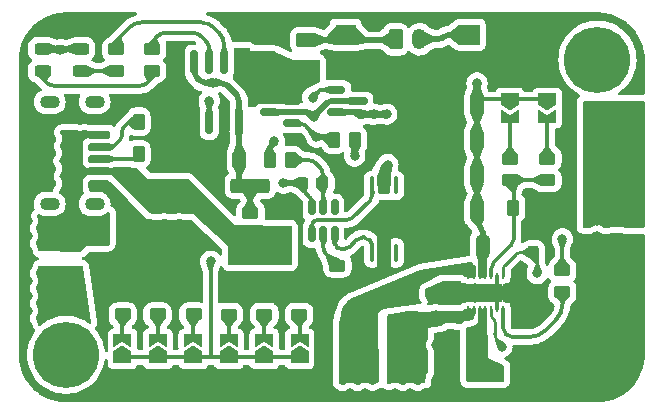
<source format=gbr>
%TF.GenerationSoftware,KiCad,Pcbnew,7.0.8*%
%TF.CreationDate,2024-12-11T22:25:20+01:00*%
%TF.ProjectId,LiPo_BuckBoost_Charger,4c69506f-5f42-4756-936b-426f6f73745f,rev?*%
%TF.SameCoordinates,Original*%
%TF.FileFunction,Copper,L1,Top*%
%TF.FilePolarity,Positive*%
%FSLAX46Y46*%
G04 Gerber Fmt 4.6, Leading zero omitted, Abs format (unit mm)*
G04 Created by KiCad (PCBNEW 7.0.8) date 2024-12-11 22:25:20*
%MOMM*%
%LPD*%
G01*
G04 APERTURE LIST*
G04 Aperture macros list*
%AMRoundRect*
0 Rectangle with rounded corners*
0 $1 Rounding radius*
0 $2 $3 $4 $5 $6 $7 $8 $9 X,Y pos of 4 corners*
0 Add a 4 corners polygon primitive as box body*
4,1,4,$2,$3,$4,$5,$6,$7,$8,$9,$2,$3,0*
0 Add four circle primitives for the rounded corners*
1,1,$1+$1,$2,$3*
1,1,$1+$1,$4,$5*
1,1,$1+$1,$6,$7*
1,1,$1+$1,$8,$9*
0 Add four rect primitives between the rounded corners*
20,1,$1+$1,$2,$3,$4,$5,0*
20,1,$1+$1,$4,$5,$6,$7,0*
20,1,$1+$1,$6,$7,$8,$9,0*
20,1,$1+$1,$8,$9,$2,$3,0*%
%AMFreePoly0*
4,1,6,1.000000,0.000000,0.500000,-0.750000,-0.500000,-0.750000,-0.500000,0.750000,0.500000,0.750000,1.000000,0.000000,1.000000,0.000000,$1*%
%AMFreePoly1*
4,1,6,0.500000,-0.750000,-0.650000,-0.750000,-0.150000,0.000000,-0.650000,0.750000,0.500000,0.750000,0.500000,-0.750000,0.500000,-0.750000,$1*%
G04 Aperture macros list end*
%TA.AperFunction,SMDPad,CuDef*%
%ADD10RoundRect,0.250000X0.450000X-0.262500X0.450000X0.262500X-0.450000X0.262500X-0.450000X-0.262500X0*%
%TD*%
%TA.AperFunction,SMDPad,CuDef*%
%ADD11RoundRect,0.150000X-0.587500X-0.150000X0.587500X-0.150000X0.587500X0.150000X-0.587500X0.150000X0*%
%TD*%
%TA.AperFunction,ComponentPad*%
%ADD12R,1.700000X1.700000*%
%TD*%
%TA.AperFunction,ComponentPad*%
%ADD13O,1.700000X1.700000*%
%TD*%
%TA.AperFunction,SMDPad,CuDef*%
%ADD14RoundRect,0.175000X-0.750000X0.175000X-0.750000X-0.175000X0.750000X-0.175000X0.750000X0.175000X0*%
%TD*%
%TA.AperFunction,SMDPad,CuDef*%
%ADD15RoundRect,0.190000X0.735000X-0.190000X0.735000X0.190000X-0.735000X0.190000X-0.735000X-0.190000X0*%
%TD*%
%TA.AperFunction,SMDPad,CuDef*%
%ADD16RoundRect,0.200000X0.725000X-0.200000X0.725000X0.200000X-0.725000X0.200000X-0.725000X-0.200000X0*%
%TD*%
%TA.AperFunction,SMDPad,CuDef*%
%ADD17RoundRect,0.175000X0.750000X-0.175000X0.750000X0.175000X-0.750000X0.175000X-0.750000X-0.175000X0*%
%TD*%
%TA.AperFunction,SMDPad,CuDef*%
%ADD18RoundRect,0.190000X-0.735000X0.190000X-0.735000X-0.190000X0.735000X-0.190000X0.735000X0.190000X0*%
%TD*%
%TA.AperFunction,SMDPad,CuDef*%
%ADD19RoundRect,0.200000X-0.725000X0.200000X-0.725000X-0.200000X0.725000X-0.200000X0.725000X0.200000X0*%
%TD*%
%TA.AperFunction,ComponentPad*%
%ADD20O,1.700000X1.100000*%
%TD*%
%TA.AperFunction,SMDPad,CuDef*%
%ADD21RoundRect,0.250000X-0.262500X-0.450000X0.262500X-0.450000X0.262500X0.450000X-0.262500X0.450000X0*%
%TD*%
%TA.AperFunction,SMDPad,CuDef*%
%ADD22RoundRect,0.250000X-0.450000X0.262500X-0.450000X-0.262500X0.450000X-0.262500X0.450000X0.262500X0*%
%TD*%
%TA.AperFunction,SMDPad,CuDef*%
%ADD23RoundRect,0.250000X0.337500X0.475000X-0.337500X0.475000X-0.337500X-0.475000X0.337500X-0.475000X0*%
%TD*%
%TA.AperFunction,SMDPad,CuDef*%
%ADD24RoundRect,0.250000X0.650000X-1.000000X0.650000X1.000000X-0.650000X1.000000X-0.650000X-1.000000X0*%
%TD*%
%TA.AperFunction,SMDPad,CuDef*%
%ADD25RoundRect,0.162500X0.162500X-0.825000X0.162500X0.825000X-0.162500X0.825000X-0.162500X-0.825000X0*%
%TD*%
%TA.AperFunction,SMDPad,CuDef*%
%ADD26FreePoly0,90.000000*%
%TD*%
%TA.AperFunction,SMDPad,CuDef*%
%ADD27FreePoly1,90.000000*%
%TD*%
%TA.AperFunction,SMDPad,CuDef*%
%ADD28RoundRect,0.243750X0.456250X-0.243750X0.456250X0.243750X-0.456250X0.243750X-0.456250X-0.243750X0*%
%TD*%
%TA.AperFunction,SMDPad,CuDef*%
%ADD29RoundRect,0.237500X0.300000X0.237500X-0.300000X0.237500X-0.300000X-0.237500X0.300000X-0.237500X0*%
%TD*%
%TA.AperFunction,SMDPad,CuDef*%
%ADD30RoundRect,0.250000X0.250000X0.475000X-0.250000X0.475000X-0.250000X-0.475000X0.250000X-0.475000X0*%
%TD*%
%TA.AperFunction,SMDPad,CuDef*%
%ADD31RoundRect,0.250000X0.325000X0.650000X-0.325000X0.650000X-0.325000X-0.650000X0.325000X-0.650000X0*%
%TD*%
%TA.AperFunction,SMDPad,CuDef*%
%ADD32RoundRect,0.100000X-0.100000X0.637500X-0.100000X-0.637500X0.100000X-0.637500X0.100000X0.637500X0*%
%TD*%
%TA.AperFunction,ComponentPad*%
%ADD33C,5.600000*%
%TD*%
%TA.AperFunction,SMDPad,CuDef*%
%ADD34RoundRect,0.250000X0.475000X-0.337500X0.475000X0.337500X-0.475000X0.337500X-0.475000X-0.337500X0*%
%TD*%
%TA.AperFunction,SMDPad,CuDef*%
%ADD35FreePoly0,270.000000*%
%TD*%
%TA.AperFunction,SMDPad,CuDef*%
%ADD36FreePoly1,270.000000*%
%TD*%
%TA.AperFunction,ComponentPad*%
%ADD37RoundRect,0.250000X-0.625000X0.350000X-0.625000X-0.350000X0.625000X-0.350000X0.625000X0.350000X0*%
%TD*%
%TA.AperFunction,ComponentPad*%
%ADD38O,1.750000X1.200000*%
%TD*%
%TA.AperFunction,SMDPad,CuDef*%
%ADD39RoundRect,0.250000X-0.625000X0.375000X-0.625000X-0.375000X0.625000X-0.375000X0.625000X0.375000X0*%
%TD*%
%TA.AperFunction,SMDPad,CuDef*%
%ADD40RoundRect,0.237500X0.237500X-0.300000X0.237500X0.300000X-0.237500X0.300000X-0.237500X-0.300000X0*%
%TD*%
%TA.AperFunction,SMDPad,CuDef*%
%ADD41RoundRect,0.150000X0.150000X-0.512500X0.150000X0.512500X-0.150000X0.512500X-0.150000X-0.512500X0*%
%TD*%
%TA.AperFunction,SMDPad,CuDef*%
%ADD42O,0.240000X0.600000*%
%TD*%
%TA.AperFunction,SMDPad,CuDef*%
%ADD43R,2.850000X1.580000*%
%TD*%
%TA.AperFunction,SMDPad,CuDef*%
%ADD44R,0.575000X0.200000*%
%TD*%
%TA.AperFunction,SMDPad,CuDef*%
%ADD45RoundRect,0.250000X0.262500X0.450000X-0.262500X0.450000X-0.262500X-0.450000X0.262500X-0.450000X0*%
%TD*%
%TA.AperFunction,SMDPad,CuDef*%
%ADD46RoundRect,0.250000X-1.425000X0.362500X-1.425000X-0.362500X1.425000X-0.362500X1.425000X0.362500X0*%
%TD*%
%TA.AperFunction,ComponentPad*%
%ADD47RoundRect,0.250000X-0.350000X-0.625000X0.350000X-0.625000X0.350000X0.625000X-0.350000X0.625000X0*%
%TD*%
%TA.AperFunction,ComponentPad*%
%ADD48O,1.200000X1.750000*%
%TD*%
%TA.AperFunction,SMDPad,CuDef*%
%ADD49R,1.100000X2.400000*%
%TD*%
%TA.AperFunction,SMDPad,CuDef*%
%ADD50R,1.800000X4.500000*%
%TD*%
%TA.AperFunction,SMDPad,CuDef*%
%ADD51RoundRect,0.250000X0.900000X-1.000000X0.900000X1.000000X-0.900000X1.000000X-0.900000X-1.000000X0*%
%TD*%
%TA.AperFunction,SMDPad,CuDef*%
%ADD52RoundRect,0.150000X0.587500X0.150000X-0.587500X0.150000X-0.587500X-0.150000X0.587500X-0.150000X0*%
%TD*%
%TA.AperFunction,ViaPad*%
%ADD53C,0.800000*%
%TD*%
%TA.AperFunction,Conductor*%
%ADD54C,0.500000*%
%TD*%
%TA.AperFunction,Conductor*%
%ADD55C,0.300000*%
%TD*%
%TA.AperFunction,Conductor*%
%ADD56C,0.250000*%
%TD*%
G04 APERTURE END LIST*
D10*
%TO.P,R9,1*%
%TO.N,Net-(JP4-B)*%
X85800000Y-48575000D03*
%TO.P,R9,2*%
%TO.N,GND*%
X85800000Y-46750000D03*
%TD*%
D11*
%TO.P,Q2,1,G*%
%TO.N,Net-(Q1-G)*%
X97900000Y-29550000D03*
%TO.P,Q2,2,S*%
%TO.N,VCC*%
X97900000Y-31450000D03*
%TO.P,Q2,3,D*%
%TO.N,Net-(JP9-C)*%
X99775000Y-30500000D03*
%TD*%
D12*
%TO.P,J6,1,Pin_1*%
%TO.N,+5V*%
X122000000Y-33450000D03*
D13*
%TO.P,J6,2,Pin_2*%
X122000000Y-35990000D03*
%TD*%
D14*
%TO.P,J1,A5,CC1*%
%TO.N,Net-(J1-CC1)*%
X77825000Y-34399340D03*
D15*
%TO.P,J1,A9,VBUS*%
%TO.N,VBUS*%
X77825000Y-36419340D03*
D16*
%TO.P,J1,A12,GND*%
%TO.N,GND*%
X77825000Y-37649340D03*
D17*
%TO.P,J1,B5,CC2*%
%TO.N,Net-(J1-CC2)*%
X77825000Y-35399340D03*
D18*
%TO.P,J1,B9,VBUS*%
%TO.N,VBUS*%
X77825000Y-33379340D03*
D19*
%TO.P,J1,B12,GND*%
%TO.N,GND*%
X77825000Y-32149340D03*
D20*
%TO.P,J1,S1,SHIELD*%
%TO.N,unconnected-(J1-SHIELD-PadS1)*%
X77420000Y-30579340D03*
X73620000Y-30579340D03*
X77420000Y-39219340D03*
X73620000Y-39219340D03*
%TD*%
D21*
%TO.P,R19,1*%
%TO.N,Net-(Q1-G)*%
X97667500Y-33800000D03*
%TO.P,R19,2*%
%TO.N,VBUS*%
X99492500Y-33800000D03*
%TD*%
D22*
%TO.P,R14,1*%
%TO.N,+5V*%
X117020000Y-44847500D03*
%TO.P,R14,2*%
%TO.N,Net-(U4-PG)*%
X117020000Y-46672500D03*
%TD*%
D23*
%TO.P,C1,1*%
%TO.N,Net-(D1-A)*%
X89683500Y-35500000D03*
%TO.P,C1,2*%
%TO.N,GND*%
X87608500Y-35500000D03*
%TD*%
D22*
%TO.P,R5,1*%
%TO.N,Net-(D1-A)*%
X90620000Y-39981500D03*
%TO.P,R5,2*%
%TO.N,VBUS*%
X90620000Y-41806500D03*
%TD*%
D24*
%TO.P,D4,1,K*%
%TO.N,VCC*%
X74650000Y-45900000D03*
%TO.P,D4,2,A*%
%TO.N,VBUS*%
X74650000Y-41900000D03*
%TD*%
D25*
%TO.P,U1,1,TEMP*%
%TO.N,GND*%
X85860000Y-32287500D03*
%TO.P,U1,2,PROG*%
%TO.N,Net-(JP1-A)*%
X87130000Y-32287500D03*
%TO.P,U1,3,GND*%
%TO.N,GND*%
X88400000Y-32287500D03*
%TO.P,U1,4,VCC*%
%TO.N,Net-(D1-A)*%
X89670000Y-32287500D03*
%TO.P,U1,5,BAT*%
%TO.N,Net-(JP9-A)*%
X89670000Y-27212500D03*
%TO.P,U1,6,STDBY*%
%TO.N,Net-(U1-STDBY)*%
X88400000Y-27212500D03*
%TO.P,U1,7,CHRG*%
%TO.N,Net-(U1-CHRG)*%
X87130000Y-27212500D03*
%TO.P,U1,8,CE*%
%TO.N,Net-(D1-A)*%
X85860000Y-27212500D03*
%TD*%
D26*
%TO.P,JP2,1,A*%
%TO.N,Net-(JP1-A)*%
X91780000Y-52210000D03*
D27*
%TO.P,JP2,2,B*%
%TO.N,Net-(JP2-B)*%
X91780000Y-50760000D03*
%TD*%
D22*
%TO.P,R15,1*%
%TO.N,Net-(JP7-B)*%
X112612500Y-35387500D03*
%TO.P,R15,2*%
%TO.N,Net-(U4-FB)*%
X112612500Y-37212500D03*
%TD*%
D21*
%TO.P,R2,1*%
%TO.N,Net-(J1-CC1)*%
X81150000Y-32250000D03*
%TO.P,R2,2*%
%TO.N,GND*%
X82975000Y-32250000D03*
%TD*%
D28*
%TO.P,D2,1,K*%
%TO.N,Net-(D2-K)*%
X76265000Y-27967500D03*
%TO.P,D2,2,A*%
%TO.N,Net-(D1-A)*%
X76265000Y-26092500D03*
%TD*%
D29*
%TO.P,C3,1*%
%TO.N,Net-(U2-VCC)*%
X96712500Y-37450000D03*
%TO.P,C3,2*%
%TO.N,-BATT*%
X94987500Y-37450000D03*
%TD*%
D30*
%TO.P,C4,1*%
%TO.N,VCC*%
X109469000Y-53550000D03*
%TO.P,C4,2*%
%TO.N,GND*%
X107569000Y-53550000D03*
%TD*%
D26*
%TO.P,JP4,1,A*%
%TO.N,Net-(JP1-A)*%
X85780000Y-52210000D03*
D27*
%TO.P,JP4,2,B*%
%TO.N,Net-(JP4-B)*%
X85780000Y-50760000D03*
%TD*%
D31*
%TO.P,C7,1*%
%TO.N,+5V*%
X109800000Y-39800000D03*
%TO.P,C7,2*%
%TO.N,GND*%
X106850000Y-39800000D03*
%TD*%
D32*
%TO.P,U3,1,D12*%
%TO.N,unconnected-(U3-D12-Pad1)*%
X102900000Y-37642500D03*
%TO.P,U3,2,S1*%
%TO.N,-BATT*%
X102250000Y-37642500D03*
%TO.P,U3,3,S1*%
X101600000Y-37642500D03*
%TO.P,U3,4,G1*%
%TO.N,Net-(U2-OD)*%
X100950000Y-37642500D03*
%TO.P,U3,5,G2*%
%TO.N,Net-(U2-OC)*%
X100950000Y-43367500D03*
%TO.P,U3,6,S2*%
%TO.N,GND*%
X101600000Y-43367500D03*
%TO.P,U3,7,S2*%
X102250000Y-43367500D03*
%TO.P,U3,8,D12*%
%TO.N,unconnected-(U3-D12-Pad1)*%
X102900000Y-43367500D03*
%TD*%
D26*
%TO.P,JP1,1,A*%
%TO.N,Net-(JP1-A)*%
X94780000Y-52210000D03*
D27*
%TO.P,JP1,2,B*%
%TO.N,Net-(JP1-B)*%
X94780000Y-50760000D03*
%TD*%
D33*
%TO.P,H2,1*%
%TO.N,N/C*%
X75000000Y-52000000D03*
%TD*%
D10*
%TO.P,R10,1*%
%TO.N,Net-(JP5-B)*%
X82750000Y-48575000D03*
%TO.P,R10,2*%
%TO.N,GND*%
X82750000Y-46750000D03*
%TD*%
D30*
%TO.P,C5,1*%
%TO.N,VCC*%
X109469000Y-50550000D03*
%TO.P,C5,2*%
%TO.N,GND*%
X107569000Y-50550000D03*
%TD*%
D10*
%TO.P,R6,1*%
%TO.N,Net-(JP1-B)*%
X94750000Y-48587500D03*
%TO.P,R6,2*%
%TO.N,GND*%
X94750000Y-46762500D03*
%TD*%
D34*
%TO.P,C2,1*%
%TO.N,Net-(JP9-A)*%
X91700000Y-27237500D03*
%TO.P,C2,2*%
%TO.N,GND*%
X91700000Y-25162500D03*
%TD*%
D21*
%TO.P,R17,1*%
%TO.N,Net-(U4-FB)*%
X112887500Y-39520000D03*
%TO.P,R17,2*%
%TO.N,GND*%
X114712500Y-39520000D03*
%TD*%
D22*
%TO.P,R13,1*%
%TO.N,Net-(U2-VM)*%
X97980000Y-44437500D03*
%TO.P,R13,2*%
%TO.N,GND*%
X97980000Y-46262500D03*
%TD*%
D28*
%TO.P,D1,1,K*%
%TO.N,Net-(D1-K)*%
X73015000Y-27967500D03*
%TO.P,D1,2,A*%
%TO.N,Net-(D1-A)*%
X73015000Y-26092500D03*
%TD*%
D31*
%TO.P,C6,1*%
%TO.N,+5V*%
X110275000Y-42800000D03*
%TO.P,C6,2*%
%TO.N,GND*%
X107325000Y-42800000D03*
%TD*%
%TO.P,C10,1*%
%TO.N,+5V*%
X109800000Y-30800000D03*
%TO.P,C10,2*%
%TO.N,GND*%
X106850000Y-30800000D03*
%TD*%
D26*
%TO.P,JP6,1,A*%
%TO.N,Net-(JP1-A)*%
X79780000Y-52210000D03*
D27*
%TO.P,JP6,2,B*%
%TO.N,Net-(JP6-B)*%
X79780000Y-50760000D03*
%TD*%
D10*
%TO.P,R8,1*%
%TO.N,Net-(JP3-B)*%
X88800000Y-48587500D03*
%TO.P,R8,2*%
%TO.N,GND*%
X88800000Y-46762500D03*
%TD*%
D12*
%TO.P,J3,1,Pin_1*%
%TO.N,+BATT*%
X98670000Y-24887000D03*
%TD*%
D35*
%TO.P,JP8,1,A*%
%TO.N,+5V*%
X115750000Y-30375000D03*
D36*
%TO.P,JP8,2,B*%
%TO.N,Net-(JP8-B)*%
X115750000Y-31825000D03*
%TD*%
D22*
%TO.P,R16,1*%
%TO.N,Net-(JP8-B)*%
X115762500Y-35387500D03*
%TO.P,R16,2*%
%TO.N,Net-(U4-FB)*%
X115762500Y-37212500D03*
%TD*%
D37*
%TO.P,J5,1,Pin_1*%
%TO.N,+5V*%
X121600000Y-40250000D03*
D38*
%TO.P,J5,2,Pin_2*%
%TO.N,GND*%
X121600000Y-42250000D03*
%TD*%
D39*
%TO.P,F1,1*%
%TO.N,+BATT*%
X95350000Y-25350000D03*
%TO.P,F1,2*%
%TO.N,Net-(JP9-A)*%
X95350000Y-28150000D03*
%TD*%
D10*
%TO.P,R4,1*%
%TO.N,Net-(D2-K)*%
X79265000Y-27942500D03*
%TO.P,R4,2*%
%TO.N,Net-(U1-STDBY)*%
X79265000Y-26117500D03*
%TD*%
D12*
%TO.P,J4,1,Pin_1*%
%TO.N,-BATT*%
X109170000Y-24887000D03*
%TD*%
D40*
%TO.P,C11,1*%
%TO.N,Net-(U4-EN)*%
X114570000Y-43322500D03*
%TO.P,C11,2*%
%TO.N,GND*%
X114570000Y-41597500D03*
%TD*%
D41*
%TO.P,U2,1,OD*%
%TO.N,Net-(U2-OD)*%
X95837500Y-41780000D03*
%TO.P,U2,2,VM*%
%TO.N,Net-(U2-VM)*%
X96787500Y-41780000D03*
%TO.P,U2,3,OC*%
%TO.N,Net-(U2-OC)*%
X97737500Y-41780000D03*
%TO.P,U2,4,TD*%
%TO.N,unconnected-(U2-TD-Pad4)*%
X97737500Y-39505000D03*
%TO.P,U2,5,VCC*%
%TO.N,Net-(U2-VCC)*%
X96787500Y-39505000D03*
%TO.P,U2,6,GND*%
%TO.N,-BATT*%
X95837500Y-39505000D03*
%TD*%
D21*
%TO.P,R1,1*%
%TO.N,Net-(J1-CC2)*%
X81150000Y-35000000D03*
%TO.P,R1,2*%
%TO.N,GND*%
X82975000Y-35000000D03*
%TD*%
D31*
%TO.P,C9,1*%
%TO.N,+5V*%
X109775000Y-33800000D03*
%TO.P,C9,2*%
%TO.N,GND*%
X106825000Y-33800000D03*
%TD*%
D42*
%TO.P,U4,1,VINA*%
%TO.N,Net-(U4-EN)*%
X112012500Y-45340000D03*
%TO.P,U4,2,GND*%
%TO.N,GND*%
X111512500Y-45340000D03*
%TO.P,U4,3,FB*%
%TO.N,Net-(U4-FB)*%
X111012500Y-45340000D03*
%TO.P,U4,4,VOUT*%
%TO.N,+5V*%
X110512500Y-45340000D03*
%TO.P,U4,5,VOUT*%
X110012500Y-45340000D03*
%TO.P,U4,6,L2*%
%TO.N,Net-(L1-Pad2)*%
X109512500Y-45340000D03*
%TO.P,U4,7,L2*%
X109012500Y-45340000D03*
%TO.P,U4,8,L1*%
%TO.N,Net-(L1-Pad1)*%
X109012500Y-48140000D03*
%TO.P,U4,9,L1*%
X109512500Y-48140000D03*
%TO.P,U4,10,VIN*%
%TO.N,VCC*%
X110012500Y-48140000D03*
%TO.P,U4,11,VIN*%
X110512500Y-48140000D03*
%TO.P,U4,12,EN*%
%TO.N,Net-(U4-EN)*%
X111012500Y-48140000D03*
%TO.P,U4,13,PS/SYNC*%
%TO.N,GND*%
X111512500Y-48140000D03*
%TO.P,U4,14,PG*%
%TO.N,Net-(U4-PG)*%
X112012500Y-48140000D03*
D43*
%TO.P,U4,15,PGND*%
%TO.N,GND*%
X110512500Y-46740000D03*
D44*
%TO.P,U4,16,PGND*%
X112225000Y-46050000D03*
%TO.P,U4,17,PGND*%
X112225000Y-46510000D03*
%TO.P,U4,18,PGND*%
X112225000Y-46970000D03*
%TO.P,U4,19,PGND*%
X112225000Y-47430000D03*
%TO.P,U4,20,PGND*%
X108800000Y-47430000D03*
%TO.P,U4,21,PGND*%
X108800000Y-46970000D03*
%TO.P,U4,22,PGND*%
X108800000Y-46510000D03*
%TO.P,U4,23,PGND*%
X108800000Y-46050000D03*
%TD*%
D10*
%TO.P,R7,1*%
%TO.N,Net-(JP2-B)*%
X91800000Y-48587500D03*
%TO.P,R7,2*%
%TO.N,GND*%
X91800000Y-46762500D03*
%TD*%
D45*
%TO.P,R12,1*%
%TO.N,Net-(U2-VCC)*%
X94062500Y-35500000D03*
%TO.P,R12,2*%
%TO.N,Net-(JP9-A)*%
X92237500Y-35500000D03*
%TD*%
D35*
%TO.P,JP7,1,A*%
%TO.N,+5V*%
X112600000Y-30375000D03*
D36*
%TO.P,JP7,2,B*%
%TO.N,Net-(JP7-B)*%
X112600000Y-31825000D03*
%TD*%
D10*
%TO.P,R3,1*%
%TO.N,Net-(D1-K)*%
X82296000Y-27941000D03*
%TO.P,R3,2*%
%TO.N,Net-(U1-CHRG)*%
X82296000Y-26116000D03*
%TD*%
D22*
%TO.P,R20,1*%
%TO.N,VBUS*%
X77750000Y-42087500D03*
%TO.P,R20,2*%
%TO.N,GND*%
X77750000Y-43912500D03*
%TD*%
D46*
%TO.P,R18,1*%
%TO.N,Net-(D1-A)*%
X90600000Y-37677500D03*
%TO.P,R18,2*%
%TO.N,VBUS*%
X90600000Y-43602500D03*
%TD*%
D47*
%TO.P,J2,1,Pin_1*%
%TO.N,+BATT*%
X102920000Y-25280000D03*
D48*
%TO.P,J2,2,Pin_2*%
%TO.N,-BATT*%
X104920000Y-25280000D03*
%TD*%
D49*
%TO.P,L1,1,1*%
%TO.N,Net-(L1-Pad1)*%
X104820000Y-51158852D03*
D50*
X103370000Y-51158852D03*
%TO.P,L1,2,2*%
%TO.N,Net-(L1-Pad2)*%
X100370000Y-51158852D03*
D49*
X98920000Y-51158852D03*
%TD*%
D31*
%TO.P,C8,1*%
%TO.N,+5V*%
X109800000Y-36800000D03*
%TO.P,C8,2*%
%TO.N,GND*%
X106850000Y-36800000D03*
%TD*%
D51*
%TO.P,D3,1,A1*%
%TO.N,GND*%
X83220000Y-42940000D03*
%TO.P,D3,2,A2*%
%TO.N,VBUS*%
X83220000Y-38640000D03*
%TD*%
D33*
%TO.P,H1,1*%
%TO.N,N/C*%
X120000000Y-27000000D03*
%TD*%
D12*
%TO.P,J7,1,Pin_1*%
%TO.N,GND*%
X122000000Y-46500000D03*
D13*
%TO.P,J7,2,Pin_2*%
X122000000Y-49040000D03*
%TD*%
D26*
%TO.P,JP3,1,A*%
%TO.N,Net-(JP1-A)*%
X88780000Y-52210000D03*
D27*
%TO.P,JP3,2,B*%
%TO.N,Net-(JP3-B)*%
X88780000Y-50760000D03*
%TD*%
D10*
%TO.P,R11,1*%
%TO.N,Net-(JP6-B)*%
X79800000Y-48575000D03*
%TO.P,R11,2*%
%TO.N,GND*%
X79800000Y-46750000D03*
%TD*%
D52*
%TO.P,Q1,1,G*%
%TO.N,Net-(Q1-G)*%
X94100000Y-32400000D03*
%TO.P,Q1,2,S*%
%TO.N,Net-(JP9-A)*%
X94100000Y-30500000D03*
%TO.P,Q1,3,D*%
%TO.N,Net-(JP9-C)*%
X92225000Y-31450000D03*
%TD*%
D26*
%TO.P,JP5,1,A*%
%TO.N,Net-(JP1-A)*%
X82780000Y-52210000D03*
D27*
%TO.P,JP5,2,B*%
%TO.N,Net-(JP5-B)*%
X82780000Y-50760000D03*
%TD*%
D53*
%TO.N,Net-(D1-A)*%
X74520000Y-26180000D03*
X87475000Y-28956000D03*
%TO.N,GND*%
X79550000Y-38890000D03*
X116840000Y-55250000D03*
X112623600Y-26619200D03*
X111760000Y-55250000D03*
X79140000Y-43700000D03*
X112776000Y-24638000D03*
X119710000Y-50822000D03*
X105575000Y-40700000D03*
X116535200Y-24688800D03*
X119380000Y-55250000D03*
X120650000Y-55125000D03*
X80264000Y-41148000D03*
X114046000Y-24638000D03*
X83312000Y-40894000D03*
X73761600Y-37496140D03*
X77770000Y-23750000D03*
X115824000Y-25654000D03*
X72390000Y-37496140D03*
X115062000Y-47117000D03*
X84328000Y-33909000D03*
X85852000Y-36068000D03*
X115316000Y-24638000D03*
X97790000Y-55250000D03*
X112014000Y-25654000D03*
X105870000Y-46750000D03*
X105575000Y-34800000D03*
X85471000Y-33909000D03*
X113284000Y-25654000D03*
X113330000Y-23750000D03*
X123190000Y-52070000D03*
X73761600Y-32416140D03*
X94280000Y-23750000D03*
X91740000Y-23750000D03*
X119980000Y-41921000D03*
X110512500Y-46740000D03*
X109650000Y-47150000D03*
X84328000Y-27940000D03*
X109220000Y-55250000D03*
X106950000Y-47350000D03*
X91440000Y-55250000D03*
X84582000Y-40894000D03*
X119710000Y-49806000D03*
X111400000Y-46300000D03*
X82550000Y-55250000D03*
X114600000Y-23750000D03*
X113334800Y-27533600D03*
X93250000Y-46775000D03*
X117600000Y-34390000D03*
X109650000Y-46300000D03*
X119980000Y-43064000D03*
X80264000Y-39979600D03*
X71750000Y-48260000D03*
X102410000Y-40005000D03*
X71750000Y-49530000D03*
X117600000Y-36930000D03*
X72390000Y-36226140D03*
X122875000Y-53425000D03*
X96275000Y-46750000D03*
X93980000Y-55250000D03*
X100910000Y-40905000D03*
X73761600Y-33686140D03*
X76500000Y-23750000D03*
X90300000Y-46725000D03*
X106050000Y-41700000D03*
X81280000Y-55250000D03*
X114046000Y-46736000D03*
X71750000Y-39380000D03*
X101410000Y-40005000D03*
X71750000Y-41910000D03*
X88392000Y-34036000D03*
X117140000Y-23750000D03*
X112064800Y-27533600D03*
X112060000Y-23750000D03*
X119710000Y-48787000D03*
X101620000Y-45000000D03*
X99060000Y-55250000D03*
X115163600Y-26619200D03*
X73761600Y-34905340D03*
X115570000Y-55250000D03*
X84328000Y-26797000D03*
X72390000Y-33686140D03*
X71750000Y-45720000D03*
X117600000Y-33120000D03*
X95550000Y-23750000D03*
X113360000Y-49390000D03*
X100450000Y-45000000D03*
X71750000Y-46990000D03*
X107950000Y-55250000D03*
X117600000Y-31860000D03*
X78275000Y-46700000D03*
X105575000Y-38750000D03*
X97000000Y-48238000D03*
X96290000Y-45720000D03*
X111404400Y-24638000D03*
X117000000Y-40190000D03*
X75230000Y-23750000D03*
X78740000Y-55250000D03*
X102910000Y-40905000D03*
X111353600Y-26619200D03*
X93010000Y-23750000D03*
X121920000Y-54610000D03*
X84328000Y-30480000D03*
X105575000Y-31700000D03*
X117600000Y-35660000D03*
X113100000Y-47350000D03*
X77470000Y-55250000D03*
X115870000Y-23750000D03*
X114604800Y-27533600D03*
X90170000Y-55250000D03*
X71750000Y-43180000D03*
X83820000Y-55250000D03*
X119710000Y-46755000D03*
X90470000Y-23750000D03*
X105410000Y-55250000D03*
X105575000Y-35750000D03*
X113360000Y-48420000D03*
X84328000Y-32766000D03*
X119710000Y-45739000D03*
X119710000Y-44723000D03*
X71750000Y-40650000D03*
X97000000Y-49254000D03*
X117600000Y-30590000D03*
X105575000Y-37750000D03*
X72386509Y-34923130D03*
X92710000Y-55250000D03*
X114300000Y-55250000D03*
X105575000Y-29650000D03*
X86360000Y-55250000D03*
X71750000Y-44450000D03*
X102870000Y-55250000D03*
X82042000Y-40894000D03*
X80010000Y-55250000D03*
X80264000Y-43688000D03*
X73761600Y-36226140D03*
X110490000Y-55250000D03*
X106324400Y-54102000D03*
X118110000Y-55250000D03*
X114554000Y-25654000D03*
X76200000Y-32111340D03*
X95250000Y-55250000D03*
X81325000Y-46750000D03*
X115874800Y-27533600D03*
X80264000Y-42418000D03*
X84328000Y-36068000D03*
X100330000Y-55250000D03*
X87630000Y-55250000D03*
X77750000Y-45140000D03*
X84328000Y-31623000D03*
X101600000Y-55250000D03*
X113100000Y-46150000D03*
X107000000Y-46200000D03*
X88900000Y-55250000D03*
X86106000Y-42418000D03*
X106680000Y-55250000D03*
X113030000Y-55250000D03*
X72390000Y-32416140D03*
X106350000Y-51160000D03*
X114173000Y-47752000D03*
X96520000Y-55250000D03*
X105575000Y-32700000D03*
X111400000Y-47150000D03*
X101910000Y-40905000D03*
X113893600Y-26619200D03*
X84300000Y-46775000D03*
X85090000Y-55250000D03*
X108000000Y-46800000D03*
X104140000Y-55250000D03*
X119710000Y-47771000D03*
%TO.N,-BATT*%
X93400000Y-37450000D03*
X102250000Y-35880000D03*
%TO.N,+5V*%
X109800000Y-28975000D03*
X120000000Y-40643000D03*
X119750000Y-34266000D03*
X119750000Y-33250000D03*
X119750000Y-37317000D03*
X119750000Y-31250000D03*
X120000000Y-39500000D03*
X119750000Y-36301000D03*
X119750000Y-35282000D03*
X117030000Y-42180000D03*
X119750000Y-32250000D03*
%TO.N,Net-(U4-EN)*%
X111900000Y-51300000D03*
X114900000Y-45100000D03*
%TO.N,VBUS*%
X93350000Y-41850000D03*
X99450000Y-35150000D03*
%TO.N,Net-(JP1-A)*%
X87250000Y-44075000D03*
X87130000Y-30480000D03*
%TO.N,Net-(JP9-A)*%
X93450000Y-27850000D03*
X92640000Y-33900000D03*
%TO.N,VCC*%
X76180000Y-47960000D03*
X102160000Y-31620000D03*
X74800000Y-47940000D03*
X110700000Y-52900000D03*
X73330000Y-47970000D03*
X101070000Y-31620000D03*
X111500000Y-53400000D03*
X100010000Y-31630000D03*
X110700000Y-53900000D03*
%TO.N,Net-(Q1-G)*%
X95875000Y-30225000D03*
X96200000Y-33550000D03*
%TO.N,Net-(JP9-C)*%
X95960000Y-31820000D03*
%TD*%
D54*
%TO.N,Net-(D1-A)*%
X89670000Y-32287500D02*
X89670000Y-30544660D01*
X89670000Y-32287500D02*
X89670000Y-35486500D01*
X74607500Y-26092500D02*
X74520000Y-26180000D01*
X88081340Y-28956000D02*
X87475000Y-28956000D01*
X86267330Y-28736330D02*
X86079670Y-28548670D01*
X89670000Y-35486500D02*
X89683500Y-35500000D01*
X76265000Y-26092500D02*
X74607500Y-26092500D01*
X89683500Y-35500000D02*
X89683500Y-37677500D01*
X87475000Y-28956000D02*
X86797660Y-28956000D01*
X85860000Y-28018340D02*
X85860000Y-27212500D01*
X89450330Y-30014330D02*
X88611670Y-29175670D01*
X90600000Y-39727500D02*
X90600000Y-37677500D01*
X89683500Y-37677500D02*
X90600000Y-37677500D01*
X74432500Y-26092500D02*
X74520000Y-26180000D01*
X73015000Y-26092500D02*
X74432500Y-26092500D01*
X88611650Y-29175690D02*
G75*
G03*
X88081340Y-28956000I-530350J-530310D01*
G01*
X85859972Y-28018340D02*
G75*
G03*
X86079670Y-28548670I750028J40D01*
G01*
X86267350Y-28736310D02*
G75*
G03*
X86797660Y-28956000I530350J530310D01*
G01*
X89670028Y-30544660D02*
G75*
G03*
X89450330Y-30014330I-750028J-40D01*
G01*
%TO.N,GND*%
X101600000Y-43367500D02*
X101600000Y-44980000D01*
D55*
X112720000Y-46970000D02*
X113100000Y-47350000D01*
X111512500Y-48140000D02*
X111512500Y-47262500D01*
X112225000Y-46970000D02*
X112720000Y-46970000D01*
D54*
X102250000Y-41245000D02*
X101910000Y-40905000D01*
D55*
X88800000Y-46762500D02*
X90262500Y-46762500D01*
X110512500Y-46740000D02*
X110060000Y-46740000D01*
X112225000Y-47430000D02*
X113020000Y-47430000D01*
D54*
X101600000Y-43367500D02*
X101600000Y-41215000D01*
D55*
X94750000Y-46762500D02*
X96262500Y-46762500D01*
D54*
X102250000Y-45000000D02*
X101620000Y-45000000D01*
D55*
X111512500Y-45340000D02*
X111512500Y-46187500D01*
X96262500Y-46762500D02*
X96275000Y-46750000D01*
X108800000Y-47430000D02*
X107230000Y-47430000D01*
X108800000Y-46510000D02*
X108290000Y-46510000D01*
X110960000Y-46740000D02*
X111400000Y-46300000D01*
X112225000Y-46050000D02*
X113000000Y-46050000D01*
X108800000Y-46050000D02*
X107350000Y-46050000D01*
X112740000Y-46510000D02*
X113100000Y-46150000D01*
X82750000Y-46750000D02*
X81325000Y-46750000D01*
D54*
X76238000Y-32149340D02*
X76200000Y-32111340D01*
D55*
X113020000Y-47430000D02*
X113100000Y-47350000D01*
X108170000Y-46970000D02*
X108000000Y-46800000D01*
X93237500Y-46762500D02*
X93250000Y-46775000D01*
X110090000Y-46740000D02*
X109650000Y-46300000D01*
X111512500Y-46187500D02*
X111400000Y-46300000D01*
D54*
X102250000Y-43367500D02*
X102250000Y-45000000D01*
D55*
X85800000Y-46750000D02*
X84325000Y-46750000D01*
X113000000Y-46050000D02*
X113100000Y-46150000D01*
D54*
X102250000Y-43367500D02*
X102250000Y-41245000D01*
D55*
X110990000Y-46740000D02*
X111400000Y-47150000D01*
X111512500Y-47262500D02*
X111400000Y-47150000D01*
D54*
X101600000Y-44980000D02*
X101620000Y-45000000D01*
D55*
X79800000Y-46750000D02*
X78325000Y-46750000D01*
X84325000Y-46750000D02*
X84300000Y-46775000D01*
X90262500Y-46762500D02*
X90300000Y-46725000D01*
X110060000Y-46740000D02*
X109650000Y-47150000D01*
X110512500Y-46740000D02*
X110090000Y-46740000D01*
D54*
X101600000Y-41215000D02*
X101910000Y-40905000D01*
D55*
X112225000Y-46510000D02*
X112740000Y-46510000D01*
X110512500Y-46740000D02*
X110990000Y-46740000D01*
X108290000Y-46510000D02*
X108000000Y-46800000D01*
D54*
X77825000Y-32149340D02*
X76238000Y-32149340D01*
D55*
X108800000Y-46970000D02*
X108170000Y-46970000D01*
X107230000Y-47430000D02*
X107150000Y-47350000D01*
X107350000Y-46050000D02*
X107200000Y-46200000D01*
X110512500Y-46740000D02*
X110960000Y-46740000D01*
X91800000Y-46762500D02*
X93237500Y-46762500D01*
D54*
%TO.N,+BATT*%
X95350000Y-25350000D02*
X98207000Y-25350000D01*
X98207000Y-25350000D02*
X98670000Y-24887000D01*
X102830000Y-25370000D02*
X102920000Y-25280000D01*
X98670000Y-24887000D02*
X99153000Y-25370000D01*
X98157000Y-25400000D02*
X98670000Y-24887000D01*
X99153000Y-25370000D02*
X102830000Y-25370000D01*
D55*
%TO.N,Net-(U2-VCC)*%
X96787500Y-37525000D02*
X96712500Y-37450000D01*
X96180393Y-35792893D02*
X96457107Y-36069607D01*
X94100000Y-35500000D02*
X95473286Y-35500000D01*
X96750000Y-36776714D02*
X96750000Y-37450000D01*
X96787500Y-39505000D02*
X96787500Y-37525000D01*
X96749990Y-36776714D02*
G75*
G03*
X96457107Y-36069607I-999990J14D01*
G01*
X96180400Y-35792886D02*
G75*
G03*
X95473286Y-35500000I-707100J-707114D01*
G01*
D54*
%TO.N,-BATT*%
X102250000Y-35880000D02*
X102250000Y-37642500D01*
X106918330Y-25106670D02*
X106891446Y-25133554D01*
D55*
X95837500Y-39505000D02*
X95837500Y-39044607D01*
D54*
X101600000Y-37642500D02*
X101600000Y-36840660D01*
X109170000Y-24887000D02*
X107448660Y-24887000D01*
D55*
X95691053Y-38691053D02*
X95133946Y-38133946D01*
X94987500Y-37450000D02*
X93400000Y-37450000D01*
X94987500Y-37780393D02*
X94987500Y-37450000D01*
D54*
X101819670Y-36310330D02*
X102250000Y-35880000D01*
X106537893Y-25280000D02*
X104920000Y-25280000D01*
X107448660Y-24886972D02*
G75*
G03*
X106918330Y-25106670I40J-750028D01*
G01*
X106537893Y-25279995D02*
G75*
G03*
X106891446Y-25133554I7J499995D01*
G01*
X101819690Y-36310350D02*
G75*
G03*
X101600000Y-36840660I530310J-530350D01*
G01*
D55*
X95837495Y-39044607D02*
G75*
G03*
X95691053Y-38691053I-499995J7D01*
G01*
X94987505Y-37780393D02*
G75*
G03*
X95133946Y-38133946I499995J-7D01*
G01*
%TO.N,+5V*%
X110512500Y-44704000D02*
X110012500Y-44704000D01*
X110512500Y-44958000D02*
X110012500Y-44958000D01*
D54*
X109800000Y-30800000D02*
X109800000Y-28975000D01*
D55*
X110512500Y-45340000D02*
X110384500Y-45212000D01*
X117020000Y-44847500D02*
X117020000Y-42190000D01*
X110012500Y-44958000D02*
X110012500Y-44704000D01*
D54*
X109800000Y-36800000D02*
X109800000Y-33825000D01*
D55*
X110512500Y-44958000D02*
X110512500Y-44704000D01*
D54*
X109800000Y-39800000D02*
X109800000Y-36800000D01*
X109775000Y-30825000D02*
X109800000Y-30800000D01*
D55*
X110384500Y-44622000D02*
X110012500Y-44250000D01*
X110012500Y-44250000D02*
X110012500Y-43062500D01*
X110012500Y-45212000D02*
X110012500Y-44958000D01*
D54*
X109775000Y-33800000D02*
X109775000Y-30825000D01*
X109800000Y-33825000D02*
X109775000Y-33800000D01*
D55*
X112600000Y-30375000D02*
X110225000Y-30375000D01*
X110384500Y-45212000D02*
X110384500Y-44622000D01*
X110384500Y-45212000D02*
X110012500Y-45212000D01*
X110012500Y-43062500D02*
X110275000Y-42800000D01*
X110012500Y-45340000D02*
X110012500Y-45212000D01*
X117020000Y-42190000D02*
X117030000Y-42180000D01*
X110012500Y-44704000D02*
X110012500Y-44250000D01*
D54*
X110275000Y-41635660D02*
X110275000Y-42800000D01*
D55*
X110512500Y-45340000D02*
X110512500Y-44958000D01*
D54*
X110019670Y-41069670D02*
X110055330Y-41105330D01*
D55*
X110225000Y-30375000D02*
X109800000Y-30800000D01*
X110512500Y-45340000D02*
X110012500Y-45340000D01*
D54*
X109800000Y-39800000D02*
X109800000Y-40539340D01*
D55*
X110512500Y-44704000D02*
X110512500Y-43037500D01*
X112600000Y-30375000D02*
X115750000Y-30375000D01*
X110512500Y-43037500D02*
X110275000Y-42800000D01*
D54*
X109799972Y-40539340D02*
G75*
G03*
X110019670Y-41069670I750028J40D01*
G01*
X110275028Y-41635660D02*
G75*
G03*
X110055330Y-41105330I-750028J-40D01*
G01*
D56*
%TO.N,Net-(U4-EN)*%
X111302190Y-49176454D02*
X111302190Y-50196561D01*
X111100368Y-48850368D02*
X111214322Y-48964322D01*
X111012500Y-48140000D02*
X111012500Y-48638236D01*
X114753553Y-43506053D02*
X114570000Y-43322500D01*
X113444607Y-43322500D02*
X114570000Y-43322500D01*
X114900000Y-45100000D02*
X114900000Y-43859607D01*
X112012500Y-45340000D02*
X112012500Y-44754607D01*
X111739340Y-51139340D02*
X111900000Y-51300000D01*
X112158947Y-44401053D02*
X113091054Y-43468946D01*
X112158944Y-44401050D02*
G75*
G03*
X112012500Y-44754607I353556J-353550D01*
G01*
X111302189Y-50196561D02*
G75*
G03*
X111739340Y-51139340I1514611J129561D01*
G01*
X111302225Y-49176454D02*
G75*
G03*
X111214322Y-48964322I-300025J-46D01*
G01*
X113444607Y-43322505D02*
G75*
G03*
X113091054Y-43468946I-7J-499995D01*
G01*
X111012475Y-48638236D02*
G75*
G03*
X111100368Y-48850368I300025J36D01*
G01*
X114899995Y-43859607D02*
G75*
G03*
X114753553Y-43506053I-499995J7D01*
G01*
D55*
%TO.N,Net-(D1-K)*%
X73307893Y-28907893D02*
X73327107Y-28927107D01*
X81922893Y-28927107D02*
X82003107Y-28846893D01*
X74034214Y-29220000D02*
X81215786Y-29220000D01*
X73015000Y-27967500D02*
X73015000Y-28200786D01*
X82296000Y-28139786D02*
X82296000Y-27941000D01*
X81215786Y-29219990D02*
G75*
G03*
X81922893Y-28927107I14J999990D01*
G01*
X73015010Y-28200786D02*
G75*
G03*
X73307893Y-28907893I999990J-14D01*
G01*
X73327100Y-28927114D02*
G75*
G03*
X74034214Y-29220000I707100J707114D01*
G01*
X82003114Y-28846900D02*
G75*
G03*
X82296000Y-28139786I-707114J707100D01*
G01*
%TO.N,Net-(D2-K)*%
X79240000Y-27967500D02*
X79265000Y-27942500D01*
X76265000Y-27967500D02*
X79240000Y-27967500D01*
%TO.N,Net-(J1-CC1)*%
X79157107Y-34252893D02*
X79563554Y-33846446D01*
X79710000Y-33492893D02*
X79710000Y-33107107D01*
X80567107Y-32250000D02*
X81150000Y-32250000D01*
X79856447Y-32753553D02*
X80213554Y-32396446D01*
X77825000Y-34399340D02*
X78803553Y-34399340D01*
X79563557Y-33846449D02*
G75*
G03*
X79710000Y-33492893I-353557J353549D01*
G01*
X79856444Y-32753550D02*
G75*
G03*
X79710000Y-33107107I353556J-353550D01*
G01*
X78803553Y-34399295D02*
G75*
G03*
X79157107Y-34252893I47J499995D01*
G01*
X80567107Y-32250005D02*
G75*
G03*
X80213554Y-32396446I-7J-499995D01*
G01*
D54*
%TO.N,VBUS*%
X76270660Y-33379340D02*
X75830000Y-33820000D01*
X77825000Y-36419340D02*
X79279340Y-36419340D01*
X77825000Y-33379340D02*
X76270660Y-33379340D01*
X81330000Y-38470000D02*
X83050000Y-38470000D01*
D55*
X99450000Y-33562500D02*
X99462500Y-33550000D01*
X93306500Y-41806500D02*
X93350000Y-41850000D01*
X90620000Y-41806500D02*
X93306500Y-41806500D01*
D54*
X90600000Y-43602500D02*
X90600000Y-41552500D01*
X79279340Y-36419340D02*
X81330000Y-38470000D01*
X89366714Y-41552500D02*
X90600000Y-41552500D01*
D55*
X99450000Y-35150000D02*
X99450000Y-33562500D01*
D54*
X77825000Y-36419340D02*
X76019340Y-36419340D01*
X83050000Y-38470000D02*
X83220000Y-38640000D01*
X83250000Y-38500000D02*
X85485786Y-38500000D01*
X86192893Y-38792893D02*
X88659607Y-41259607D01*
X83059670Y-38309670D02*
X83250000Y-38500000D01*
X76019340Y-36419340D02*
X75980000Y-36380000D01*
X83059650Y-38309690D02*
G75*
G03*
X82529340Y-38090000I-530350J-530310D01*
G01*
X86192900Y-38792886D02*
G75*
G03*
X85485786Y-38500000I-707100J-707114D01*
G01*
X88659600Y-41259614D02*
G75*
G03*
X89366714Y-41552500I707100J707114D01*
G01*
D55*
%TO.N,Net-(J1-CC2)*%
X80750660Y-35399340D02*
X81150000Y-35000000D01*
X77825000Y-35399340D02*
X80750660Y-35399340D01*
%TO.N,Net-(JP1-A)*%
X88780000Y-52210000D02*
X91780000Y-52210000D01*
X82780000Y-52210000D02*
X79780000Y-52210000D01*
X85780000Y-52210000D02*
X82780000Y-52210000D01*
X87250000Y-52050000D02*
X87090000Y-52210000D01*
X87250000Y-44075000D02*
X87250000Y-52050000D01*
X87090000Y-52210000D02*
X85780000Y-52210000D01*
X88780000Y-52210000D02*
X87090000Y-52210000D01*
X91780000Y-52210000D02*
X94780000Y-52210000D01*
X87130000Y-30480000D02*
X87130000Y-32287500D01*
%TO.N,Net-(JP1-B)*%
X94780000Y-50760000D02*
X94780000Y-48617500D01*
X94780000Y-48617500D02*
X94750000Y-48587500D01*
%TO.N,Net-(JP2-B)*%
X91780000Y-50760000D02*
X91780000Y-48607500D01*
X91780000Y-48607500D02*
X91800000Y-48587500D01*
%TO.N,Net-(JP3-B)*%
X88780000Y-48607500D02*
X88800000Y-48587500D01*
X88780000Y-50760000D02*
X88780000Y-48607500D01*
%TO.N,Net-(JP4-B)*%
X85780000Y-50760000D02*
X85780000Y-48595000D01*
X85780000Y-48595000D02*
X85800000Y-48575000D01*
%TO.N,Net-(JP5-B)*%
X82780000Y-50760000D02*
X82780000Y-48605000D01*
X82780000Y-48605000D02*
X82750000Y-48575000D01*
%TO.N,Net-(JP6-B)*%
X79780000Y-48595000D02*
X79800000Y-48575000D01*
X79780000Y-50760000D02*
X79780000Y-48595000D01*
%TO.N,Net-(JP7-B)*%
X112600000Y-35375000D02*
X112612500Y-35387500D01*
X112600000Y-31825000D02*
X112600000Y-35375000D01*
%TO.N,Net-(JP8-B)*%
X115750000Y-35375000D02*
X115762500Y-35387500D01*
X115750000Y-31825000D02*
X115750000Y-35375000D01*
%TO.N,Net-(L1-Pad1)*%
X109125736Y-48950000D02*
X107650000Y-48950000D01*
X109366053Y-48833947D02*
X109337868Y-48862132D01*
X109512500Y-48140000D02*
X109512500Y-48480393D01*
X109125736Y-48950025D02*
G75*
G03*
X109337868Y-48862132I-36J300025D01*
G01*
X109366056Y-48833950D02*
G75*
G03*
X109512500Y-48480393I-353556J353550D01*
G01*
%TO.N,Net-(L1-Pad2)*%
X109400000Y-44450000D02*
X109250000Y-44300000D01*
X109512500Y-44562500D02*
X109400000Y-44450000D01*
X109250000Y-44300000D02*
X109050000Y-44300000D01*
X109512500Y-45340000D02*
X109012500Y-45340000D01*
X109512500Y-45340000D02*
X109512500Y-44562500D01*
%TO.N,Net-(U1-CHRG)*%
X87130000Y-26124214D02*
X87130000Y-27212500D01*
X83444214Y-24730000D02*
X85735786Y-24730000D01*
X82588893Y-25171107D02*
X82737107Y-25022893D01*
X82296000Y-26116000D02*
X82296000Y-25878214D01*
X86442893Y-25022893D02*
X86837107Y-25417107D01*
X87129990Y-26124214D02*
G75*
G03*
X86837107Y-25417107I-999990J14D01*
G01*
X82588886Y-25171100D02*
G75*
G03*
X82296000Y-25878214I707114J-707100D01*
G01*
X83444214Y-24730010D02*
G75*
G03*
X82737107Y-25022893I-14J-999990D01*
G01*
X86442900Y-25022886D02*
G75*
G03*
X85735786Y-24730000I-707100J-707114D01*
G01*
%TO.N,Net-(U1-STDBY)*%
X88400000Y-25791320D02*
X88400000Y-27212500D01*
X79704340Y-24935660D02*
X80360660Y-24279340D01*
X81421320Y-23840000D02*
X86448680Y-23840000D01*
X79265000Y-26117500D02*
X79265000Y-25996320D01*
X87509340Y-24279340D02*
X87960660Y-24730660D01*
X87509350Y-24279330D02*
G75*
G03*
X86448680Y-23840000I-1060650J-1060670D01*
G01*
X88399985Y-25791320D02*
G75*
G03*
X87960660Y-24730660I-1499985J20D01*
G01*
X81421320Y-23840015D02*
G75*
G03*
X80360660Y-24279340I-20J-1499985D01*
G01*
X79704330Y-24935650D02*
G75*
G03*
X79265000Y-25996320I1060670J-1060650D01*
G01*
%TO.N,Net-(U2-VM)*%
X97080393Y-43537893D02*
X97980000Y-44437500D01*
X96787500Y-41780000D02*
X96787500Y-42830786D01*
X96787510Y-42830786D02*
G75*
G03*
X97080393Y-43537893I999990J-14D01*
G01*
%TO.N,Net-(U4-PG)*%
X117048100Y-47639673D02*
X117048100Y-46700600D01*
X115615787Y-49904213D02*
X116464214Y-49055786D01*
X112232170Y-50232170D02*
X112270330Y-50270330D01*
X112012500Y-48140000D02*
X112012500Y-49701840D01*
X117050000Y-47641573D02*
X117048100Y-47639673D01*
X117048100Y-46700600D02*
X117020000Y-46672500D01*
X112800660Y-50490000D02*
X114201573Y-50490000D01*
X114201573Y-50489980D02*
G75*
G03*
X115615786Y-49904212I27J1999980D01*
G01*
X112270350Y-50270310D02*
G75*
G03*
X112800660Y-50490000I530350J530310D01*
G01*
X112012472Y-49701840D02*
G75*
G03*
X112232170Y-50232170I750028J40D01*
G01*
X116464228Y-49055800D02*
G75*
G03*
X117050000Y-47641573I-1414228J1414200D01*
G01*
%TO.N,Net-(U4-FB)*%
X112912500Y-40300000D02*
X112912500Y-37512500D01*
X111232170Y-44167830D02*
X112692830Y-42707170D01*
X115762500Y-37212500D02*
X112612500Y-37212500D01*
X112912500Y-42176840D02*
X112912500Y-40300000D01*
X112912500Y-37512500D02*
X112612500Y-37212500D01*
X111012500Y-45340000D02*
X111012500Y-44698160D01*
X112692810Y-42707150D02*
G75*
G03*
X112912500Y-42176840I-530310J530350D01*
G01*
X111232190Y-44167850D02*
G75*
G03*
X111012500Y-44698160I530310J-530350D01*
G01*
%TO.N,Net-(U2-OD)*%
X100950000Y-38404340D02*
X100950000Y-37642500D01*
X95954658Y-40747542D02*
X96000043Y-40702157D01*
X96282885Y-40585000D02*
X98769340Y-40585000D01*
X95837500Y-41780000D02*
X95837500Y-41030385D01*
X99299670Y-40365330D02*
X100730330Y-38934670D01*
X96282885Y-40584990D02*
G75*
G03*
X96000043Y-40702157I15J-400010D01*
G01*
X95954665Y-40747549D02*
G75*
G03*
X95837500Y-41030385I282835J-282851D01*
G01*
X98769340Y-40585028D02*
G75*
G03*
X99299670Y-40365330I-40J750028D01*
G01*
X100730310Y-38934650D02*
G75*
G03*
X100950000Y-38404340I-530310J530350D01*
G01*
%TO.N,Net-(U2-OC)*%
X97957170Y-42902170D02*
X97963554Y-42908554D01*
X100120660Y-42055000D02*
X100199340Y-42055000D01*
X98317107Y-43055000D02*
X98499340Y-43055000D01*
X100729670Y-42274670D02*
X100730330Y-42275330D01*
X97737500Y-41780000D02*
X97737500Y-42371840D01*
X99029670Y-42835330D02*
X99590330Y-42274670D01*
X100950000Y-42805660D02*
X100950000Y-43367500D01*
X100120660Y-42054972D02*
G75*
G03*
X99590330Y-42274670I40J-750028D01*
G01*
X100729650Y-42274690D02*
G75*
G03*
X100199340Y-42055000I-530350J-530310D01*
G01*
X97737472Y-42371840D02*
G75*
G03*
X97957170Y-42902170I750028J40D01*
G01*
X100950028Y-42805660D02*
G75*
G03*
X100730330Y-42275330I-750028J-40D01*
G01*
X98499340Y-43055028D02*
G75*
G03*
X99029670Y-42835330I-40J750028D01*
G01*
X97963551Y-42908557D02*
G75*
G03*
X98317107Y-43055000I353549J353557D01*
G01*
D54*
%TO.N,Net-(JP9-A)*%
X94100000Y-30500000D02*
X91060000Y-30500000D01*
D55*
X92383947Y-34156053D02*
X92640000Y-33900000D01*
D54*
X91700000Y-29380000D02*
X91700000Y-27237500D01*
D55*
X92237500Y-35500000D02*
X92237500Y-34509607D01*
D54*
X91060000Y-30500000D02*
X90820000Y-30260000D01*
X90820000Y-30260000D02*
X91700000Y-29380000D01*
D55*
X92383944Y-34156050D02*
G75*
G03*
X92237500Y-34509607I353556J-353550D01*
G01*
D54*
%TO.N,VCC*%
X99830000Y-31450000D02*
X100010000Y-31630000D01*
D55*
X110512500Y-49195840D02*
X110260000Y-49448340D01*
D54*
X101060000Y-31630000D02*
X101070000Y-31620000D01*
D55*
X110012500Y-48140000D02*
X110012500Y-49200840D01*
X110512500Y-49506500D02*
X109469000Y-50550000D01*
D54*
X100010000Y-31630000D02*
X101060000Y-31630000D01*
X97900000Y-31450000D02*
X99830000Y-31450000D01*
D55*
X110040330Y-49978670D02*
X109469000Y-50550000D01*
X110512500Y-49195840D02*
X110512500Y-49506500D01*
X110512500Y-48140000D02*
X110512500Y-49195840D01*
X110325000Y-48327500D02*
X110512500Y-48140000D01*
X110012500Y-48140000D02*
X110200000Y-48327500D01*
X110012500Y-49200840D02*
X110260000Y-49448340D01*
D54*
X101070000Y-31620000D02*
X102160000Y-31620000D01*
D55*
X110200000Y-48327500D02*
X110260000Y-48387500D01*
X110200000Y-48327500D02*
X110325000Y-48327500D01*
X110260000Y-48387500D02*
X110260000Y-49448340D01*
X110040310Y-49978650D02*
G75*
G03*
X110260000Y-49448340I-530310J530350D01*
G01*
%TO.N,Net-(Q1-G)*%
X96674264Y-29550000D02*
X97900000Y-29550000D01*
X94100000Y-32400000D02*
X94842893Y-32400000D01*
X95875000Y-30225000D02*
X95875904Y-30225000D01*
X95196447Y-32546447D02*
X96200000Y-33550000D01*
X95875904Y-30225000D02*
X96490453Y-29610451D01*
X97637500Y-33550000D02*
X96200000Y-33550000D01*
X95196450Y-32546444D02*
G75*
G03*
X94842893Y-32400000I-353550J-353556D01*
G01*
X96674264Y-29550034D02*
G75*
G03*
X96490453Y-29610451I3236J-319666D01*
G01*
D54*
%TO.N,Net-(JP9-C)*%
X92225000Y-31450000D02*
X95382893Y-31450000D01*
X95736447Y-31596447D02*
X95960000Y-31820000D01*
X95960000Y-31803972D02*
X95960000Y-31820000D01*
X97117525Y-30646447D02*
X95960000Y-31803972D01*
X99775000Y-30500000D02*
X97471079Y-30500000D01*
X97471079Y-30499985D02*
G75*
G03*
X97117525Y-30646447I21J-500015D01*
G01*
X95736450Y-31596444D02*
G75*
G03*
X95382893Y-31450000I-353550J-353556D01*
G01*
%TD*%
%TA.AperFunction,Conductor*%
%TO.N,Net-(J1-CC2)*%
G36*
X79092716Y-35246371D02*
G01*
X79099084Y-35252667D01*
X79100000Y-35257206D01*
X79100000Y-35541473D01*
X79096573Y-35549746D01*
X79092716Y-35552308D01*
X78646406Y-35734210D01*
X78637537Y-35734194D01*
X77850285Y-35410159D01*
X77843939Y-35403841D01*
X77843919Y-35394887D01*
X77850237Y-35388541D01*
X77850285Y-35388521D01*
X78637538Y-35064484D01*
X78646406Y-35064469D01*
X79092716Y-35246371D01*
G37*
%TD.AperFunction*%
%TD*%
%TA.AperFunction,Conductor*%
%TO.N,+5V*%
G36*
X110025494Y-32328427D02*
G01*
X110028010Y-32332174D01*
X110328386Y-33048171D01*
X110328427Y-33057125D01*
X110326981Y-33059685D01*
X109784384Y-33788397D01*
X109776695Y-33792986D01*
X109768012Y-33790793D01*
X109765616Y-33788397D01*
X109223018Y-33059685D01*
X109220825Y-33051002D01*
X109221613Y-33048171D01*
X109521990Y-32332174D01*
X109528351Y-32325870D01*
X109532779Y-32325000D01*
X110017221Y-32325000D01*
X110025494Y-32328427D01*
G37*
%TD.AperFunction*%
%TD*%
%TA.AperFunction,Conductor*%
%TO.N,+5V*%
G36*
X109781988Y-33809206D02*
G01*
X109784381Y-33811599D01*
X110326847Y-34540134D01*
X110327117Y-34540496D01*
X110329310Y-34549179D01*
X110328651Y-34551690D01*
X110052887Y-35267506D01*
X110046715Y-35273994D01*
X110041969Y-35275000D01*
X109557539Y-35275000D01*
X109549266Y-35271573D01*
X109546885Y-35268135D01*
X109427831Y-35005787D01*
X109221881Y-34551955D01*
X109221583Y-34543007D01*
X109223149Y-34540138D01*
X109765617Y-33811601D01*
X109773305Y-33807013D01*
X109781988Y-33809206D01*
G37*
%TD.AperFunction*%
%TD*%
%TA.AperFunction,Conductor*%
%TO.N,Net-(JP3-B)*%
G36*
X88808086Y-48594589D02*
G01*
X89295794Y-49082497D01*
X89299219Y-49090770D01*
X89297046Y-49097559D01*
X88933499Y-49607591D01*
X88925907Y-49612339D01*
X88923972Y-49612500D01*
X88636251Y-49612500D01*
X88627978Y-49609073D01*
X88626525Y-49607304D01*
X88283137Y-49093784D01*
X88281387Y-49085002D01*
X88284779Y-49078822D01*
X88791731Y-48594401D01*
X88800078Y-48591164D01*
X88808086Y-48594589D01*
G37*
%TD.AperFunction*%
%TD*%
%TA.AperFunction,Conductor*%
%TO.N,Net-(JP9-C)*%
G36*
X96346260Y-31078077D02*
G01*
X96686091Y-31417908D01*
X96689518Y-31426181D01*
X96687572Y-31432643D01*
X96334863Y-31965054D01*
X96327437Y-31970058D01*
X96320657Y-31969412D01*
X95961472Y-31821603D01*
X95957630Y-31819035D01*
X95686942Y-31546991D01*
X95683536Y-31538710D01*
X95686984Y-31530445D01*
X95688494Y-31529177D01*
X96331253Y-31076781D01*
X96339991Y-31074823D01*
X96346260Y-31078077D01*
G37*
%TD.AperFunction*%
%TD*%
%TA.AperFunction,Conductor*%
%TO.N,-BATT*%
G36*
X94192060Y-37297305D02*
G01*
X94198793Y-37303208D01*
X94200000Y-37308384D01*
X94200000Y-37591615D01*
X94196573Y-37599888D01*
X94192060Y-37602694D01*
X93563425Y-37816038D01*
X93554489Y-37815452D01*
X93548866Y-37809461D01*
X93532180Y-37769439D01*
X93400875Y-37454499D01*
X93400855Y-37445550D01*
X93548866Y-37090537D01*
X93555213Y-37084220D01*
X93563424Y-37083961D01*
X94192060Y-37297305D01*
G37*
%TD.AperFunction*%
%TD*%
%TA.AperFunction,Conductor*%
%TO.N,Net-(D1-A)*%
G36*
X90851179Y-38959927D02*
G01*
X90853280Y-38962789D01*
X91118822Y-39471890D01*
X91119609Y-39480810D01*
X91116723Y-39485572D01*
X90628087Y-39974409D01*
X90619814Y-39977838D01*
X90611729Y-39974597D01*
X90611532Y-39974409D01*
X90103806Y-39489246D01*
X90100192Y-39481053D01*
X90101336Y-39475736D01*
X90346817Y-38963145D01*
X90353481Y-38957165D01*
X90357369Y-38956500D01*
X90842906Y-38956500D01*
X90851179Y-38959927D01*
G37*
%TD.AperFunction*%
%TD*%
%TA.AperFunction,Conductor*%
%TO.N,VCC*%
G36*
X101083817Y-31222590D02*
G01*
X101860457Y-31368210D01*
X101867956Y-31373103D01*
X101870000Y-31379710D01*
X101870000Y-31860289D01*
X101866573Y-31868562D01*
X101860456Y-31871789D01*
X101083820Y-32017408D01*
X101075057Y-32015564D01*
X101070164Y-32008064D01*
X101069964Y-32005946D01*
X101069000Y-31620000D01*
X101069964Y-31234059D01*
X101073412Y-31225797D01*
X101081693Y-31222391D01*
X101083817Y-31222590D01*
G37*
%TD.AperFunction*%
%TD*%
%TA.AperFunction,Conductor*%
%TO.N,Net-(D1-A)*%
G36*
X88192649Y-28709566D02*
G01*
X88200002Y-28714677D01*
X88201631Y-28723280D01*
X88107738Y-29195186D01*
X88102763Y-29202632D01*
X88099181Y-29204233D01*
X87637891Y-29323023D01*
X87629024Y-29321768D01*
X87624174Y-29316194D01*
X87475894Y-28960305D01*
X87475876Y-28951355D01*
X87624317Y-28595452D01*
X87630663Y-28589138D01*
X87637607Y-28588527D01*
X88192649Y-28709566D01*
G37*
%TD.AperFunction*%
%TD*%
%TA.AperFunction,Conductor*%
%TO.N,-BATT*%
G36*
X101889464Y-35730635D02*
G01*
X102246043Y-35877313D01*
X102252390Y-35883629D01*
X102252411Y-35883678D01*
X102399216Y-36240187D01*
X102399197Y-36249142D01*
X102394358Y-36254710D01*
X102393870Y-36254998D01*
X102393870Y-36254999D01*
X101976230Y-36502229D01*
X101570065Y-36230815D01*
X101565092Y-36223370D01*
X101566725Y-36214760D01*
X101875175Y-35735126D01*
X101882531Y-35730023D01*
X101889464Y-35730635D01*
G37*
%TD.AperFunction*%
%TD*%
%TA.AperFunction,Conductor*%
%TO.N,Net-(JP4-B)*%
G36*
X85808086Y-48582089D02*
G01*
X86295794Y-49069997D01*
X86299219Y-49078270D01*
X86297046Y-49085059D01*
X85933499Y-49595091D01*
X85925907Y-49599839D01*
X85923972Y-49600000D01*
X85636251Y-49600000D01*
X85627978Y-49596573D01*
X85626525Y-49594804D01*
X85283137Y-49081284D01*
X85281387Y-49072502D01*
X85284779Y-49066322D01*
X85791731Y-48581901D01*
X85800078Y-48578664D01*
X85808086Y-48582089D01*
G37*
%TD.AperFunction*%
%TD*%
%TA.AperFunction,Conductor*%
%TO.N,+5V*%
G36*
X110788037Y-42144685D02*
G01*
X110833792Y-42197489D01*
X110844998Y-42249000D01*
X110844999Y-42547572D01*
X110844999Y-42839218D01*
X110845637Y-42857084D01*
X110846603Y-42875099D01*
X110847084Y-42877311D01*
X110847166Y-42877685D01*
X110850000Y-42904044D01*
X110850000Y-43453927D01*
X110843038Y-43494891D01*
X110775856Y-43686837D01*
X110746507Y-43733547D01*
X110742117Y-43737937D01*
X110741563Y-43738525D01*
X110707332Y-43772755D01*
X110707325Y-43772763D01*
X110595562Y-43918404D01*
X110595558Y-43918409D01*
X110520028Y-44049219D01*
X110503762Y-44077390D01*
X110441656Y-44227308D01*
X110433500Y-44246996D01*
X110389674Y-44410521D01*
X110353306Y-44470180D01*
X110290457Y-44500705D01*
X110221082Y-44492406D01*
X110167207Y-44447918D01*
X110151593Y-44406467D01*
X110149512Y-44407002D01*
X110147571Y-44399447D01*
X110147571Y-44399442D01*
X110129685Y-44354269D01*
X110127796Y-44348749D01*
X110123120Y-44332654D01*
X110114244Y-44302102D01*
X110103440Y-44283834D01*
X110094878Y-44266356D01*
X110087068Y-44246629D01*
X110087065Y-44246625D01*
X110080186Y-44237157D01*
X110058514Y-44207327D01*
X110055311Y-44202451D01*
X110054177Y-44200534D01*
X110030581Y-44160635D01*
X110030579Y-44160633D01*
X110030578Y-44160631D01*
X110015575Y-44145629D01*
X110002935Y-44130830D01*
X109990461Y-44113660D01*
X109953028Y-44082694D01*
X109948706Y-44078760D01*
X109874272Y-44004326D01*
X109843183Y-43952276D01*
X109710230Y-43509099D01*
X109705000Y-43473468D01*
X109705000Y-42249000D01*
X109724685Y-42181961D01*
X109777489Y-42136206D01*
X109829000Y-42125000D01*
X110720998Y-42125000D01*
X110788037Y-42144685D01*
G37*
%TD.AperFunction*%
%TD*%
%TA.AperFunction,Conductor*%
%TO.N,+5V*%
G36*
X110050494Y-35328427D02*
G01*
X110053010Y-35332174D01*
X110353386Y-36048171D01*
X110353427Y-36057125D01*
X110351981Y-36059685D01*
X109809384Y-36788397D01*
X109801695Y-36792986D01*
X109793012Y-36790793D01*
X109790616Y-36788397D01*
X109248018Y-36059685D01*
X109245825Y-36051002D01*
X109246613Y-36048171D01*
X109546990Y-35332174D01*
X109553351Y-35325870D01*
X109557779Y-35325000D01*
X110042221Y-35325000D01*
X110050494Y-35328427D01*
G37*
%TD.AperFunction*%
%TD*%
%TA.AperFunction,Conductor*%
%TO.N,Net-(D1-K)*%
G36*
X82302652Y-27948823D02*
G01*
X82648567Y-28445138D01*
X82650486Y-28453885D01*
X82646911Y-28460419D01*
X82056130Y-29006623D01*
X82047729Y-29009723D01*
X82039914Y-29006305D01*
X81837302Y-28803693D01*
X81834854Y-28800105D01*
X81622082Y-28313154D01*
X81621910Y-28304201D01*
X81627286Y-28298153D01*
X82287537Y-27945194D01*
X82296449Y-27944317D01*
X82302652Y-27948823D01*
G37*
%TD.AperFunction*%
%TD*%
%TA.AperFunction,Conductor*%
%TO.N,Net-(U4-FB)*%
G36*
X115222832Y-36724448D02*
G01*
X115488285Y-36964069D01*
X115753878Y-37203815D01*
X115757723Y-37211902D01*
X115754723Y-37220340D01*
X115753878Y-37221185D01*
X115222834Y-37700549D01*
X115214396Y-37703549D01*
X115209636Y-37702265D01*
X114556342Y-37365766D01*
X114550557Y-37358932D01*
X114550000Y-37355365D01*
X114550000Y-37069634D01*
X114553427Y-37061361D01*
X114556340Y-37059234D01*
X115209638Y-36722733D01*
X115218561Y-36721992D01*
X115222832Y-36724448D01*
G37*
%TD.AperFunction*%
%TD*%
%TA.AperFunction,Conductor*%
%TO.N,Net-(JP9-C)*%
G36*
X99190621Y-30201591D02*
G01*
X99755551Y-30489576D01*
X99761365Y-30496387D01*
X99760661Y-30505314D01*
X99755551Y-30510424D01*
X99190621Y-30798408D01*
X99184015Y-30799612D01*
X98747908Y-30751156D01*
X98740064Y-30746837D01*
X98737500Y-30739528D01*
X98737500Y-30260471D01*
X98740927Y-30252198D01*
X98747906Y-30248843D01*
X99184015Y-30200387D01*
X99190621Y-30201591D01*
G37*
%TD.AperFunction*%
%TD*%
%TA.AperFunction,Conductor*%
%TO.N,Net-(JP2-B)*%
G36*
X91808086Y-48594589D02*
G01*
X92295794Y-49082497D01*
X92299219Y-49090770D01*
X92297046Y-49097559D01*
X91933499Y-49607591D01*
X91925907Y-49612339D01*
X91923972Y-49612500D01*
X91636251Y-49612500D01*
X91627978Y-49609073D01*
X91626525Y-49607304D01*
X91283137Y-49093784D01*
X91281387Y-49085002D01*
X91284779Y-49078822D01*
X91791731Y-48594401D01*
X91800078Y-48591164D01*
X91808086Y-48594589D01*
G37*
%TD.AperFunction*%
%TD*%
%TA.AperFunction,Conductor*%
%TO.N,-BATT*%
G36*
X94602527Y-36999975D02*
G01*
X94981967Y-37442383D01*
X94984752Y-37450894D01*
X94981967Y-37457617D01*
X94602527Y-37900024D01*
X94594540Y-37904073D01*
X94588466Y-37902898D01*
X93981520Y-37603219D01*
X93975619Y-37596483D01*
X93975000Y-37592728D01*
X93975000Y-37307271D01*
X93978427Y-37298998D01*
X93981516Y-37296782D01*
X94588467Y-36997100D01*
X94597401Y-36996511D01*
X94602527Y-36999975D01*
G37*
%TD.AperFunction*%
%TD*%
%TA.AperFunction,Conductor*%
%TO.N,-BATT*%
G36*
X102635939Y-35879964D02*
G01*
X102644202Y-35883412D01*
X102647608Y-35891693D01*
X102647408Y-35893820D01*
X102501790Y-36670456D01*
X102496897Y-36677956D01*
X102490290Y-36680000D01*
X102000000Y-36680000D01*
X101852591Y-35893819D01*
X101854435Y-35885057D01*
X101861935Y-35880164D01*
X101864052Y-35879964D01*
X102250000Y-35879000D01*
X102635939Y-35879964D01*
G37*
%TD.AperFunction*%
%TD*%
%TA.AperFunction,Conductor*%
%TO.N,Net-(D1-A)*%
G36*
X74515919Y-25783763D02*
G01*
X74519994Y-25791738D01*
X74520031Y-25792640D01*
X74520994Y-26177644D01*
X74520093Y-26182175D01*
X74371094Y-26539556D01*
X74364747Y-26545874D01*
X74356639Y-26546168D01*
X73745449Y-26345145D01*
X73738661Y-26339305D01*
X73737405Y-26334031D01*
X73737405Y-25853302D01*
X73740832Y-25845029D01*
X73748171Y-25841640D01*
X74507400Y-25781006D01*
X74515919Y-25783763D01*
G37*
%TD.AperFunction*%
%TD*%
%TA.AperFunction,Conductor*%
%TO.N,Net-(U4-EN)*%
G36*
X115025188Y-44303427D02*
G01*
X115027859Y-44307563D01*
X115265551Y-44936344D01*
X115265271Y-44945294D01*
X115259109Y-44951280D01*
X114904502Y-45099123D01*
X114895548Y-45099144D01*
X114895498Y-45099123D01*
X114540890Y-44951280D01*
X114534572Y-44944933D01*
X114534448Y-44936345D01*
X114772141Y-44307562D01*
X114778272Y-44301036D01*
X114783085Y-44300000D01*
X115016915Y-44300000D01*
X115025188Y-44303427D01*
G37*
%TD.AperFunction*%
%TD*%
%TA.AperFunction,Conductor*%
%TO.N,Net-(U2-OD)*%
G36*
X100959810Y-37677608D02*
G01*
X100960725Y-37679934D01*
X101136887Y-38322561D01*
X101137026Y-38328183D01*
X101083002Y-38572248D01*
X101077869Y-38579585D01*
X101069296Y-38581194D01*
X100794378Y-38526495D01*
X100786932Y-38521520D01*
X100785088Y-38516738D01*
X100750393Y-38282652D01*
X100750803Y-38277438D01*
X100938278Y-37679525D01*
X100944022Y-37672658D01*
X100952941Y-37671863D01*
X100959810Y-37677608D01*
G37*
%TD.AperFunction*%
%TD*%
%TA.AperFunction,Conductor*%
%TO.N,Net-(D1-A)*%
G36*
X89691749Y-35507295D02*
G01*
X90053413Y-35870996D01*
X90246397Y-36065067D01*
X90249801Y-36073350D01*
X90248852Y-36077933D01*
X89936541Y-36805416D01*
X89930129Y-36811666D01*
X89925790Y-36812500D01*
X89441210Y-36812500D01*
X89432937Y-36809073D01*
X89430459Y-36805416D01*
X89356323Y-36632729D01*
X89118146Y-36077931D01*
X89118032Y-36068978D01*
X89120600Y-36065068D01*
X89675205Y-35507341D01*
X89683467Y-35503892D01*
X89691749Y-35507295D01*
G37*
%TD.AperFunction*%
%TD*%
%TA.AperFunction,Conductor*%
%TO.N,Net-(D1-A)*%
G36*
X89680728Y-32313786D02*
G01*
X89680888Y-32314172D01*
X89993843Y-33109560D01*
X89994519Y-33115623D01*
X89921526Y-33590079D01*
X89916881Y-33597735D01*
X89909962Y-33600000D01*
X89430038Y-33600000D01*
X89421765Y-33596573D01*
X89418474Y-33590079D01*
X89345480Y-33115623D01*
X89346155Y-33109562D01*
X89659112Y-32314171D01*
X89665330Y-32307728D01*
X89674284Y-32307568D01*
X89680728Y-32313786D01*
G37*
%TD.AperFunction*%
%TD*%
%TA.AperFunction,Conductor*%
%TO.N,Net-(D1-A)*%
G36*
X87321167Y-28590130D02*
G01*
X87325704Y-28595513D01*
X87475074Y-28954021D01*
X87475974Y-28958550D01*
X87475034Y-29341832D01*
X87471587Y-29350096D01*
X87463305Y-29353503D01*
X87461094Y-29353287D01*
X86686653Y-29202234D01*
X86679189Y-29197286D01*
X86677409Y-29188513D01*
X86771211Y-28717067D01*
X86776186Y-28709622D01*
X86780124Y-28707934D01*
X87312345Y-28588596D01*
X87321167Y-28590130D01*
G37*
%TD.AperFunction*%
%TD*%
%TA.AperFunction,Conductor*%
%TO.N,Net-(U2-OD)*%
G36*
X95746018Y-40807333D02*
G01*
X95747035Y-40807855D01*
X95992637Y-40949662D01*
X95997234Y-40954527D01*
X96123420Y-41204817D01*
X96124085Y-41213747D01*
X96123411Y-41215370D01*
X95847660Y-41759818D01*
X95840864Y-41765651D01*
X95831936Y-41764970D01*
X95826697Y-41759641D01*
X95557697Y-41205475D01*
X95557167Y-41196536D01*
X95557562Y-41195544D01*
X95666591Y-40954527D01*
X95730536Y-40813170D01*
X95737068Y-40807045D01*
X95746018Y-40807333D01*
G37*
%TD.AperFunction*%
%TD*%
%TA.AperFunction,Conductor*%
%TO.N,Net-(Q1-G)*%
G36*
X97259361Y-29263323D02*
G01*
X97877091Y-29539318D01*
X97883246Y-29545821D01*
X97883000Y-29554773D01*
X97877091Y-29560682D01*
X97259361Y-29836676D01*
X97250694Y-29837027D01*
X96870306Y-29702755D01*
X96863645Y-29696770D01*
X96862500Y-29691722D01*
X96862500Y-29408277D01*
X96865927Y-29400004D01*
X96870303Y-29397245D01*
X97250694Y-29262972D01*
X97259361Y-29263323D01*
G37*
%TD.AperFunction*%
%TD*%
%TA.AperFunction,Conductor*%
%TO.N,+5V*%
G36*
X117172135Y-43825927D02*
G01*
X117173489Y-43827552D01*
X117526894Y-44339313D01*
X117528776Y-44348068D01*
X117525446Y-44354327D01*
X117028179Y-44840503D01*
X117019868Y-44843836D01*
X117011821Y-44840503D01*
X116514553Y-44354327D01*
X116511033Y-44346093D01*
X116513104Y-44339315D01*
X116866511Y-43827551D01*
X116874031Y-43822691D01*
X116876138Y-43822500D01*
X117163862Y-43822500D01*
X117172135Y-43825927D01*
G37*
%TD.AperFunction*%
%TD*%
%TA.AperFunction,Conductor*%
%TO.N,Net-(JP9-C)*%
G36*
X93252093Y-31198843D02*
G01*
X93259936Y-31203162D01*
X93262500Y-31210471D01*
X93262500Y-31689528D01*
X93259073Y-31697801D01*
X93252092Y-31701156D01*
X92815984Y-31749612D01*
X92809378Y-31748408D01*
X92244448Y-31460424D01*
X92238634Y-31453613D01*
X92239338Y-31444686D01*
X92244448Y-31439576D01*
X92809379Y-31151590D01*
X92815983Y-31150387D01*
X93252093Y-31198843D01*
G37*
%TD.AperFunction*%
%TD*%
%TA.AperFunction,Conductor*%
%TO.N,Net-(U2-VCC)*%
G36*
X96896663Y-36652358D02*
G01*
X96899652Y-36655242D01*
X97174186Y-37035894D01*
X97176246Y-37044609D01*
X97172371Y-37051570D01*
X96720537Y-37444166D01*
X96712044Y-37447005D01*
X96705001Y-37443999D01*
X96265507Y-37045236D01*
X96261683Y-37037139D01*
X96264704Y-37028709D01*
X96265291Y-37028107D01*
X96598561Y-36710012D01*
X96604353Y-36707003D01*
X96887882Y-36650611D01*
X96896663Y-36652358D01*
G37*
%TD.AperFunction*%
%TD*%
%TA.AperFunction,Conductor*%
%TO.N,Net-(D1-A)*%
G36*
X75718100Y-25626274D02*
G01*
X75720547Y-25627878D01*
X76255543Y-26083593D01*
X76259619Y-26091567D01*
X76256863Y-26100087D01*
X76255543Y-26101407D01*
X75720547Y-26557121D01*
X75712027Y-26559877D01*
X75709162Y-26559280D01*
X75085402Y-26345211D01*
X75078689Y-26339285D01*
X75077500Y-26334145D01*
X75077500Y-25850854D01*
X75080927Y-25842581D01*
X75085402Y-25839788D01*
X75709162Y-25625719D01*
X75718100Y-25626274D01*
G37*
%TD.AperFunction*%
%TD*%
%TA.AperFunction,Conductor*%
%TO.N,Net-(D1-A)*%
G36*
X73570837Y-25625719D02*
G01*
X74194598Y-25839788D01*
X74201311Y-25845714D01*
X74202500Y-25850854D01*
X74202500Y-26334145D01*
X74199073Y-26342418D01*
X74194598Y-26345211D01*
X73570837Y-26559280D01*
X73561899Y-26558725D01*
X73559452Y-26557121D01*
X73297684Y-26334145D01*
X73024455Y-26101406D01*
X73020380Y-26093433D01*
X73023136Y-26084913D01*
X73024452Y-26083596D01*
X73559453Y-25627877D01*
X73567972Y-25625122D01*
X73570837Y-25625719D01*
G37*
%TD.AperFunction*%
%TD*%
%TA.AperFunction,Conductor*%
%TO.N,Net-(J1-CC1)*%
G36*
X78645924Y-34064736D02*
G01*
X78646778Y-34065132D01*
X78966138Y-34229264D01*
X78969062Y-34231397D01*
X79168748Y-34431083D01*
X79172175Y-34439356D01*
X79168748Y-34447629D01*
X79165996Y-34449672D01*
X78690800Y-34703998D01*
X78681889Y-34704880D01*
X78681360Y-34704706D01*
X77853018Y-34410257D01*
X77846371Y-34404257D01*
X77845913Y-34395314D01*
X77851913Y-34388667D01*
X77852439Y-34388433D01*
X78636970Y-34064724D01*
X78645924Y-34064736D01*
G37*
%TD.AperFunction*%
%TD*%
%TA.AperFunction,Conductor*%
%TO.N,Net-(D1-A)*%
G36*
X90608265Y-37684778D02*
G01*
X91206091Y-38283580D01*
X91209511Y-38291856D01*
X91207880Y-38297805D01*
X90853398Y-38896759D01*
X90846235Y-38902133D01*
X90843329Y-38902500D01*
X90356671Y-38902500D01*
X90348398Y-38899073D01*
X90346602Y-38896759D01*
X89992119Y-38297805D01*
X89990855Y-38288940D01*
X89993905Y-38283583D01*
X90591720Y-37684792D01*
X90599990Y-37681359D01*
X90608265Y-37684778D01*
G37*
%TD.AperFunction*%
%TD*%
%TA.AperFunction,Conductor*%
%TO.N,Net-(Q1-G)*%
G36*
X94805536Y-32157621D02*
G01*
X94805600Y-32157652D01*
X95180396Y-32346551D01*
X95186241Y-32353335D01*
X95185578Y-32362265D01*
X95185263Y-32362849D01*
X95043911Y-32607683D01*
X95036806Y-32613134D01*
X95036706Y-32613161D01*
X94748870Y-32687556D01*
X94741162Y-32686907D01*
X94126051Y-32411550D01*
X94119900Y-32405042D01*
X94120152Y-32396091D01*
X94126660Y-32389940D01*
X94126950Y-32389833D01*
X94796598Y-32157100D01*
X94805536Y-32157621D01*
G37*
%TD.AperFunction*%
%TD*%
%TA.AperFunction,Conductor*%
%TO.N,Net-(D1-A)*%
G36*
X89918235Y-30978427D02*
G01*
X89921526Y-30984921D01*
X89994519Y-31459376D01*
X89993843Y-31465439D01*
X89680888Y-32260827D01*
X89674670Y-32267271D01*
X89665716Y-32267431D01*
X89659272Y-32261213D01*
X89659112Y-32260827D01*
X89346156Y-31465439D01*
X89345480Y-31459378D01*
X89418474Y-30984921D01*
X89423119Y-30977265D01*
X89430038Y-30975000D01*
X89909962Y-30975000D01*
X89918235Y-30978427D01*
G37*
%TD.AperFunction*%
%TD*%
%TA.AperFunction,Conductor*%
%TO.N,Net-(U1-STDBY)*%
G36*
X79438009Y-25036271D02*
G01*
X79600463Y-25154299D01*
X79670063Y-25204866D01*
X79673740Y-25209282D01*
X79909639Y-25702282D01*
X79910119Y-25711224D01*
X79905292Y-25717250D01*
X79273517Y-26112611D01*
X79264686Y-26114095D01*
X79257959Y-26109725D01*
X78958316Y-25711224D01*
X78884421Y-25612949D01*
X78882189Y-25604279D01*
X78885328Y-25597823D01*
X79422692Y-25037638D01*
X79430891Y-25034041D01*
X79438009Y-25036271D01*
G37*
%TD.AperFunction*%
%TD*%
%TA.AperFunction,Conductor*%
%TO.N,Net-(JP8-B)*%
G36*
X115902203Y-34365927D02*
G01*
X115903495Y-34367462D01*
X116263224Y-34878139D01*
X116265187Y-34886876D01*
X116261898Y-34893184D01*
X115770621Y-35380444D01*
X115762334Y-35383837D01*
X115754263Y-35380561D01*
X115250959Y-34895480D01*
X115247380Y-34887272D01*
X115249388Y-34880499D01*
X115596520Y-34367642D01*
X115603995Y-34362711D01*
X115606209Y-34362500D01*
X115893930Y-34362500D01*
X115902203Y-34365927D01*
G37*
%TD.AperFunction*%
%TD*%
%TA.AperFunction,Conductor*%
%TO.N,Net-(U1-CHRG)*%
G36*
X82522423Y-25041730D02*
G01*
X82725004Y-25244311D01*
X82727274Y-25247511D01*
X82957445Y-25725859D01*
X82957944Y-25734800D01*
X82952706Y-25741091D01*
X82304439Y-26111481D01*
X82295556Y-26112610D01*
X82289139Y-26108157D01*
X81931817Y-25611703D01*
X81929766Y-25602988D01*
X81933173Y-25596467D01*
X82506010Y-25041598D01*
X82514336Y-25038304D01*
X82522423Y-25041730D01*
G37*
%TD.AperFunction*%
%TD*%
%TA.AperFunction,Conductor*%
%TO.N,+BATT*%
G36*
X97828193Y-24243962D02*
G01*
X98660357Y-24878880D01*
X98664856Y-24886623D01*
X98662562Y-24895279D01*
X98661528Y-24896460D01*
X97824229Y-25732775D01*
X97815954Y-25736197D01*
X97814099Y-25736048D01*
X96979838Y-25601585D01*
X96972216Y-25596885D01*
X96970000Y-25590034D01*
X96970000Y-25104797D01*
X96973368Y-25096583D01*
X97179964Y-24887000D01*
X97812766Y-24245048D01*
X97821012Y-24241564D01*
X97828193Y-24243962D01*
G37*
%TD.AperFunction*%
%TD*%
%TA.AperFunction,Conductor*%
%TO.N,Net-(Q1-G)*%
G36*
X95747900Y-32881958D02*
G01*
X96343268Y-33175612D01*
X96349171Y-33182345D01*
X96348912Y-33190557D01*
X96202563Y-33546195D01*
X96196245Y-33552542D01*
X96196195Y-33552563D01*
X95840557Y-33698912D01*
X95831603Y-33698891D01*
X95825612Y-33693268D01*
X95531958Y-33097900D01*
X95531372Y-33088964D01*
X95534176Y-33084453D01*
X95734452Y-32884177D01*
X95742724Y-32880751D01*
X95747900Y-32881958D01*
G37*
%TD.AperFunction*%
%TD*%
%TA.AperFunction,Conductor*%
%TO.N,-BATT*%
G36*
X108326968Y-24043960D02*
G01*
X109162712Y-24878722D01*
X109166144Y-24886993D01*
X109162722Y-24895268D01*
X109162712Y-24895278D01*
X108326968Y-25730039D01*
X108318693Y-25733461D01*
X108311953Y-25731320D01*
X108310138Y-25730039D01*
X107474953Y-25140496D01*
X107470170Y-25132925D01*
X107470000Y-25130937D01*
X107470000Y-24643062D01*
X107473427Y-24634789D01*
X107474947Y-24633507D01*
X108311955Y-24042678D01*
X108320688Y-24040708D01*
X108326968Y-24043960D01*
G37*
%TD.AperFunction*%
%TD*%
%TA.AperFunction,Conductor*%
%TO.N,Net-(JP5-B)*%
G36*
X82758316Y-48581856D02*
G01*
X83270151Y-49065388D01*
X83273811Y-49073560D01*
X83271890Y-49080323D01*
X82933466Y-49594730D01*
X82926056Y-49599759D01*
X82923692Y-49600000D01*
X82635974Y-49600000D01*
X82627701Y-49596573D01*
X82626497Y-49595162D01*
X82257831Y-49085986D01*
X82255755Y-49077275D01*
X82258984Y-49070902D01*
X82741959Y-48582136D01*
X82750211Y-48578661D01*
X82758316Y-48581856D01*
G37*
%TD.AperFunction*%
%TD*%
%TA.AperFunction,Conductor*%
%TO.N,Net-(U2-VCC)*%
G36*
X96720350Y-37454482D02*
G01*
X96901032Y-37580648D01*
X97208684Y-37795474D01*
X97213505Y-37803019D01*
X97212589Y-37810010D01*
X96940650Y-38393244D01*
X96934048Y-38399294D01*
X96930046Y-38400000D01*
X96643606Y-38400000D01*
X96635333Y-38396573D01*
X96634008Y-38394992D01*
X96275121Y-37880250D01*
X96273202Y-37871505D01*
X96276639Y-37865098D01*
X96705574Y-37455611D01*
X96713923Y-37452378D01*
X96720350Y-37454482D01*
G37*
%TD.AperFunction*%
%TD*%
%TA.AperFunction,Conductor*%
%TO.N,Net-(JP9-C)*%
G36*
X95296187Y-31203515D02*
G01*
X96290443Y-31445245D01*
X96297671Y-31450529D01*
X96299047Y-31459377D01*
X96296189Y-31464641D01*
X95961000Y-31820000D01*
X95685507Y-32094521D01*
X95677227Y-32097933D01*
X95668960Y-32094492D01*
X95668898Y-32094429D01*
X95285078Y-31703412D01*
X95281728Y-31695216D01*
X95281728Y-31214885D01*
X95285155Y-31206612D01*
X95293428Y-31203185D01*
X95296187Y-31203515D01*
G37*
%TD.AperFunction*%
%TD*%
%TA.AperFunction,Conductor*%
%TO.N,+5V*%
G36*
X110050494Y-29328427D02*
G01*
X110053010Y-29332174D01*
X110353386Y-30048171D01*
X110353427Y-30057125D01*
X110351981Y-30059685D01*
X109809384Y-30788397D01*
X109801695Y-30792986D01*
X109793012Y-30790793D01*
X109790616Y-30788397D01*
X109248018Y-30059685D01*
X109245825Y-30051002D01*
X109246613Y-30048171D01*
X109546990Y-29332174D01*
X109553351Y-29325870D01*
X109557779Y-29325000D01*
X110042221Y-29325000D01*
X110050494Y-29328427D01*
G37*
%TD.AperFunction*%
%TD*%
%TA.AperFunction,Conductor*%
%TO.N,Net-(U4-EN)*%
G36*
X114181690Y-42855371D02*
G01*
X114564756Y-43315009D01*
X114567420Y-43323559D01*
X114564756Y-43329991D01*
X114181690Y-43789628D01*
X114173761Y-43793789D01*
X114166462Y-43792034D01*
X113625460Y-43450942D01*
X113620289Y-43443631D01*
X113620000Y-43441045D01*
X113620000Y-43203954D01*
X113623427Y-43195681D01*
X113625456Y-43194059D01*
X114166463Y-42852964D01*
X114175288Y-42851451D01*
X114181690Y-42855371D01*
G37*
%TD.AperFunction*%
%TD*%
%TA.AperFunction,Conductor*%
%TO.N,Net-(U2-VM)*%
G36*
X96792778Y-41794493D02*
G01*
X96797942Y-41799657D01*
X97073827Y-42345443D01*
X97074501Y-42354372D01*
X97074418Y-42354615D01*
X96940255Y-42734694D01*
X96934270Y-42741355D01*
X96929222Y-42742500D01*
X96645778Y-42742500D01*
X96637505Y-42739073D01*
X96634745Y-42734694D01*
X96500581Y-42354615D01*
X96501059Y-42345673D01*
X96501172Y-42345443D01*
X96777058Y-41799657D01*
X96783849Y-41793819D01*
X96792778Y-41794493D01*
G37*
%TD.AperFunction*%
%TD*%
%TA.AperFunction,Conductor*%
%TO.N,+5V*%
G36*
X109806988Y-30809206D02*
G01*
X109809381Y-30811599D01*
X110233835Y-31381643D01*
X110351847Y-31540134D01*
X110354040Y-31548817D01*
X110353117Y-31551957D01*
X110028115Y-32268135D01*
X110021576Y-32274253D01*
X110017461Y-32275000D01*
X109533031Y-32275000D01*
X109524758Y-32271573D01*
X109522113Y-32267506D01*
X109514469Y-32247666D01*
X109246348Y-31551688D01*
X109246572Y-31542738D01*
X109247877Y-31540504D01*
X109790617Y-30811601D01*
X109798305Y-30807013D01*
X109806988Y-30809206D01*
G37*
%TD.AperFunction*%
%TD*%
%TA.AperFunction,Conductor*%
%TO.N,Net-(U4-FB)*%
G36*
X112621609Y-37217130D02*
G01*
X113256455Y-37609559D01*
X113261690Y-37616823D01*
X113261434Y-37623114D01*
X113065121Y-38229404D01*
X113059312Y-38236219D01*
X113053990Y-38237500D01*
X112767207Y-38237500D01*
X112759104Y-38234240D01*
X112236146Y-37732161D01*
X112232551Y-37723959D01*
X112234877Y-37716717D01*
X112606089Y-37220076D01*
X112613784Y-37215503D01*
X112621609Y-37217130D01*
G37*
%TD.AperFunction*%
%TD*%
%TA.AperFunction,Conductor*%
%TO.N,+5V*%
G36*
X117362978Y-42317824D02*
G01*
X117389310Y-42328803D01*
X117395628Y-42335150D01*
X117395831Y-42343525D01*
X117172768Y-42970234D01*
X117166765Y-42976879D01*
X117161745Y-42978011D01*
X116878500Y-42978011D01*
X116870227Y-42974584D01*
X116867373Y-42969926D01*
X116663782Y-42343334D01*
X116664484Y-42334407D01*
X116670405Y-42328921D01*
X117025500Y-42180875D01*
X117034449Y-42180855D01*
X117362978Y-42317824D01*
G37*
%TD.AperFunction*%
%TD*%
%TA.AperFunction,Conductor*%
%TO.N,VCC*%
G36*
X100916303Y-31254069D02*
G01*
X100920620Y-31259307D01*
X101070093Y-31617824D01*
X101070994Y-31622355D01*
X101070034Y-32006103D01*
X101066586Y-32014368D01*
X101058305Y-32017774D01*
X101056312Y-32017598D01*
X100281667Y-31881697D01*
X100274111Y-31876892D01*
X100271989Y-31870173D01*
X100271989Y-31389583D01*
X100275416Y-31381310D01*
X100281383Y-31378112D01*
X100907517Y-31252338D01*
X100916303Y-31254069D01*
G37*
%TD.AperFunction*%
%TD*%
%TA.AperFunction,Conductor*%
%TO.N,Net-(L1-Pad1)*%
G36*
X109305039Y-48050184D02*
G01*
X109350794Y-48102988D01*
X109362000Y-48154499D01*
X109362000Y-48951055D01*
X109342315Y-49018094D01*
X109289511Y-49063849D01*
X109276331Y-49068982D01*
X109257260Y-49075180D01*
X109239237Y-49081038D01*
X109220321Y-49085582D01*
X109170417Y-49093492D01*
X109151016Y-49095021D01*
X109128138Y-49095023D01*
X109128120Y-49095023D01*
X109125748Y-49095023D01*
X109125745Y-49095023D01*
X109113987Y-49095024D01*
X109076822Y-49095028D01*
X109076154Y-49095006D01*
X109074362Y-49095006D01*
X109074361Y-49095006D01*
X109056411Y-49095007D01*
X109056020Y-49095007D01*
X109055718Y-49095000D01*
X109024000Y-49095000D01*
X109023991Y-49095000D01*
X109023990Y-49095001D01*
X108916549Y-49106552D01*
X108916537Y-49106554D01*
X108865027Y-49117760D01*
X108762502Y-49151883D01*
X108762496Y-49151886D01*
X108641462Y-49229671D01*
X108641458Y-49229673D01*
X108588648Y-49275434D01*
X108557937Y-49310876D01*
X108499158Y-49348649D01*
X108478473Y-49352850D01*
X108170049Y-49388523D01*
X108116799Y-49383050D01*
X107971797Y-49335001D01*
X107971795Y-49335000D01*
X107869010Y-49324500D01*
X107268998Y-49324500D01*
X107268980Y-49324501D01*
X107166203Y-49335000D01*
X107166200Y-49335001D01*
X106999668Y-49390185D01*
X106999663Y-49390187D01*
X106850337Y-49482292D01*
X106814299Y-49518330D01*
X106752975Y-49551814D01*
X106740867Y-49553826D01*
X105650000Y-49680000D01*
X105650000Y-50544053D01*
X105630315Y-50611092D01*
X105618153Y-50627022D01*
X105617468Y-50627782D01*
X105617464Y-50627787D01*
X105522821Y-50791715D01*
X105522818Y-50791722D01*
X105464327Y-50971740D01*
X105464326Y-50971744D01*
X105444540Y-51160000D01*
X105464326Y-51348256D01*
X105464327Y-51348259D01*
X105522818Y-51528277D01*
X105522821Y-51528284D01*
X105617467Y-51692216D01*
X105618146Y-51692970D01*
X105618401Y-51693502D01*
X105621285Y-51697471D01*
X105620559Y-51697998D01*
X105648379Y-51755960D01*
X105650000Y-51775946D01*
X105650000Y-53457621D01*
X105630315Y-53524660D01*
X105618151Y-53540592D01*
X105591868Y-53569782D01*
X105591864Y-53569787D01*
X105497221Y-53733715D01*
X105497218Y-53733722D01*
X105438727Y-53913740D01*
X105438726Y-53913744D01*
X105418940Y-54102000D01*
X105430575Y-54212708D01*
X105418006Y-54281436D01*
X105370274Y-54332460D01*
X105320224Y-54348988D01*
X105315354Y-54349500D01*
X105130197Y-54388855D01*
X105130192Y-54388857D01*
X104957271Y-54465848D01*
X104847881Y-54545322D01*
X104782075Y-54568800D01*
X104714021Y-54552973D01*
X104702113Y-54545320D01*
X104592734Y-54465851D01*
X104592729Y-54465848D01*
X104419807Y-54388857D01*
X104419802Y-54388855D01*
X104274001Y-54357865D01*
X104234646Y-54349500D01*
X104045354Y-54349500D01*
X104012897Y-54356398D01*
X103860197Y-54388855D01*
X103860192Y-54388857D01*
X103687271Y-54465848D01*
X103596691Y-54531658D01*
X103530884Y-54555137D01*
X103522369Y-54555331D01*
X103484146Y-54554888D01*
X103417339Y-54534428D01*
X103412698Y-54531214D01*
X103322734Y-54465851D01*
X103322729Y-54465848D01*
X103149807Y-54388857D01*
X103149802Y-54388855D01*
X103004001Y-54357865D01*
X102964646Y-54349500D01*
X102775354Y-54349500D01*
X102742897Y-54356398D01*
X102590197Y-54388855D01*
X102590192Y-54388857D01*
X102417268Y-54465849D01*
X102397139Y-54480474D01*
X102331333Y-54503953D01*
X102263279Y-54488126D01*
X102214585Y-54438020D01*
X102200256Y-54379957D01*
X102201599Y-53540592D01*
X102209400Y-48664837D01*
X102229191Y-48597834D01*
X102282068Y-48552163D01*
X102306010Y-48544102D01*
X102506237Y-48498768D01*
X102511797Y-48497774D01*
X103930605Y-48310973D01*
X103948182Y-48309921D01*
X105700000Y-48330000D01*
X106452036Y-48232785D01*
X106514491Y-48240836D01*
X106602061Y-48276316D01*
X106744659Y-48295479D01*
X106744660Y-48295478D01*
X106744661Y-48295479D01*
X108424157Y-48279999D01*
X108424156Y-48279999D01*
X108441028Y-48278422D01*
X108508524Y-48272118D01*
X108645107Y-48226880D01*
X108763413Y-48144994D01*
X108781276Y-48122892D01*
X108838725Y-48083127D01*
X108862170Y-48077816D01*
X108963058Y-48065071D01*
X109000657Y-48050184D01*
X109028382Y-48039207D01*
X109074030Y-48030499D01*
X109238000Y-48030499D01*
X109305039Y-48050184D01*
G37*
%TD.AperFunction*%
%TD*%
%TA.AperFunction,Conductor*%
%TO.N,Net-(U2-VCC)*%
G36*
X96937495Y-38545927D02*
G01*
X96940255Y-38550306D01*
X97074418Y-38930384D01*
X97073940Y-38939326D01*
X97073827Y-38939556D01*
X96797942Y-39485342D01*
X96791151Y-39491180D01*
X96782222Y-39490506D01*
X96777058Y-39485342D01*
X96501172Y-38939556D01*
X96500498Y-38930627D01*
X96500562Y-38930439D01*
X96634745Y-38550306D01*
X96640730Y-38543645D01*
X96645778Y-38542500D01*
X96929222Y-38542500D01*
X96937495Y-38545927D01*
G37*
%TD.AperFunction*%
%TD*%
%TA.AperFunction,Conductor*%
%TO.N,Net-(JP9-A)*%
G36*
X92283283Y-33752208D02*
G01*
X92637823Y-33898104D01*
X92641659Y-33900665D01*
X92913106Y-34173071D01*
X92916518Y-34181351D01*
X92913077Y-34189618D01*
X92911614Y-34190854D01*
X92390550Y-34562634D01*
X92383754Y-34564810D01*
X92102106Y-34564810D01*
X92093833Y-34561383D01*
X92090406Y-34553110D01*
X92090688Y-34550556D01*
X92171425Y-34189618D01*
X92267417Y-33760475D01*
X92272567Y-33753150D01*
X92281389Y-33751612D01*
X92283283Y-33752208D01*
G37*
%TD.AperFunction*%
%TD*%
%TA.AperFunction,Conductor*%
%TO.N,+BATT*%
G36*
X102326737Y-24729595D02*
G01*
X102674657Y-25051837D01*
X102912429Y-25272062D01*
X102916170Y-25280198D01*
X102913076Y-25288582D01*
X102330255Y-25919901D01*
X102322125Y-25923656D01*
X102316367Y-25922400D01*
X102167314Y-25846819D01*
X101726409Y-25623249D01*
X101720580Y-25616451D01*
X101720000Y-25612814D01*
X101720000Y-25126290D01*
X101723427Y-25118017D01*
X101725243Y-25116533D01*
X102312338Y-24728419D01*
X102321128Y-24726716D01*
X102326737Y-24729595D01*
G37*
%TD.AperFunction*%
%TD*%
%TA.AperFunction,Conductor*%
%TO.N,GND*%
G36*
X108430240Y-45734953D02*
G01*
X108464429Y-45821302D01*
X108464434Y-45821311D01*
X108556577Y-45948136D01*
X108556579Y-45948138D01*
X108616978Y-45998104D01*
X108677377Y-46048070D01*
X108819231Y-46114821D01*
X108942151Y-46138269D01*
X108918390Y-47344193D01*
X108895305Y-47345646D01*
X108746203Y-47394092D01*
X108746199Y-47394094D01*
X108613833Y-47478097D01*
X108613832Y-47478098D01*
X108506514Y-47592380D01*
X108506511Y-47592385D01*
X108430989Y-47729759D01*
X108430986Y-47729769D01*
X108419495Y-47774520D01*
X106740000Y-47790000D01*
X105420000Y-47080000D01*
X105420000Y-46450000D01*
X106890000Y-45720000D01*
X108430240Y-45734953D01*
G37*
%TD.AperFunction*%
%TD*%
%TA.AperFunction,Conductor*%
%TO.N,Net-(JP1-A)*%
G36*
X87449439Y-30612180D02*
G01*
X87489461Y-30628866D01*
X87495779Y-30635213D01*
X87496038Y-30643425D01*
X87282695Y-31272060D01*
X87276792Y-31278793D01*
X87271616Y-31280000D01*
X86988384Y-31280000D01*
X86980111Y-31276573D01*
X86977305Y-31272060D01*
X86763961Y-30643425D01*
X86764547Y-30634489D01*
X86770537Y-30628866D01*
X87125500Y-30480875D01*
X87134449Y-30480855D01*
X87449439Y-30612180D01*
G37*
%TD.AperFunction*%
%TD*%
%TA.AperFunction,Conductor*%
%TO.N,VCC*%
G36*
X76409676Y-44469685D02*
G01*
X76455431Y-44522489D01*
X76465360Y-44556256D01*
X76638246Y-45752222D01*
X77138528Y-49213000D01*
X77128638Y-49282166D01*
X77082923Y-49335005D01*
X77015899Y-49354741D01*
X76948844Y-49335108D01*
X76940763Y-49329457D01*
X76854919Y-49264200D01*
X76548253Y-49079685D01*
X76548252Y-49079684D01*
X76548248Y-49079682D01*
X76548244Y-49079680D01*
X76223447Y-48929414D01*
X76223441Y-48929411D01*
X76223435Y-48929409D01*
X76053854Y-48872270D01*
X75884273Y-48815131D01*
X75534744Y-48738194D01*
X75178949Y-48699500D01*
X75178948Y-48699500D01*
X74821052Y-48699500D01*
X74821050Y-48699500D01*
X74465255Y-48738194D01*
X74115726Y-48815131D01*
X73878687Y-48895000D01*
X73776565Y-48929409D01*
X73776563Y-48929410D01*
X73776552Y-48929414D01*
X73451755Y-49079680D01*
X73451751Y-49079682D01*
X73230176Y-49213000D01*
X73145081Y-49264200D01*
X73059237Y-49329457D01*
X72860172Y-49480781D01*
X72860163Y-49480789D01*
X72851631Y-49488871D01*
X72789423Y-49520682D01*
X72719892Y-49513811D01*
X72665114Y-49470439D01*
X72643038Y-49411809D01*
X72635674Y-49341744D01*
X72577179Y-49161716D01*
X72482533Y-48997784D01*
X72464693Y-48977971D01*
X72434464Y-48914981D01*
X72443089Y-48845646D01*
X72464694Y-48812028D01*
X72482533Y-48792216D01*
X72577179Y-48628284D01*
X72635674Y-48448256D01*
X72655460Y-48260000D01*
X72635674Y-48071744D01*
X72577179Y-47891716D01*
X72482533Y-47727784D01*
X72464693Y-47707971D01*
X72434464Y-47644981D01*
X72443089Y-47575646D01*
X72464694Y-47542028D01*
X72482533Y-47522216D01*
X72577179Y-47358284D01*
X72635674Y-47178256D01*
X72655460Y-46990000D01*
X72635674Y-46801744D01*
X72577179Y-46621716D01*
X72482533Y-46457784D01*
X72464693Y-46437971D01*
X72434464Y-46374981D01*
X72443089Y-46305646D01*
X72464694Y-46272028D01*
X72482533Y-46252216D01*
X72577179Y-46088284D01*
X72635674Y-45908256D01*
X72655460Y-45720000D01*
X72635674Y-45531744D01*
X72577179Y-45351716D01*
X72482533Y-45187784D01*
X72464693Y-45167971D01*
X72434464Y-45104981D01*
X72443089Y-45035646D01*
X72464694Y-45002028D01*
X72482533Y-44982216D01*
X72577179Y-44818284D01*
X72635674Y-44638256D01*
X72643789Y-44561036D01*
X72670373Y-44496424D01*
X72727671Y-44456439D01*
X72767110Y-44450000D01*
X76342637Y-44450000D01*
X76409676Y-44469685D01*
G37*
%TD.AperFunction*%
%TD*%
%TA.AperFunction,Conductor*%
%TO.N,Net-(U2-VM)*%
G36*
X97228987Y-43470424D02*
G01*
X98182217Y-43920249D01*
X98188237Y-43926879D01*
X98188041Y-43935289D01*
X97983582Y-44431232D01*
X97977260Y-44437575D01*
X97973167Y-44438466D01*
X97288638Y-44461987D01*
X97280252Y-44458846D01*
X97277177Y-44454114D01*
X97011800Y-43685958D01*
X97012338Y-43677022D01*
X97014583Y-43673870D01*
X97215722Y-43472731D01*
X97223994Y-43469305D01*
X97228987Y-43470424D01*
G37*
%TD.AperFunction*%
%TD*%
%TA.AperFunction,Conductor*%
%TO.N,+BATT*%
G36*
X99527193Y-24252443D02*
G01*
X100366692Y-25116595D01*
X100370000Y-25124747D01*
X100370000Y-25609799D01*
X100366573Y-25618072D01*
X100359895Y-25621390D01*
X99525753Y-25736208D01*
X99517090Y-25733941D01*
X99515890Y-25732895D01*
X98678523Y-24896512D01*
X98675091Y-24888241D01*
X98678513Y-24879966D01*
X98679741Y-24878896D01*
X99511757Y-24251256D01*
X99520424Y-24249010D01*
X99527193Y-24252443D01*
G37*
%TD.AperFunction*%
%TD*%
%TA.AperFunction,Conductor*%
%TO.N,Net-(JP1-A)*%
G36*
X87280221Y-30978427D02*
G01*
X87282876Y-30982521D01*
X87441095Y-31396301D01*
X87441203Y-31404365D01*
X87141036Y-32257146D01*
X87135057Y-32263812D01*
X87126115Y-32264297D01*
X87119449Y-32258318D01*
X87118964Y-32257146D01*
X86818796Y-31404365D01*
X86818904Y-31396301D01*
X86977124Y-30982521D01*
X86983279Y-30976018D01*
X86988052Y-30975000D01*
X87271948Y-30975000D01*
X87280221Y-30978427D01*
G37*
%TD.AperFunction*%
%TD*%
%TA.AperFunction,Conductor*%
%TO.N,Net-(JP6-B)*%
G36*
X79808086Y-48582089D02*
G01*
X80295794Y-49069997D01*
X80299219Y-49078270D01*
X80297046Y-49085059D01*
X79933499Y-49595091D01*
X79925907Y-49599839D01*
X79923972Y-49600000D01*
X79636251Y-49600000D01*
X79627978Y-49596573D01*
X79626525Y-49594804D01*
X79283137Y-49081284D01*
X79281387Y-49072502D01*
X79284779Y-49066322D01*
X79791731Y-48581901D01*
X79800078Y-48578664D01*
X79808086Y-48582089D01*
G37*
%TD.AperFunction*%
%TD*%
%TA.AperFunction,Conductor*%
%TO.N,-BATT*%
G36*
X102403039Y-36274685D02*
G01*
X102448794Y-36327489D01*
X102460000Y-36379000D01*
X102460000Y-36447827D01*
X102440315Y-36514866D01*
X102411489Y-36546200D01*
X102371718Y-36576718D01*
X102275463Y-36702160D01*
X102214956Y-36848237D01*
X102214955Y-36848239D01*
X102199501Y-36965629D01*
X102199501Y-36965636D01*
X102199500Y-36965645D01*
X102199501Y-38256000D01*
X102179816Y-38323039D01*
X102127013Y-38368794D01*
X102075501Y-38380000D01*
X101774500Y-38380000D01*
X101707461Y-38360315D01*
X101661706Y-38307511D01*
X101650500Y-38256000D01*
X101650499Y-36965636D01*
X101635046Y-36848246D01*
X101635044Y-36848239D01*
X101635044Y-36848238D01*
X101574536Y-36702159D01*
X101549655Y-36669733D01*
X101524461Y-36604564D01*
X101524403Y-36584657D01*
X101541117Y-36369399D01*
X101565933Y-36304086D01*
X101622120Y-36262556D01*
X101664745Y-36255000D01*
X102336000Y-36255000D01*
X102403039Y-36274685D01*
G37*
%TD.AperFunction*%
%TD*%
%TA.AperFunction,Conductor*%
%TO.N,Net-(D1-A)*%
G36*
X74532594Y-25781005D02*
G01*
X75291828Y-25841640D01*
X75299801Y-25845714D01*
X75302595Y-25853302D01*
X75302595Y-26334031D01*
X75299168Y-26342304D01*
X75294551Y-26345145D01*
X74683360Y-26546168D01*
X74674430Y-26545498D01*
X74668905Y-26539556D01*
X74519905Y-26182171D01*
X74519005Y-26177648D01*
X74519968Y-25792639D01*
X74523416Y-25784375D01*
X74531697Y-25780969D01*
X74532594Y-25781005D01*
G37*
%TD.AperFunction*%
%TD*%
%TA.AperFunction,Conductor*%
%TO.N,VBUS*%
G36*
X99500340Y-33807776D02*
G01*
X99501185Y-33808621D01*
X99980260Y-34339345D01*
X99983260Y-34347783D01*
X99981700Y-34353046D01*
X99603987Y-35005613D01*
X99603380Y-35006661D01*
X99596270Y-35012105D01*
X99593254Y-35012500D01*
X99307556Y-35012500D01*
X99299283Y-35009073D01*
X99296892Y-35005613D01*
X99107296Y-34585546D01*
X99002176Y-34352643D01*
X99001897Y-34343694D01*
X99004153Y-34339995D01*
X99483815Y-33808620D01*
X99491902Y-33804776D01*
X99500340Y-33807776D01*
G37*
%TD.AperFunction*%
%TD*%
%TA.AperFunction,Conductor*%
%TO.N,VCC*%
G36*
X102154942Y-31224435D02*
G01*
X102159835Y-31231935D01*
X102160035Y-31234062D01*
X102161000Y-31620000D01*
X102160035Y-32005937D01*
X102156587Y-32014202D01*
X102148306Y-32017608D01*
X102146179Y-32017408D01*
X101369544Y-31871789D01*
X101362044Y-31866896D01*
X101360000Y-31860289D01*
X101360000Y-31379710D01*
X101363427Y-31371437D01*
X101369542Y-31368210D01*
X102146180Y-31222591D01*
X102154942Y-31224435D01*
G37*
%TD.AperFunction*%
%TD*%
%TA.AperFunction,Conductor*%
%TO.N,-BATT*%
G36*
X94996193Y-37455240D02*
G01*
X95500031Y-37774028D01*
X95505190Y-37781346D01*
X95505216Y-37786360D01*
X95416690Y-38200452D01*
X95413522Y-38206279D01*
X95211715Y-38408086D01*
X95203442Y-38411513D01*
X95195581Y-38408479D01*
X94969995Y-38203835D01*
X94663303Y-37925615D01*
X94659479Y-37917519D01*
X94661604Y-37910206D01*
X94980380Y-37458382D01*
X94987948Y-37453599D01*
X94996193Y-37455240D01*
G37*
%TD.AperFunction*%
%TD*%
%TA.AperFunction,Conductor*%
%TO.N,Net-(D2-K)*%
G36*
X76821453Y-27502015D02*
G01*
X77446032Y-27814266D01*
X77451899Y-27821031D01*
X77452500Y-27824731D01*
X77452500Y-28110268D01*
X77449073Y-28118541D01*
X77446032Y-28120733D01*
X76821454Y-28432983D01*
X76812522Y-28433617D01*
X76808635Y-28431425D01*
X76441318Y-28118541D01*
X76274455Y-27976406D01*
X76270380Y-27968433D01*
X76273136Y-27959913D01*
X76274452Y-27958596D01*
X76808636Y-27503573D01*
X76817155Y-27500818D01*
X76821453Y-27502015D01*
G37*
%TD.AperFunction*%
%TD*%
%TA.AperFunction,Conductor*%
%TO.N,Net-(JP1-A)*%
G36*
X87569439Y-44207180D02*
G01*
X87609461Y-44223866D01*
X87615779Y-44230213D01*
X87616038Y-44238425D01*
X87402695Y-44867060D01*
X87396792Y-44873793D01*
X87391616Y-44875000D01*
X87108384Y-44875000D01*
X87100111Y-44871573D01*
X87097305Y-44867060D01*
X86883961Y-44238425D01*
X86884547Y-44229489D01*
X86890537Y-44223866D01*
X87245500Y-44075875D01*
X87254449Y-44075855D01*
X87569439Y-44207180D01*
G37*
%TD.AperFunction*%
%TD*%
%TA.AperFunction,Conductor*%
%TO.N,Net-(JP7-B)*%
G36*
X112752203Y-34365927D02*
G01*
X112753495Y-34367462D01*
X113113224Y-34878139D01*
X113115187Y-34886876D01*
X113111898Y-34893184D01*
X112620621Y-35380444D01*
X112612334Y-35383837D01*
X112604263Y-35380561D01*
X112100959Y-34895480D01*
X112097380Y-34887272D01*
X112099388Y-34880499D01*
X112446520Y-34367642D01*
X112453995Y-34362711D01*
X112456209Y-34362500D01*
X112743930Y-34362500D01*
X112752203Y-34365927D01*
G37*
%TD.AperFunction*%
%TD*%
%TA.AperFunction,Conductor*%
%TO.N,Net-(JP9-A)*%
G36*
X90500676Y-26019685D02*
G01*
X90536811Y-26055217D01*
X90617185Y-26175778D01*
X90700000Y-26300000D01*
X92672490Y-26300000D01*
X92724927Y-26311632D01*
X94200000Y-27000000D01*
X96376000Y-27000000D01*
X96443039Y-27019685D01*
X96488794Y-27072489D01*
X96500000Y-27124000D01*
X96500000Y-28817046D01*
X96480315Y-28884085D01*
X96427511Y-28929840D01*
X96414726Y-28934843D01*
X96307219Y-28970180D01*
X96303587Y-28971374D01*
X96303582Y-28971376D01*
X96233575Y-29007048D01*
X96230079Y-29008694D01*
X96230064Y-29008700D01*
X96230021Y-29008726D01*
X96226648Y-29010579D01*
X96170440Y-29039223D01*
X96136189Y-29063922D01*
X96131486Y-29066999D01*
X96088589Y-29092368D01*
X96074489Y-29106468D01*
X96059376Y-29119333D01*
X96044768Y-29129875D01*
X96044456Y-29129442D01*
X96023604Y-29143622D01*
X95508563Y-29397052D01*
X95475718Y-29414747D01*
X95473583Y-29416159D01*
X95455666Y-29425979D01*
X95422266Y-29440850D01*
X95269129Y-29552111D01*
X95142466Y-29692785D01*
X95047821Y-29856715D01*
X95047818Y-29856722D01*
X94992179Y-30027963D01*
X94989326Y-30036744D01*
X94969540Y-30225000D01*
X94989326Y-30413256D01*
X94989327Y-30413259D01*
X95029592Y-30537182D01*
X95031587Y-30607023D01*
X94995507Y-30666856D01*
X94932806Y-30697684D01*
X94911661Y-30699500D01*
X93335547Y-30699500D01*
X93312392Y-30696549D01*
X93312266Y-30697236D01*
X93307917Y-30696435D01*
X92922586Y-30653620D01*
X92918304Y-30652992D01*
X92915071Y-30652402D01*
X92903219Y-30651469D01*
X92871805Y-30647979D01*
X92871052Y-30647897D01*
X92869176Y-30647693D01*
X92869163Y-30647693D01*
X92820861Y-30649500D01*
X91571804Y-30649500D01*
X91534932Y-30652401D01*
X91534926Y-30652402D01*
X91377106Y-30698254D01*
X91377103Y-30698255D01*
X91235637Y-30781917D01*
X91235629Y-30781923D01*
X91119421Y-30898132D01*
X91119420Y-30898132D01*
X91088188Y-30950942D01*
X91037118Y-30998625D01*
X90983323Y-31011805D01*
X90546371Y-31018381D01*
X90479043Y-30999707D01*
X90432499Y-30947598D01*
X90421684Y-30911453D01*
X90421090Y-30907178D01*
X90420500Y-30898639D01*
X90420500Y-30626887D01*
X90420503Y-30626818D01*
X90420502Y-30623505D01*
X90420504Y-30623501D01*
X90420502Y-30596010D01*
X90420530Y-30595914D01*
X90420527Y-30537182D01*
X90420523Y-30446272D01*
X90394839Y-30251260D01*
X90394836Y-30251248D01*
X90343925Y-30061278D01*
X90343923Y-30061273D01*
X90343922Y-30061269D01*
X90268641Y-29879550D01*
X90170286Y-29709210D01*
X90050539Y-29553166D01*
X90014145Y-29516775D01*
X89981002Y-29483633D01*
X89979560Y-29482192D01*
X89978111Y-29480743D01*
X89165840Y-28668472D01*
X89132355Y-28607149D01*
X89129525Y-28579808D01*
X89130853Y-28412476D01*
X89148732Y-28349314D01*
X89171531Y-28311602D01*
X89219430Y-28157887D01*
X89225500Y-28091091D01*
X89225499Y-26333910D01*
X89225499Y-26333909D01*
X89225499Y-26333901D01*
X89219431Y-26267119D01*
X89219430Y-26267115D01*
X89219430Y-26267113D01*
X89192454Y-26180547D01*
X89191174Y-26175778D01*
X89185650Y-26151351D01*
X89190063Y-26081621D01*
X89231474Y-26025346D01*
X89296736Y-26000393D01*
X89306596Y-26000000D01*
X90433637Y-26000000D01*
X90500676Y-26019685D01*
G37*
%TD.AperFunction*%
%TD*%
%TA.AperFunction,Conductor*%
%TO.N,+5V*%
G36*
X109806988Y-36809206D02*
G01*
X109809381Y-36811599D01*
X110218425Y-37360947D01*
X110351981Y-37540314D01*
X110354174Y-37548997D01*
X110353386Y-37551828D01*
X110053010Y-38267826D01*
X110046649Y-38274130D01*
X110042221Y-38275000D01*
X109557779Y-38275000D01*
X109549506Y-38271573D01*
X109546990Y-38267826D01*
X109246613Y-37551828D01*
X109246572Y-37542874D01*
X109248015Y-37540318D01*
X109790617Y-36811601D01*
X109798305Y-36807013D01*
X109806988Y-36809206D01*
G37*
%TD.AperFunction*%
%TD*%
%TA.AperFunction,Conductor*%
%TO.N,Net-(Q1-G)*%
G36*
X97237266Y-33170934D02*
G01*
X97242243Y-33175060D01*
X97662329Y-33790953D01*
X97664159Y-33799719D01*
X97659879Y-33806755D01*
X97163077Y-34196042D01*
X97154452Y-34198448D01*
X97147671Y-34195188D01*
X96646010Y-33703440D01*
X96642501Y-33695202D01*
X96642500Y-33695085D01*
X96642500Y-33407985D01*
X96645927Y-33399712D01*
X96649936Y-33397090D01*
X97228314Y-33170758D01*
X97237266Y-33170934D01*
G37*
%TD.AperFunction*%
%TD*%
%TA.AperFunction,Conductor*%
%TO.N,Net-(Q1-G)*%
G36*
X96340904Y-29559714D02*
G01*
X96541178Y-29759988D01*
X96544605Y-29768261D01*
X96543394Y-29773445D01*
X96249392Y-30368280D01*
X96242654Y-30374178D01*
X96234451Y-30373916D01*
X95878804Y-30227563D01*
X95872457Y-30221245D01*
X95872436Y-30221195D01*
X95726091Y-29865566D01*
X95726112Y-29856612D01*
X95731743Y-29850617D01*
X96327465Y-29557488D01*
X96336402Y-29556911D01*
X96340904Y-29559714D01*
G37*
%TD.AperFunction*%
%TD*%
%TA.AperFunction,Conductor*%
%TO.N,+5V*%
G36*
X109806563Y-39811368D02*
G01*
X109810987Y-39814972D01*
X110352356Y-40540826D01*
X110354555Y-40549507D01*
X110354109Y-40551422D01*
X110232972Y-40925873D01*
X110230113Y-40930545D01*
X109887682Y-41272976D01*
X109879409Y-41276403D01*
X109871136Y-41272976D01*
X109870364Y-41272125D01*
X109391146Y-40688088D01*
X109388547Y-40679518D01*
X109389590Y-40675717D01*
X109791010Y-39817010D01*
X109797617Y-39810969D01*
X109806563Y-39811368D01*
G37*
%TD.AperFunction*%
%TD*%
%TA.AperFunction,Conductor*%
%TO.N,Net-(JP1-B)*%
G36*
X94758316Y-48594356D02*
G01*
X95270151Y-49077888D01*
X95273811Y-49086060D01*
X95271890Y-49092823D01*
X94933466Y-49607230D01*
X94926056Y-49612259D01*
X94923692Y-49612500D01*
X94635974Y-49612500D01*
X94627701Y-49609073D01*
X94626497Y-49607662D01*
X94257831Y-49098486D01*
X94255755Y-49089775D01*
X94258984Y-49083402D01*
X94741959Y-48594636D01*
X94750211Y-48591161D01*
X94758316Y-48594356D01*
G37*
%TD.AperFunction*%
%TD*%
%TA.AperFunction,Conductor*%
%TO.N,Net-(U4-EN)*%
G36*
X114579882Y-43327763D02*
G01*
X114579910Y-43327780D01*
X115039376Y-43618936D01*
X115044530Y-43626259D01*
X115044808Y-43629156D01*
X115025327Y-44305238D01*
X115021663Y-44313409D01*
X115013632Y-44316601D01*
X114779455Y-44316601D01*
X114771673Y-44313638D01*
X114249581Y-43848622D01*
X114245683Y-43840560D01*
X114247462Y-43833652D01*
X114563748Y-43331427D01*
X114571055Y-43326254D01*
X114579882Y-43327763D01*
G37*
%TD.AperFunction*%
%TD*%
%TA.AperFunction,Conductor*%
%TO.N,Net-(J1-CC1)*%
G36*
X80645264Y-31825075D02*
G01*
X81142149Y-32242110D01*
X81146283Y-32250054D01*
X81143926Y-32258172D01*
X80699870Y-32839739D01*
X80692126Y-32844235D01*
X80683471Y-32841938D01*
X80683080Y-32841626D01*
X80535256Y-32718413D01*
X80300088Y-32522396D01*
X80299709Y-32522049D01*
X80096512Y-32318852D01*
X80093085Y-32310579D01*
X80096512Y-32302306D01*
X80096963Y-32301877D01*
X80629944Y-31825314D01*
X80638395Y-31822355D01*
X80645264Y-31825075D01*
G37*
%TD.AperFunction*%
%TD*%
%TA.AperFunction,Conductor*%
%TO.N,-BATT*%
G36*
X105418923Y-24684111D02*
G01*
X106113478Y-25026782D01*
X106119380Y-25033514D01*
X106120000Y-25037273D01*
X106120000Y-25522726D01*
X106116573Y-25530999D01*
X106113477Y-25533218D01*
X105418926Y-25875887D01*
X105409990Y-25876475D01*
X105404699Y-25872810D01*
X105126466Y-25533218D01*
X104925074Y-25287414D01*
X104922482Y-25278844D01*
X104925075Y-25272585D01*
X105123829Y-25030000D01*
X105404700Y-24687188D01*
X105412593Y-24682961D01*
X105418923Y-24684111D01*
G37*
%TD.AperFunction*%
%TD*%
%TA.AperFunction,Conductor*%
%TO.N,VCC*%
G36*
X98927093Y-31198843D02*
G01*
X98934936Y-31203162D01*
X98937500Y-31210471D01*
X98937500Y-31689528D01*
X98934073Y-31697801D01*
X98927092Y-31701156D01*
X98490984Y-31749612D01*
X98484378Y-31748408D01*
X97919448Y-31460424D01*
X97913634Y-31453613D01*
X97914338Y-31444686D01*
X97919448Y-31439576D01*
X98484379Y-31151590D01*
X98490983Y-31150387D01*
X98927093Y-31198843D01*
G37*
%TD.AperFunction*%
%TD*%
%TA.AperFunction,Conductor*%
%TO.N,Net-(D1-K)*%
G36*
X73023532Y-27972712D02*
G01*
X73639927Y-28369107D01*
X73645032Y-28376464D01*
X73643751Y-28384764D01*
X73409066Y-28794390D01*
X73407030Y-28797002D01*
X73200490Y-28995890D01*
X73192153Y-28999160D01*
X73184019Y-28995652D01*
X72660995Y-28462117D01*
X72657651Y-28453811D01*
X72659936Y-28446980D01*
X73007793Y-27975605D01*
X73015462Y-27970985D01*
X73023532Y-27972712D01*
G37*
%TD.AperFunction*%
%TD*%
%TA.AperFunction,Conductor*%
%TO.N,Net-(D2-K)*%
G36*
X78725523Y-27454622D02*
G01*
X79256378Y-27933815D01*
X79260223Y-27941902D01*
X79257223Y-27950340D01*
X79256378Y-27951185D01*
X78725143Y-28430721D01*
X78716705Y-28433721D01*
X78712261Y-28432594D01*
X78059158Y-28120679D01*
X78053169Y-28114021D01*
X78052500Y-28110121D01*
X78052500Y-27824402D01*
X78055927Y-27816129D01*
X78058536Y-27814164D01*
X78712025Y-27453065D01*
X78720923Y-27452065D01*
X78725523Y-27454622D01*
G37*
%TD.AperFunction*%
%TD*%
%TA.AperFunction,Conductor*%
%TO.N,VBUS*%
G36*
X76016504Y-32995681D02*
G01*
X76042078Y-32998390D01*
X76105354Y-33011840D01*
X76105355Y-33011840D01*
X76294645Y-33011840D01*
X76294646Y-33011840D01*
X76355214Y-32998965D01*
X76381174Y-32996257D01*
X76804913Y-32996927D01*
X76841592Y-33002539D01*
X76972804Y-33043426D01*
X77043384Y-33049840D01*
X77043387Y-33049840D01*
X78606613Y-33049840D01*
X78606616Y-33049840D01*
X78613883Y-33049179D01*
X78682428Y-33062710D01*
X78732777Y-33111153D01*
X78749110Y-33173305D01*
X78747817Y-33425476D01*
X78727789Y-33492413D01*
X78674751Y-33537897D01*
X78623819Y-33548840D01*
X77020406Y-33548840D01*
X76952343Y-33555025D01*
X76952339Y-33555026D01*
X76952335Y-33555027D01*
X76795736Y-33603825D01*
X76795727Y-33603828D01*
X76655351Y-33688688D01*
X76655347Y-33688691D01*
X76539351Y-33804687D01*
X76539348Y-33804691D01*
X76454488Y-33945067D01*
X76454485Y-33945076D01*
X76405687Y-34101675D01*
X76405685Y-34101685D01*
X76399500Y-34169748D01*
X76399500Y-34628931D01*
X76405685Y-34696994D01*
X76405686Y-34697001D01*
X76456719Y-34860770D01*
X76453991Y-34861619D01*
X76461722Y-34917701D01*
X76455866Y-34937644D01*
X76456719Y-34937910D01*
X76405686Y-35101678D01*
X76405685Y-35101681D01*
X76405685Y-35101683D01*
X76399500Y-35169746D01*
X76399500Y-35628934D01*
X76405685Y-35696997D01*
X76405686Y-35697002D01*
X76405687Y-35697004D01*
X76454485Y-35853603D01*
X76454488Y-35853612D01*
X76539348Y-35993988D01*
X76539351Y-35993992D01*
X76655347Y-36109988D01*
X76655351Y-36109991D01*
X76795727Y-36194851D01*
X76795730Y-36194852D01*
X76952343Y-36243655D01*
X77020406Y-36249840D01*
X77020409Y-36249840D01*
X78629591Y-36249840D01*
X78629594Y-36249840D01*
X78697657Y-36243655D01*
X78733421Y-36232509D01*
X78730655Y-36771912D01*
X78719301Y-36768374D01*
X78677196Y-36755254D01*
X78606616Y-36748840D01*
X77043384Y-36748840D01*
X77024145Y-36750588D01*
X76972807Y-36755253D01*
X76810393Y-36805862D01*
X76664811Y-36893870D01*
X76544530Y-37014151D01*
X76456522Y-37159733D01*
X76405913Y-37322147D01*
X76399500Y-37392726D01*
X76399500Y-37905953D01*
X76405913Y-37976532D01*
X76405913Y-37976534D01*
X76405914Y-37976536D01*
X76456522Y-38138946D01*
X76483782Y-38184040D01*
X76508423Y-38224800D01*
X76526259Y-38292355D01*
X76504741Y-38358828D01*
X76480971Y-38384803D01*
X76373590Y-38472929D01*
X76242317Y-38632887D01*
X76144769Y-38815383D01*
X76084699Y-39013407D01*
X76064417Y-39219340D01*
X76084699Y-39425272D01*
X76084700Y-39425274D01*
X76144768Y-39623294D01*
X76242315Y-39805790D01*
X76242317Y-39805792D01*
X76373589Y-39965750D01*
X76470209Y-40045042D01*
X76533550Y-40097025D01*
X76716046Y-40194572D01*
X76914066Y-40254640D01*
X76914065Y-40254640D01*
X76952647Y-40258440D01*
X77068392Y-40269840D01*
X77068395Y-40269840D01*
X77771605Y-40269840D01*
X77771608Y-40269840D01*
X77925934Y-40254640D01*
X78123954Y-40194572D01*
X78306450Y-40097025D01*
X78466410Y-39965750D01*
X78494192Y-39931896D01*
X78551937Y-39892562D01*
X78621782Y-39890691D01*
X78681550Y-39926877D01*
X78712267Y-39989633D01*
X78714044Y-40011197D01*
X78707964Y-41197024D01*
X78701305Y-42495642D01*
X78700633Y-42626636D01*
X78680605Y-42693573D01*
X78627567Y-42739057D01*
X78576635Y-42750000D01*
X76800000Y-42750000D01*
X76799999Y-42750000D01*
X76799998Y-42750001D01*
X76285609Y-43217627D01*
X76222763Y-43248157D01*
X76201874Y-43249874D01*
X72773189Y-43240922D01*
X72706201Y-43221062D01*
X72660585Y-43168139D01*
X72650193Y-43129886D01*
X72635674Y-42991744D01*
X72577179Y-42811716D01*
X72482533Y-42647784D01*
X72464693Y-42627970D01*
X72434464Y-42564978D01*
X72443090Y-42495642D01*
X72464694Y-42462027D01*
X72482533Y-42442216D01*
X72577179Y-42278284D01*
X72635674Y-42098256D01*
X72655460Y-41910000D01*
X72635674Y-41721744D01*
X72577179Y-41541716D01*
X72482533Y-41377784D01*
X72474638Y-41369015D01*
X72469194Y-41362969D01*
X72438966Y-41299977D01*
X72447592Y-41230642D01*
X72469197Y-41197026D01*
X72482533Y-41182216D01*
X72577179Y-41018284D01*
X72635674Y-40838256D01*
X72655460Y-40650000D01*
X72635674Y-40461744D01*
X72577179Y-40281716D01*
X72570271Y-40269752D01*
X72553798Y-40201853D01*
X72576650Y-40135826D01*
X72631571Y-40092635D01*
X72701124Y-40085993D01*
X72736109Y-40098393D01*
X72916046Y-40194572D01*
X73114066Y-40254640D01*
X73114065Y-40254640D01*
X73152647Y-40258440D01*
X73268392Y-40269840D01*
X73268395Y-40269840D01*
X73971605Y-40269840D01*
X73971608Y-40269840D01*
X74125934Y-40254640D01*
X74323954Y-40194572D01*
X74506450Y-40097025D01*
X74666410Y-39965750D01*
X74797685Y-39805790D01*
X74895232Y-39623294D01*
X74955300Y-39425274D01*
X74975583Y-39219340D01*
X74955300Y-39013406D01*
X74895232Y-38815386D01*
X74797685Y-38632890D01*
X74724264Y-38543426D01*
X74666410Y-38472929D01*
X74506454Y-38341658D01*
X74506453Y-38341657D01*
X74506450Y-38341655D01*
X74447348Y-38310064D01*
X74397506Y-38261102D01*
X74382046Y-38192964D01*
X74405879Y-38127284D01*
X74413641Y-38117750D01*
X74494133Y-38028356D01*
X74588779Y-37864424D01*
X74647274Y-37684396D01*
X74667060Y-37496140D01*
X74647274Y-37307884D01*
X74588779Y-37127856D01*
X74494133Y-36963924D01*
X74476293Y-36944111D01*
X74446064Y-36881121D01*
X74454689Y-36811786D01*
X74476294Y-36778168D01*
X74494133Y-36758356D01*
X74588779Y-36594424D01*
X74647274Y-36414396D01*
X74667060Y-36226140D01*
X74647274Y-36037884D01*
X74588779Y-35857856D01*
X74494133Y-35693924D01*
X74453423Y-35648711D01*
X74423194Y-35585722D01*
X74431818Y-35516386D01*
X74453422Y-35482769D01*
X74494133Y-35437556D01*
X74588779Y-35273624D01*
X74647274Y-35093596D01*
X74667060Y-34905340D01*
X74647274Y-34717084D01*
X74588779Y-34537056D01*
X74494133Y-34373124D01*
X74494132Y-34373122D01*
X74490868Y-34368631D01*
X74467385Y-34302826D01*
X74483206Y-34234771D01*
X74490868Y-34222849D01*
X74494128Y-34218361D01*
X74494133Y-34218356D01*
X74588779Y-34054424D01*
X74647274Y-33874396D01*
X74667060Y-33686140D01*
X74647274Y-33497884D01*
X74588779Y-33317856D01*
X74508880Y-33179467D01*
X74492408Y-33111569D01*
X74515261Y-33045542D01*
X74570182Y-33002351D01*
X74616459Y-32993469D01*
X76016504Y-32995681D01*
G37*
%TD.AperFunction*%
%TD*%
%TA.AperFunction,Conductor*%
%TO.N,Net-(U2-VCC)*%
G36*
X94570684Y-34993104D02*
G01*
X95082448Y-35346511D01*
X95087309Y-35354031D01*
X95087500Y-35356138D01*
X95087500Y-35643861D01*
X95084073Y-35652134D01*
X95082448Y-35653488D01*
X94570685Y-36006894D01*
X94561930Y-36008776D01*
X94555671Y-36005446D01*
X94208154Y-35650000D01*
X94069495Y-35508178D01*
X94066163Y-35499868D01*
X94069495Y-35491821D01*
X94555673Y-34994552D01*
X94563905Y-34991033D01*
X94570684Y-34993104D01*
G37*
%TD.AperFunction*%
%TD*%
%TA.AperFunction,Conductor*%
%TO.N,VCC*%
G36*
X110300517Y-48608165D02*
G01*
X110358750Y-48646774D01*
X110386360Y-48707220D01*
X110409788Y-48855028D01*
X110454816Y-48993559D01*
X110454823Y-48993574D01*
X110520963Y-49123351D01*
X110520968Y-49123360D01*
X110557203Y-49173223D01*
X110595253Y-49225585D01*
X110598448Y-49230448D01*
X110602198Y-49236788D01*
X110602200Y-49236791D01*
X110602262Y-49236871D01*
X110640356Y-49274952D01*
X110673852Y-49336269D01*
X110676690Y-49362648D01*
X110676690Y-50137857D01*
X110675178Y-50157163D01*
X110672493Y-50174198D01*
X110676464Y-50220627D01*
X110676690Y-50225913D01*
X110676690Y-50235921D01*
X110680036Y-50262399D01*
X110689604Y-50374306D01*
X110693661Y-50394155D01*
X110697488Y-50412879D01*
X110700000Y-50437706D01*
X110700000Y-52300000D01*
X112024846Y-52867791D01*
X112078711Y-52912292D01*
X112099966Y-52978850D01*
X112100000Y-52981765D01*
X112100000Y-54176000D01*
X112080315Y-54243039D01*
X112027511Y-54288794D01*
X111976000Y-54300000D01*
X109024000Y-54300000D01*
X108956961Y-54280315D01*
X108911206Y-54227511D01*
X108900000Y-54176000D01*
X108900000Y-49724500D01*
X108919685Y-49657461D01*
X108972489Y-49611706D01*
X109024000Y-49600500D01*
X109048914Y-49600500D01*
X109049081Y-49600509D01*
X109052518Y-49600508D01*
X109052520Y-49600509D01*
X109074421Y-49600506D01*
X109074505Y-49600530D01*
X109125814Y-49600523D01*
X109125814Y-49600525D01*
X109200619Y-49600516D01*
X109348383Y-49577095D01*
X109490665Y-49530848D01*
X109623961Y-49462914D01*
X109726821Y-49388166D01*
X109731682Y-49384973D01*
X109739733Y-49380213D01*
X109743177Y-49376768D01*
X109743280Y-49376674D01*
X109789702Y-49330245D01*
X109789714Y-49330238D01*
X109826033Y-49293919D01*
X109890059Y-49229893D01*
X109996502Y-49083384D01*
X110078716Y-48922027D01*
X110134675Y-48749796D01*
X110141415Y-48707236D01*
X110171343Y-48644101D01*
X110230654Y-48607169D01*
X110300517Y-48608165D01*
G37*
%TD.AperFunction*%
%TD*%
%TA.AperFunction,Conductor*%
%TO.N,+5V*%
G36*
X110050494Y-38328427D02*
G01*
X110053010Y-38332174D01*
X110353386Y-39048171D01*
X110353427Y-39057125D01*
X110351981Y-39059685D01*
X109809384Y-39788397D01*
X109801695Y-39792986D01*
X109793012Y-39790793D01*
X109790616Y-39788397D01*
X109248018Y-39059685D01*
X109245825Y-39051002D01*
X109246613Y-39048171D01*
X109546990Y-38332174D01*
X109553351Y-38325870D01*
X109557779Y-38325000D01*
X110042221Y-38325000D01*
X110050494Y-38328427D01*
G37*
%TD.AperFunction*%
%TD*%
%TA.AperFunction,Conductor*%
%TO.N,Net-(Q1-G)*%
G36*
X96992060Y-33397305D02*
G01*
X96998793Y-33403208D01*
X97000000Y-33408384D01*
X97000000Y-33691615D01*
X96996573Y-33699888D01*
X96992060Y-33702694D01*
X96363425Y-33916038D01*
X96354489Y-33915452D01*
X96348866Y-33909461D01*
X96332180Y-33869439D01*
X96200875Y-33554499D01*
X96200855Y-33545550D01*
X96348866Y-33190537D01*
X96355213Y-33184220D01*
X96363424Y-33183961D01*
X96992060Y-33397305D01*
G37*
%TD.AperFunction*%
%TD*%
%TA.AperFunction,Conductor*%
%TO.N,Net-(U4-FB)*%
G36*
X113165361Y-36722733D02*
G01*
X113818658Y-37059233D01*
X113824443Y-37066067D01*
X113825000Y-37069634D01*
X113825000Y-37355365D01*
X113821573Y-37363638D01*
X113818658Y-37365766D01*
X113165363Y-37702265D01*
X113156438Y-37703007D01*
X113152166Y-37700549D01*
X112621120Y-37221184D01*
X112617276Y-37213098D01*
X112620276Y-37204660D01*
X112621121Y-37203815D01*
X112769768Y-37069634D01*
X113152167Y-36724449D01*
X113160603Y-36721450D01*
X113165361Y-36722733D01*
G37*
%TD.AperFunction*%
%TD*%
%TA.AperFunction,Conductor*%
%TO.N,VBUS*%
G36*
X80453855Y-36085238D02*
G01*
X80517710Y-36103693D01*
X80568159Y-36134810D01*
X80568160Y-36134810D01*
X80568166Y-36134814D01*
X80734703Y-36189999D01*
X80837491Y-36200500D01*
X80987682Y-36200499D01*
X81054720Y-36220183D01*
X81075797Y-36237255D01*
X81929999Y-37100000D01*
X82021596Y-37100266D01*
X85319124Y-37109852D01*
X85386106Y-37129731D01*
X85406110Y-37145836D01*
X89320000Y-41030000D01*
X94015777Y-41049484D01*
X94082734Y-41069447D01*
X94128269Y-41122440D01*
X94139260Y-41174221D01*
X94120735Y-44286509D01*
X94100652Y-44353430D01*
X94047576Y-44398870D01*
X93996508Y-44409771D01*
X88833771Y-44400228D01*
X88766768Y-44380419D01*
X88721111Y-44327531D01*
X88710000Y-44276228D01*
X88710000Y-42779999D01*
X85740000Y-40040000D01*
X84903429Y-40040000D01*
X84865109Y-40033930D01*
X84861803Y-40032855D01*
X84709102Y-40000398D01*
X84676646Y-39993500D01*
X84487354Y-39993500D01*
X84459738Y-39999369D01*
X84302196Y-40032855D01*
X84298891Y-40033930D01*
X84260571Y-40040000D01*
X83633429Y-40040000D01*
X83595109Y-40033930D01*
X83591803Y-40032855D01*
X83439102Y-40000398D01*
X83406646Y-39993500D01*
X83217354Y-39993500D01*
X83189738Y-39999369D01*
X83032196Y-40032855D01*
X83028891Y-40033930D01*
X82990571Y-40040000D01*
X82363429Y-40040000D01*
X82325109Y-40033930D01*
X82321803Y-40032855D01*
X82169102Y-40000398D01*
X82136646Y-39993500D01*
X82088177Y-39993500D01*
X82021138Y-39973815D01*
X81998743Y-39955392D01*
X79170001Y-37010000D01*
X79170000Y-37010000D01*
X79152679Y-37010000D01*
X79085640Y-36990315D01*
X79065002Y-36973685D01*
X78985185Y-36893868D01*
X78839606Y-36805862D01*
X78677196Y-36755254D01*
X78677194Y-36755253D01*
X78677192Y-36755253D01*
X78627778Y-36750763D01*
X78606616Y-36748840D01*
X77043384Y-36748840D01*
X76972804Y-36755254D01*
X76930000Y-36768592D01*
X76930000Y-36236692D01*
X76952343Y-36243655D01*
X77020406Y-36249840D01*
X77020409Y-36249840D01*
X78629591Y-36249840D01*
X78629594Y-36249840D01*
X78697657Y-36243655D01*
X78801073Y-36211428D01*
X78804475Y-36210475D01*
X78837194Y-36202323D01*
X79133213Y-36081674D01*
X79181240Y-36072512D01*
X80453855Y-36085238D01*
G37*
%TD.AperFunction*%
%TD*%
%TA.AperFunction,Conductor*%
%TO.N,Net-(U4-EN)*%
G36*
X111544394Y-50624849D02*
G01*
X112044446Y-50925265D01*
X112049773Y-50932463D01*
X112049239Y-50939752D01*
X111902277Y-51296399D01*
X111895956Y-51302742D01*
X111895909Y-51302762D01*
X111542388Y-51448162D01*
X111533434Y-51448139D01*
X111527117Y-51441791D01*
X111526733Y-51440707D01*
X111484735Y-51300907D01*
X111315191Y-50736533D01*
X111316092Y-50727624D01*
X111321472Y-50722554D01*
X111533447Y-50624263D01*
X111542394Y-50623892D01*
X111544394Y-50624849D01*
G37*
%TD.AperFunction*%
%TD*%
%TA.AperFunction,Conductor*%
%TO.N,Net-(JP9-A)*%
G36*
X92152963Y-34247947D02*
G01*
X92153097Y-34248023D01*
X92399953Y-34390541D01*
X92404205Y-34394773D01*
X92726652Y-34946935D01*
X92727865Y-34955807D01*
X92725229Y-34960680D01*
X92245689Y-35491252D01*
X92237599Y-35495092D01*
X92229164Y-35492087D01*
X92228321Y-35491243D01*
X91749650Y-34960559D01*
X91746654Y-34952121D01*
X91748128Y-34947009D01*
X92137039Y-34252438D01*
X92144070Y-34246896D01*
X92152963Y-34247947D01*
G37*
%TD.AperFunction*%
%TD*%
%TA.AperFunction,Conductor*%
%TO.N,VBUS*%
G36*
X99599889Y-34353427D02*
G01*
X99602695Y-34357940D01*
X99816038Y-34986574D01*
X99815452Y-34995510D01*
X99809461Y-35001133D01*
X99454502Y-35149123D01*
X99445548Y-35149144D01*
X99445498Y-35149123D01*
X99090538Y-35001133D01*
X99084220Y-34994786D01*
X99083961Y-34986575D01*
X99297305Y-34357939D01*
X99303208Y-34351207D01*
X99308384Y-34350000D01*
X99591616Y-34350000D01*
X99599889Y-34353427D01*
G37*
%TD.AperFunction*%
%TD*%
%TA.AperFunction,Conductor*%
%TO.N,Net-(U2-OC)*%
G36*
X100980236Y-42362331D02*
G01*
X100981574Y-42365032D01*
X101073267Y-42632008D01*
X101073738Y-42637753D01*
X100952156Y-43358833D01*
X100947401Y-43366422D01*
X100940926Y-43368584D01*
X100761691Y-43373294D01*
X100753331Y-43370086D01*
X100749688Y-43361910D01*
X100727378Y-42523794D01*
X100730584Y-42515435D01*
X100732566Y-42513762D01*
X100964007Y-42359103D01*
X100972790Y-42357357D01*
X100980236Y-42362331D01*
G37*
%TD.AperFunction*%
%TD*%
%TA.AperFunction,Conductor*%
%TO.N,Net-(U4-PG)*%
G36*
X117028337Y-46679348D02*
G01*
X117540622Y-47162356D01*
X117544291Y-47170525D01*
X117542027Y-47177793D01*
X117203552Y-47638864D01*
X117195894Y-47643505D01*
X117193953Y-47643639D01*
X116905478Y-47639498D01*
X116897255Y-47635953D01*
X116896569Y-47635181D01*
X116829578Y-47552802D01*
X116529464Y-47183752D01*
X116526904Y-47175173D01*
X116530211Y-47168158D01*
X117011981Y-46679645D01*
X117020230Y-46676161D01*
X117028337Y-46679348D01*
G37*
%TD.AperFunction*%
%TD*%
%TA.AperFunction,Conductor*%
%TO.N,+BATT*%
G36*
X96077393Y-24747100D02*
G01*
X96081077Y-24748783D01*
X96843161Y-25096876D01*
X96849263Y-25103430D01*
X96850000Y-25107518D01*
X96850000Y-25592481D01*
X96846573Y-25600754D01*
X96843161Y-25603123D01*
X96077395Y-25952898D01*
X96068446Y-25953219D01*
X96065010Y-25951216D01*
X95637779Y-25592481D01*
X95359669Y-25358958D01*
X95355538Y-25351016D01*
X95358234Y-25342476D01*
X95359665Y-25341044D01*
X96065010Y-24748782D01*
X96073550Y-24746087D01*
X96077393Y-24747100D01*
G37*
%TD.AperFunction*%
%TD*%
%TA.AperFunction,Conductor*%
%TO.N,Net-(U1-STDBY)*%
G36*
X88550221Y-25903427D02*
G01*
X88552876Y-25907521D01*
X88711095Y-26321301D01*
X88711203Y-26329365D01*
X88411036Y-27182146D01*
X88405057Y-27188812D01*
X88396115Y-27189297D01*
X88389449Y-27183318D01*
X88388964Y-27182146D01*
X88088796Y-26329365D01*
X88088904Y-26321301D01*
X88247124Y-25907521D01*
X88253279Y-25901018D01*
X88258052Y-25900000D01*
X88541948Y-25900000D01*
X88550221Y-25903427D01*
G37*
%TD.AperFunction*%
%TD*%
%TA.AperFunction,Conductor*%
%TO.N,Net-(L1-Pad2)*%
G36*
X109285610Y-44114796D02*
G01*
X109339548Y-44159208D01*
X109360892Y-44224954D01*
X109362000Y-44260202D01*
X109362000Y-44630789D01*
X109359804Y-44654020D01*
X109358124Y-44662826D01*
X109358124Y-44662830D01*
X109361878Y-44722507D01*
X109362000Y-44726380D01*
X109362000Y-44884789D01*
X109359804Y-44908020D01*
X109358124Y-44916826D01*
X109358124Y-44916830D01*
X109361878Y-44976507D01*
X109362000Y-44980380D01*
X109362000Y-45138789D01*
X109359804Y-45162020D01*
X109358124Y-45170826D01*
X109358124Y-45170830D01*
X109361878Y-45230507D01*
X109362000Y-45234380D01*
X109362000Y-45266789D01*
X109359804Y-45290020D01*
X109358124Y-45298826D01*
X109358124Y-45298830D01*
X109359312Y-45317714D01*
X109343876Y-45385857D01*
X109294050Y-45434837D01*
X109235557Y-45449500D01*
X109088074Y-45449500D01*
X109048993Y-45442044D01*
X109048925Y-45442313D01*
X109044663Y-45441218D01*
X109042426Y-45440792D01*
X109041365Y-45440372D01*
X108882180Y-45399500D01*
X108882177Y-45399500D01*
X108853186Y-45399500D01*
X108786147Y-45379815D01*
X108771077Y-45368420D01*
X108707650Y-45312372D01*
X108707645Y-45312369D01*
X108577361Y-45251336D01*
X108577359Y-45251335D01*
X108577358Y-45251335D01*
X108435147Y-45229477D01*
X106894917Y-45214523D01*
X106894906Y-45214524D01*
X106801827Y-45222248D01*
X106665171Y-45267250D01*
X105195167Y-45997252D01*
X105195156Y-45997258D01*
X105088971Y-46067965D01*
X105088965Y-46067971D01*
X104994747Y-46176704D01*
X104994744Y-46176709D01*
X104934976Y-46307580D01*
X104934975Y-46307585D01*
X104914500Y-46449999D01*
X104914500Y-47079999D01*
X104926738Y-47190559D01*
X104926739Y-47190563D01*
X104926740Y-47190566D01*
X104959031Y-47275500D01*
X104977871Y-47325055D01*
X104977873Y-47325058D01*
X105064816Y-47439687D01*
X105071129Y-47445920D01*
X105069372Y-47447698D01*
X105103583Y-47492808D01*
X105109002Y-47562467D01*
X105075901Y-47623998D01*
X105014788Y-47657865D01*
X105003860Y-47659805D01*
X102420005Y-47999998D01*
X102420004Y-47999998D01*
X101890000Y-48119999D01*
X101889998Y-48120000D01*
X101619999Y-48240000D01*
X101510001Y-48339998D01*
X101510000Y-48339999D01*
X101510000Y-48340000D01*
X101440000Y-48590000D01*
X101440000Y-48590001D01*
X101439999Y-48590005D01*
X101459117Y-54258496D01*
X101439659Y-54325601D01*
X101387010Y-54371534D01*
X101360900Y-54380204D01*
X101320196Y-54388856D01*
X101320192Y-54388857D01*
X101147271Y-54465848D01*
X101096408Y-54502801D01*
X101030601Y-54526279D01*
X101025370Y-54526467D01*
X100910667Y-54528174D01*
X100843342Y-54509489D01*
X100835949Y-54504515D01*
X100782730Y-54465849D01*
X100782729Y-54465848D01*
X100609807Y-54388857D01*
X100609802Y-54388855D01*
X100464001Y-54357865D01*
X100424646Y-54349500D01*
X100235354Y-54349500D01*
X100202897Y-54356398D01*
X100050197Y-54388855D01*
X100050192Y-54388857D01*
X99877270Y-54465848D01*
X99877266Y-54465851D01*
X99799853Y-54522094D01*
X99734047Y-54545573D01*
X99728813Y-54545761D01*
X99666157Y-54546693D01*
X99598832Y-54528008D01*
X99591428Y-54523026D01*
X99551003Y-54493656D01*
X99512730Y-54465849D01*
X99512728Y-54465848D01*
X99512729Y-54465848D01*
X99339807Y-54388857D01*
X99339802Y-54388855D01*
X99194001Y-54357865D01*
X99154646Y-54349500D01*
X98965354Y-54349500D01*
X98932897Y-54356398D01*
X98780197Y-54388855D01*
X98780192Y-54388857D01*
X98607270Y-54465848D01*
X98607265Y-54465851D01*
X98503299Y-54541387D01*
X98437492Y-54564867D01*
X98432260Y-54565055D01*
X98421648Y-54565213D01*
X98354323Y-54546529D01*
X98346929Y-54541554D01*
X98242730Y-54465849D01*
X98242729Y-54465848D01*
X98173563Y-54435053D01*
X98120327Y-54389802D01*
X98100006Y-54322953D01*
X98100000Y-54321774D01*
X98100000Y-49292588D01*
X98102529Y-49267671D01*
X98241537Y-48590005D01*
X98258113Y-48509196D01*
X98263253Y-48491189D01*
X98494190Y-47865734D01*
X98509781Y-47836375D01*
X98765052Y-47480819D01*
X98801979Y-47446812D01*
X99222060Y-47194763D01*
X99238551Y-47186471D01*
X104937149Y-44835302D01*
X104963707Y-44827675D01*
X109216226Y-44106596D01*
X109285610Y-44114796D01*
G37*
%TD.AperFunction*%
%TD*%
%TA.AperFunction,Conductor*%
%TO.N,VCC*%
G36*
X99270574Y-31200484D02*
G01*
X99998796Y-31229552D01*
X100006925Y-31233306D01*
X100010028Y-31241214D01*
X100010994Y-31627644D01*
X100010093Y-31632175D01*
X99861751Y-31987979D01*
X99855404Y-31994297D01*
X99846450Y-31994276D01*
X99845715Y-31993940D01*
X99264903Y-31703234D01*
X99259039Y-31696466D01*
X99258440Y-31692771D01*
X99258440Y-31212176D01*
X99261867Y-31203903D01*
X99270140Y-31200476D01*
X99270574Y-31200484D01*
G37*
%TD.AperFunction*%
%TD*%
%TA.AperFunction,Conductor*%
%TO.N,Net-(U1-CHRG)*%
G36*
X87270292Y-25975522D02*
G01*
X87274308Y-25980122D01*
X87440485Y-26320916D01*
X87441031Y-26329854D01*
X87441006Y-26329927D01*
X87141225Y-27182123D01*
X87135247Y-27188790D01*
X87126305Y-27189277D01*
X87119638Y-27183299D01*
X87119153Y-27182127D01*
X86819089Y-26330193D01*
X86819572Y-26321251D01*
X86819812Y-26320778D01*
X86973508Y-26035387D01*
X86980448Y-26029729D01*
X86981511Y-26029464D01*
X87261511Y-25973775D01*
X87270292Y-25975522D01*
G37*
%TD.AperFunction*%
%TD*%
%TA.AperFunction,Conductor*%
%TO.N,Net-(D1-A)*%
G36*
X89920691Y-34190927D02*
G01*
X89923097Y-34194421D01*
X90248688Y-34921996D01*
X90248940Y-34930947D01*
X90246305Y-34935025D01*
X89691796Y-35492657D01*
X89683533Y-35496107D01*
X89675250Y-35492703D01*
X89675204Y-35492657D01*
X89120510Y-34934839D01*
X89117106Y-34926556D01*
X89117985Y-34922140D01*
X89118045Y-34921996D01*
X89417019Y-34194750D01*
X89423334Y-34188403D01*
X89427840Y-34187500D01*
X89912418Y-34187500D01*
X89920691Y-34190927D01*
G37*
%TD.AperFunction*%
%TD*%
%TA.AperFunction,Conductor*%
%TO.N,+5V*%
G36*
X110185939Y-28974964D02*
G01*
X110194202Y-28978412D01*
X110197608Y-28986693D01*
X110197408Y-28988820D01*
X110051790Y-29765456D01*
X110046897Y-29772956D01*
X110040290Y-29775000D01*
X109559710Y-29775000D01*
X109551437Y-29771573D01*
X109548210Y-29765456D01*
X109402591Y-28988820D01*
X109404435Y-28980057D01*
X109411935Y-28975164D01*
X109414052Y-28974964D01*
X109800000Y-28974000D01*
X110185939Y-28974964D01*
G37*
%TD.AperFunction*%
%TD*%
%TA.AperFunction,Conductor*%
%TO.N,VCC*%
G36*
X100023817Y-31232590D02*
G01*
X100800457Y-31378210D01*
X100807956Y-31383103D01*
X100810000Y-31389710D01*
X100810000Y-31870289D01*
X100806573Y-31878562D01*
X100800456Y-31881789D01*
X100023820Y-32027408D01*
X100015057Y-32025564D01*
X100010164Y-32018064D01*
X100009964Y-32015946D01*
X100009000Y-31630000D01*
X100009964Y-31244059D01*
X100013412Y-31235797D01*
X100021693Y-31232391D01*
X100023817Y-31232590D01*
G37*
%TD.AperFunction*%
%TD*%
%TA.AperFunction,Conductor*%
%TO.N,Net-(U2-OC)*%
G36*
X97748892Y-41802751D02*
G01*
X98024147Y-42346084D01*
X98025095Y-42354067D01*
X97955684Y-42647196D01*
X97950800Y-42654228D01*
X97716145Y-42811034D01*
X97707362Y-42812781D01*
X97699916Y-42807807D01*
X97699217Y-42806613D01*
X97621665Y-42654228D01*
X97499120Y-42413436D01*
X97498422Y-42404510D01*
X97498602Y-42403998D01*
X97727523Y-41803867D01*
X97733674Y-41797360D01*
X97742625Y-41797106D01*
X97748892Y-41802751D01*
G37*
%TD.AperFunction*%
%TD*%
%TA.AperFunction,Conductor*%
%TO.N,GND*%
G36*
X113545750Y-44001353D02*
G01*
X113568542Y-44012638D01*
X113858899Y-44195703D01*
X113864276Y-44199509D01*
X113871647Y-44205337D01*
X113871650Y-44205340D01*
X113922265Y-44236559D01*
X113939633Y-44249496D01*
X113957791Y-44265668D01*
X114110915Y-44402053D01*
X114147884Y-44461341D01*
X114146930Y-44531204D01*
X114144430Y-44538495D01*
X114064472Y-44750016D01*
X114061605Y-44757600D01*
X114058675Y-44766550D01*
X114047418Y-44800945D01*
X114046980Y-44804344D01*
X114041932Y-44826778D01*
X114014328Y-44911737D01*
X114014326Y-44911743D01*
X114007862Y-44973245D01*
X113994540Y-45100000D01*
X114014326Y-45288256D01*
X114014327Y-45288259D01*
X114072818Y-45468277D01*
X114072821Y-45468284D01*
X114167467Y-45632216D01*
X114269483Y-45745516D01*
X114294129Y-45772888D01*
X114447265Y-45884148D01*
X114447270Y-45884151D01*
X114620192Y-45961142D01*
X114620197Y-45961144D01*
X114805354Y-46000500D01*
X114805355Y-46000500D01*
X114994644Y-46000500D01*
X114994646Y-46000500D01*
X115179803Y-45961144D01*
X115352730Y-45884151D01*
X115505871Y-45772888D01*
X115632533Y-45632216D01*
X115711320Y-45495751D01*
X115761884Y-45447539D01*
X115830491Y-45434315D01*
X115895356Y-45460283D01*
X115924243Y-45492655D01*
X115972470Y-45570845D01*
X115977289Y-45578657D01*
X116070951Y-45672319D01*
X116104436Y-45733642D01*
X116099452Y-45803334D01*
X116070951Y-45847681D01*
X115977289Y-45941342D01*
X115885187Y-46090663D01*
X115885185Y-46090668D01*
X115867447Y-46144198D01*
X115830001Y-46257203D01*
X115830001Y-46257204D01*
X115830000Y-46257204D01*
X115819500Y-46359983D01*
X115819500Y-46985001D01*
X115819501Y-46985019D01*
X115830000Y-47087796D01*
X115830001Y-47087799D01*
X115862989Y-47187349D01*
X115885186Y-47254334D01*
X115977288Y-47403656D01*
X116101344Y-47527712D01*
X116196404Y-47586345D01*
X116227509Y-47613647D01*
X116352252Y-47767042D01*
X116379277Y-47831474D01*
X116377666Y-47869467D01*
X116354314Y-47986871D01*
X116352212Y-47994714D01*
X116298087Y-48154166D01*
X116294980Y-48161667D01*
X116220509Y-48312685D01*
X116216449Y-48319716D01*
X116122898Y-48459730D01*
X116117955Y-48466171D01*
X116005776Y-48594089D01*
X116003001Y-48597051D01*
X115157264Y-49442789D01*
X115154302Y-49445564D01*
X115026157Y-49557942D01*
X115019718Y-49562882D01*
X114994240Y-49579907D01*
X114879714Y-49656428D01*
X114872683Y-49660488D01*
X114721656Y-49734963D01*
X114714155Y-49738070D01*
X114554707Y-49792194D01*
X114546865Y-49794295D01*
X114381716Y-49827143D01*
X114373667Y-49828202D01*
X114203305Y-49839366D01*
X114199250Y-49839499D01*
X114124549Y-49839499D01*
X114124533Y-49839500D01*
X112810811Y-49839500D01*
X112743772Y-49819815D01*
X112723137Y-49803189D01*
X112711223Y-49791276D01*
X112699311Y-49779363D01*
X112665832Y-49718037D01*
X112663000Y-49691689D01*
X112663000Y-48099076D01*
X112662999Y-48099065D01*
X112651200Y-48005668D01*
X112647571Y-47976942D01*
X112641663Y-47962020D01*
X112633199Y-47924141D01*
X112633000Y-47920972D01*
X112633000Y-47920959D01*
X112618283Y-47804461D01*
X112560570Y-47658696D01*
X112560567Y-47658692D01*
X112560565Y-47658688D01*
X112468422Y-47531863D01*
X112468420Y-47531861D01*
X112395409Y-47471462D01*
X112347623Y-47431930D01*
X112347621Y-47431929D01*
X112205768Y-47365178D01*
X112126505Y-47350058D01*
X112051771Y-47335802D01*
X112051767Y-47335802D01*
X111895305Y-47345646D01*
X111746204Y-47394091D01*
X111613836Y-47478095D01*
X111601551Y-47491177D01*
X111541308Y-47526569D01*
X111471494Y-47523773D01*
X111432122Y-47501833D01*
X111347622Y-47431929D01*
X111205768Y-47365178D01*
X111126505Y-47350058D01*
X111051771Y-47335802D01*
X111051767Y-47335802D01*
X110895303Y-47345646D01*
X110805322Y-47374882D01*
X110735481Y-47376877D01*
X110714213Y-47369152D01*
X110705769Y-47365179D01*
X110705768Y-47365178D01*
X110626505Y-47350058D01*
X110551771Y-47335802D01*
X110551767Y-47335802D01*
X110395303Y-47345646D01*
X110305322Y-47374882D01*
X110235481Y-47376877D01*
X110214213Y-47369152D01*
X110205769Y-47365179D01*
X110205768Y-47365178D01*
X110126505Y-47350058D01*
X110051771Y-47335802D01*
X110051767Y-47335802D01*
X109895303Y-47345646D01*
X109805322Y-47374882D01*
X109735481Y-47376877D01*
X109714213Y-47369152D01*
X109705769Y-47365179D01*
X109705768Y-47365178D01*
X109626505Y-47350058D01*
X109551771Y-47335802D01*
X109551767Y-47335802D01*
X109395303Y-47345646D01*
X109305322Y-47374882D01*
X109235481Y-47376877D01*
X109214213Y-47369152D01*
X109205769Y-47365179D01*
X109205768Y-47365178D01*
X109126505Y-47350058D01*
X109051771Y-47335802D01*
X109051767Y-47335802D01*
X108918390Y-47344193D01*
X108942152Y-46138269D01*
X108973229Y-46144198D01*
X109129694Y-46134354D01*
X109219674Y-46105116D01*
X109289514Y-46103120D01*
X109310786Y-46110847D01*
X109319231Y-46114821D01*
X109473229Y-46144198D01*
X109629694Y-46134354D01*
X109719674Y-46105116D01*
X109789514Y-46103120D01*
X109810786Y-46110847D01*
X109819231Y-46114821D01*
X109973229Y-46144198D01*
X110129694Y-46134354D01*
X110219674Y-46105116D01*
X110289514Y-46103120D01*
X110310786Y-46110847D01*
X110319231Y-46114821D01*
X110473229Y-46144198D01*
X110629694Y-46134354D01*
X110719674Y-46105116D01*
X110789514Y-46103120D01*
X110810786Y-46110847D01*
X110819231Y-46114821D01*
X110973229Y-46144198D01*
X111129694Y-46134354D01*
X111278796Y-46085908D01*
X111411165Y-46001904D01*
X111423443Y-45988828D01*
X111483681Y-45953433D01*
X111553495Y-45956223D01*
X111592877Y-45978166D01*
X111621568Y-46001901D01*
X111677377Y-46048070D01*
X111819231Y-46114821D01*
X111973229Y-46144198D01*
X112129694Y-46134354D01*
X112278796Y-46085908D01*
X112411165Y-46001904D01*
X112518485Y-45887620D01*
X112594012Y-45750237D01*
X112633000Y-45598387D01*
X112633000Y-45454156D01*
X112636896Y-45423317D01*
X112638000Y-45419019D01*
X112638000Y-44857953D01*
X112657685Y-44790914D01*
X112674322Y-44770268D01*
X112713490Y-44731102D01*
X112713522Y-44731066D01*
X113414737Y-44029852D01*
X113476058Y-43996369D01*
X113545750Y-44001353D01*
G37*
%TD.AperFunction*%
%TA.AperFunction,Conductor*%
G36*
X106715810Y-47776988D02*
G01*
X106711664Y-47775309D01*
X106704312Y-47772330D01*
X106607158Y-47746840D01*
X106579117Y-47739483D01*
X106516658Y-47731432D01*
X106387230Y-47731456D01*
X105740921Y-47815002D01*
X105671911Y-47804074D01*
X105619764Y-47757572D01*
X105601037Y-47690258D01*
X105603550Y-47667739D01*
X105603608Y-47666839D01*
X105603610Y-47666836D01*
X105612979Y-47523261D01*
X105607746Y-47456001D01*
X105607703Y-47454898D01*
X105607561Y-47453618D01*
X105607560Y-47453602D01*
X105607560Y-47453595D01*
X105576098Y-47313197D01*
X105506355Y-47187349D01*
X105506354Y-47187347D01*
X105506352Y-47187344D01*
X105498378Y-47176830D01*
X105496847Y-47172803D01*
X105445204Y-47104716D01*
X105439870Y-47090688D01*
X106715810Y-47776988D01*
G37*
%TD.AperFunction*%
%TA.AperFunction,Conductor*%
G36*
X105488843Y-46415812D02*
G01*
X105488846Y-46415810D01*
X106849684Y-45740018D01*
X106849717Y-45740004D01*
X105488843Y-46415812D01*
G37*
%TD.AperFunction*%
%TA.AperFunction,Conductor*%
G36*
X108346852Y-45734142D02*
G01*
X108346859Y-45734144D01*
X106926480Y-45720354D01*
X106926482Y-45720354D01*
X108346852Y-45734142D01*
G37*
%TD.AperFunction*%
%TA.AperFunction,Conductor*%
G36*
X80973638Y-23020185D02*
G01*
X81019393Y-23072989D01*
X81029337Y-23142147D01*
X81000312Y-23205703D01*
X80941534Y-23243477D01*
X80934190Y-23245391D01*
X80825065Y-23270296D01*
X80825050Y-23270301D01*
X80597076Y-23350068D01*
X80565324Y-23365359D01*
X80379451Y-23454869D01*
X80379446Y-23454871D01*
X80379446Y-23454872D01*
X80174939Y-23583369D01*
X80174930Y-23583375D01*
X79986085Y-23733972D01*
X79960805Y-23759250D01*
X79960794Y-23759261D01*
X79958798Y-23761256D01*
X79958795Y-23761259D01*
X79930742Y-23789312D01*
X79900690Y-23819363D01*
X79848866Y-23871185D01*
X79848862Y-23871191D01*
X79296191Y-24423862D01*
X79296185Y-24423866D01*
X79280694Y-24439359D01*
X79280649Y-24439383D01*
X79158955Y-24561081D01*
X79137330Y-24588198D01*
X79062991Y-24681418D01*
X79060154Y-24684975D01*
X79056421Y-24689240D01*
X78662677Y-25099704D01*
X78612198Y-25131569D01*
X78495668Y-25170184D01*
X78346342Y-25262289D01*
X78222289Y-25386342D01*
X78130187Y-25535663D01*
X78130185Y-25535668D01*
X78104855Y-25612111D01*
X78075001Y-25702203D01*
X78075001Y-25702204D01*
X78075000Y-25702204D01*
X78064500Y-25804983D01*
X78064500Y-26430001D01*
X78064501Y-26430019D01*
X78075000Y-26532796D01*
X78075001Y-26532799D01*
X78130185Y-26699331D01*
X78130187Y-26699336D01*
X78156171Y-26741462D01*
X78221363Y-26847157D01*
X78222289Y-26848657D01*
X78297376Y-26923744D01*
X78330861Y-26985067D01*
X78325877Y-27054759D01*
X78284005Y-27110692D01*
X78269667Y-27119958D01*
X77941069Y-27301533D01*
X77881097Y-27317000D01*
X77611091Y-27317000D01*
X77555642Y-27303912D01*
X77209292Y-27130758D01*
X77158131Y-27083173D01*
X77140818Y-27015482D01*
X77162849Y-26949177D01*
X77181299Y-26929536D01*
X77180896Y-26929133D01*
X77196460Y-26913569D01*
X77309026Y-26801003D01*
X77400362Y-26652925D01*
X77455087Y-26487775D01*
X77465500Y-26385848D01*
X77465500Y-25799152D01*
X77455087Y-25697225D01*
X77400362Y-25532075D01*
X77400358Y-25532069D01*
X77400357Y-25532066D01*
X77309028Y-25384000D01*
X77309025Y-25383996D01*
X77186003Y-25260974D01*
X77185999Y-25260971D01*
X77037933Y-25169642D01*
X77037927Y-25169639D01*
X77037925Y-25169638D01*
X77035049Y-25168685D01*
X76872776Y-25114913D01*
X76770855Y-25104500D01*
X76770848Y-25104500D01*
X75759152Y-25104500D01*
X75759144Y-25104500D01*
X75657221Y-25114913D01*
X75580698Y-25140270D01*
X75572764Y-25142329D01*
X75545068Y-25147592D01*
X75079791Y-25307271D01*
X75029669Y-25313592D01*
X74625817Y-25281340D01*
X74617861Y-25280183D01*
X74614648Y-25279500D01*
X74614646Y-25279500D01*
X74605237Y-25279500D01*
X74600306Y-25279303D01*
X74569972Y-25276880D01*
X74562864Y-25276313D01*
X74560684Y-25276225D01*
X74551968Y-25275876D01*
X74551965Y-25275876D01*
X74551964Y-25275876D01*
X74551962Y-25275876D01*
X74485845Y-25278008D01*
X74479935Y-25277917D01*
X74467167Y-25277109D01*
X74467154Y-25277110D01*
X74454712Y-25278104D01*
X74439694Y-25279303D01*
X74434764Y-25279500D01*
X74425353Y-25279500D01*
X74424425Y-25279697D01*
X74422134Y-25280184D01*
X74414186Y-25281340D01*
X74205022Y-25298044D01*
X74154900Y-25291723D01*
X73719960Y-25142456D01*
X73689446Y-25134076D01*
X73681592Y-25132439D01*
X73669111Y-25129839D01*
X73662252Y-25127994D01*
X73622780Y-25114914D01*
X73622776Y-25114913D01*
X73622775Y-25114913D01*
X73622772Y-25114912D01*
X73622768Y-25114912D01*
X73520857Y-25104500D01*
X73520848Y-25104500D01*
X72509152Y-25104500D01*
X72509144Y-25104500D01*
X72407223Y-25114913D01*
X72242077Y-25169637D01*
X72242066Y-25169642D01*
X72094000Y-25260971D01*
X72093996Y-25260974D01*
X71970974Y-25383996D01*
X71970971Y-25384000D01*
X71879642Y-25532066D01*
X71879637Y-25532077D01*
X71824913Y-25697223D01*
X71814500Y-25799144D01*
X71814500Y-26385855D01*
X71824913Y-26487776D01*
X71879637Y-26652922D01*
X71879642Y-26652933D01*
X71970971Y-26800999D01*
X71970974Y-26801003D01*
X72093996Y-26924025D01*
X72094000Y-26924028D01*
X72094703Y-26924462D01*
X72095083Y-26924885D01*
X72099664Y-26928507D01*
X72099045Y-26929289D01*
X72141428Y-26976410D01*
X72152649Y-27045372D01*
X72124806Y-27109454D01*
X72099544Y-27131342D01*
X72099664Y-27131493D01*
X72096315Y-27134140D01*
X72094703Y-27135538D01*
X72094000Y-27135971D01*
X72093996Y-27135974D01*
X71970974Y-27258996D01*
X71970971Y-27259000D01*
X71879642Y-27407066D01*
X71879637Y-27407077D01*
X71824913Y-27572223D01*
X71814500Y-27674144D01*
X71814500Y-28260855D01*
X71824913Y-28362776D01*
X71879637Y-28527922D01*
X71879642Y-28527933D01*
X71970971Y-28675999D01*
X71970974Y-28676003D01*
X72093996Y-28799025D01*
X72094000Y-28799028D01*
X72242066Y-28890357D01*
X72242069Y-28890358D01*
X72242075Y-28890362D01*
X72359319Y-28929212D01*
X72407363Y-28945133D01*
X72456908Y-28976034D01*
X72561167Y-29082388D01*
X72823038Y-29349521D01*
X72861169Y-29384623D01*
X72861176Y-29384627D01*
X72865979Y-29388257D01*
X72865615Y-29388737D01*
X72880567Y-29400526D01*
X72907370Y-29427328D01*
X72940855Y-29488649D01*
X72935872Y-29558340D01*
X72894001Y-29614275D01*
X72878143Y-29624367D01*
X72816580Y-29657274D01*
X72733550Y-29701655D01*
X72733548Y-29701656D01*
X72733547Y-29701657D01*
X72573589Y-29832929D01*
X72442317Y-29992887D01*
X72442315Y-29992890D01*
X72410210Y-30052954D01*
X72344769Y-30175383D01*
X72284699Y-30373407D01*
X72264417Y-30579340D01*
X72284699Y-30785272D01*
X72300042Y-30835851D01*
X72344768Y-30983294D01*
X72442315Y-31165790D01*
X72476371Y-31207288D01*
X72573589Y-31325750D01*
X72642749Y-31382507D01*
X72733550Y-31457025D01*
X72916046Y-31554572D01*
X73114066Y-31614640D01*
X73114065Y-31614640D01*
X73152647Y-31618440D01*
X73268392Y-31629840D01*
X73268395Y-31629840D01*
X73971605Y-31629840D01*
X73971608Y-31629840D01*
X74125934Y-31614640D01*
X74323954Y-31554572D01*
X74506450Y-31457025D01*
X74666410Y-31325750D01*
X74797685Y-31165790D01*
X74895232Y-30983294D01*
X74955300Y-30785274D01*
X74975583Y-30579340D01*
X74955300Y-30373406D01*
X74895232Y-30175386D01*
X74829789Y-30052953D01*
X74815548Y-29984551D01*
X74840548Y-29919307D01*
X74896853Y-29877936D01*
X74939148Y-29870500D01*
X76100852Y-29870500D01*
X76167891Y-29890185D01*
X76213646Y-29942989D01*
X76223590Y-30012147D01*
X76210210Y-30052954D01*
X76144769Y-30175383D01*
X76084699Y-30373407D01*
X76064417Y-30579340D01*
X76084699Y-30785272D01*
X76100042Y-30835851D01*
X76144768Y-30983294D01*
X76242315Y-31165790D01*
X76276371Y-31207288D01*
X76373589Y-31325750D01*
X76442749Y-31382507D01*
X76533550Y-31457025D01*
X76716046Y-31554572D01*
X76914066Y-31614640D01*
X76914065Y-31614640D01*
X76952647Y-31618440D01*
X77068392Y-31629840D01*
X77068395Y-31629840D01*
X77771605Y-31629840D01*
X77771608Y-31629840D01*
X77925934Y-31614640D01*
X78123954Y-31554572D01*
X78306450Y-31457025D01*
X78466410Y-31325750D01*
X78597685Y-31165790D01*
X78695232Y-30983294D01*
X78755300Y-30785274D01*
X78775583Y-30579340D01*
X78755300Y-30373406D01*
X78695232Y-30175386D01*
X78629789Y-30052953D01*
X78615548Y-29984551D01*
X78640548Y-29919307D01*
X78696853Y-29877936D01*
X78739148Y-29870500D01*
X81258569Y-29870500D01*
X81258869Y-29870490D01*
X81323956Y-29870491D01*
X81462775Y-29852216D01*
X81538460Y-29842254D01*
X81538461Y-29842253D01*
X81538464Y-29842253D01*
X81659104Y-29809929D01*
X81747446Y-29786260D01*
X81747448Y-29786258D01*
X81747452Y-29786258D01*
X81947342Y-29703464D01*
X82134715Y-29595287D01*
X82306366Y-29463578D01*
X82315849Y-29454093D01*
X82315857Y-29454088D01*
X82324756Y-29445188D01*
X82324758Y-29445188D01*
X82368311Y-29401633D01*
X82385631Y-29387210D01*
X82399295Y-29377794D01*
X82835095Y-28974874D01*
X82893320Y-28944671D01*
X82898789Y-28943499D01*
X82898797Y-28943499D01*
X83065334Y-28888314D01*
X83214656Y-28796212D01*
X83338712Y-28672156D01*
X83430814Y-28522834D01*
X83485999Y-28356297D01*
X83496500Y-28253509D01*
X83496499Y-27628492D01*
X83485999Y-27525703D01*
X83430814Y-27359166D01*
X83338712Y-27209844D01*
X83245049Y-27116181D01*
X83211564Y-27054858D01*
X83216548Y-26985166D01*
X83245049Y-26940819D01*
X83272299Y-26913569D01*
X83338712Y-26847156D01*
X83430814Y-26697834D01*
X83485999Y-26531297D01*
X83496500Y-26428509D01*
X83496499Y-25803492D01*
X83495580Y-25794500D01*
X83485999Y-25700703D01*
X83485998Y-25700700D01*
X83485128Y-25698075D01*
X83433907Y-25543502D01*
X83431506Y-25473676D01*
X83467238Y-25413634D01*
X83529758Y-25382441D01*
X83551614Y-25380500D01*
X85662497Y-25380500D01*
X85662501Y-25380501D01*
X85731729Y-25380500D01*
X85739827Y-25381030D01*
X85810066Y-25390277D01*
X85841333Y-25398654D01*
X85895464Y-25421075D01*
X85923498Y-25437260D01*
X85979648Y-25480345D01*
X85985744Y-25485690D01*
X86000067Y-25500013D01*
X86012873Y-25512819D01*
X86046358Y-25574142D01*
X86041374Y-25643834D01*
X85999502Y-25699767D01*
X85934038Y-25724184D01*
X85925192Y-25724500D01*
X85643901Y-25724500D01*
X85577117Y-25730568D01*
X85577106Y-25730571D01*
X85423401Y-25778467D01*
X85285608Y-25861766D01*
X85171766Y-25975608D01*
X85088469Y-26113397D01*
X85040569Y-26267116D01*
X85037985Y-26295556D01*
X85034582Y-26333013D01*
X85034500Y-26333911D01*
X85034500Y-28091098D01*
X85040568Y-28157882D01*
X85040571Y-28157893D01*
X85088467Y-28311598D01*
X85088468Y-28311600D01*
X85088469Y-28311602D01*
X85145834Y-28406495D01*
X85163176Y-28435181D01*
X85176833Y-28467233D01*
X85186076Y-28501727D01*
X85186078Y-28501731D01*
X85261359Y-28683450D01*
X85261360Y-28683452D01*
X85301172Y-28752402D01*
X85359714Y-28853790D01*
X85479461Y-29009834D01*
X85542411Y-29072779D01*
X85632882Y-29163249D01*
X85722804Y-29253171D01*
X85794384Y-29324757D01*
X85795239Y-29325572D01*
X85806185Y-29336519D01*
X85806190Y-29336523D01*
X85868873Y-29384625D01*
X85962226Y-29456263D01*
X85962227Y-29456264D01*
X85962229Y-29456265D01*
X86047394Y-29505439D01*
X86132562Y-29554616D01*
X86314278Y-29629895D01*
X86416439Y-29657274D01*
X86476098Y-29693641D01*
X86506624Y-29756490D01*
X86498326Y-29825865D01*
X86476490Y-29860019D01*
X86397466Y-29947784D01*
X86302821Y-30111715D01*
X86302818Y-30111722D01*
X86244327Y-30291740D01*
X86244326Y-30291744D01*
X86224540Y-30480000D01*
X86244326Y-30668256D01*
X86244327Y-30668259D01*
X86278956Y-30774838D01*
X86280942Y-30782637D01*
X86285277Y-30805879D01*
X86373499Y-31065835D01*
X86376403Y-31135644D01*
X86371899Y-31149971D01*
X86346745Y-31215757D01*
X86335832Y-31247396D01*
X86335829Y-31247409D01*
X86332895Y-31266038D01*
X86328792Y-31283630D01*
X86310570Y-31342108D01*
X86304500Y-31408911D01*
X86304500Y-33166098D01*
X86310568Y-33232882D01*
X86310571Y-33232893D01*
X86358467Y-33386598D01*
X86358468Y-33386600D01*
X86358469Y-33386602D01*
X86397097Y-33450500D01*
X86441766Y-33524391D01*
X86555608Y-33638233D01*
X86555610Y-33638234D01*
X86555612Y-33638236D01*
X86693398Y-33721531D01*
X86847113Y-33769430D01*
X86913909Y-33775500D01*
X87346090Y-33775499D01*
X87346098Y-33775499D01*
X87412882Y-33769431D01*
X87412885Y-33769430D01*
X87412887Y-33769430D01*
X87566602Y-33721531D01*
X87704388Y-33638236D01*
X87818236Y-33524388D01*
X87901531Y-33386602D01*
X87949430Y-33232887D01*
X87955500Y-33166091D01*
X87955499Y-31408910D01*
X87955499Y-31408906D01*
X87955499Y-31408901D01*
X87949431Y-31342119D01*
X87949430Y-31342115D01*
X87949430Y-31342113D01*
X87922454Y-31255547D01*
X87921174Y-31250777D01*
X87913255Y-31215760D01*
X87913254Y-31215758D01*
X87888099Y-31149973D01*
X87882542Y-31080325D01*
X87886499Y-31065835D01*
X87888480Y-31060000D01*
X87974723Y-30805879D01*
X87985310Y-30770480D01*
X87985400Y-30769666D01*
X87990705Y-30745100D01*
X87999023Y-30719500D01*
X88015674Y-30668256D01*
X88035460Y-30480000D01*
X88015674Y-30291744D01*
X87957179Y-30111716D01*
X87863424Y-29949327D01*
X87846951Y-29881426D01*
X87869804Y-29815400D01*
X87924725Y-29772209D01*
X87939881Y-29767247D01*
X88031964Y-29743534D01*
X88101793Y-29745878D01*
X88150567Y-29775935D01*
X88862032Y-30487400D01*
X88862088Y-30487461D01*
X88883177Y-30508548D01*
X88916665Y-30569870D01*
X88919500Y-30596233D01*
X88919500Y-30894361D01*
X88918058Y-30913216D01*
X88854950Y-31323410D01*
X88850781Y-31341434D01*
X88850571Y-31342107D01*
X88850568Y-31342118D01*
X88848573Y-31364073D01*
X88848107Y-31367880D01*
X88845858Y-31382507D01*
X88845857Y-31382513D01*
X88845594Y-31395199D01*
X88845353Y-31399522D01*
X88844500Y-31408906D01*
X88844500Y-31447829D01*
X88843095Y-31515402D01*
X88843095Y-31515419D01*
X88844117Y-31524572D01*
X88844500Y-31531452D01*
X88844500Y-33043533D01*
X88844119Y-33050400D01*
X88843086Y-33059672D01*
X88844500Y-33127469D01*
X88844500Y-33166094D01*
X88845351Y-33175458D01*
X88845592Y-33179771D01*
X88845857Y-33192487D01*
X88848109Y-33207126D01*
X88848575Y-33210938D01*
X88850570Y-33232888D01*
X88850571Y-33232893D01*
X88850781Y-33233566D01*
X88854948Y-33251583D01*
X88882739Y-33432216D01*
X88915811Y-33647182D01*
X88918058Y-33661782D01*
X88919500Y-33680638D01*
X88919500Y-34050989D01*
X88910187Y-34098137D01*
X88650456Y-34729924D01*
X88650454Y-34729928D01*
X88650452Y-34729935D01*
X88635911Y-34778089D01*
X88622798Y-34821512D01*
X88606003Y-34872196D01*
X88606000Y-34872209D01*
X88595500Y-34974983D01*
X88595500Y-36025001D01*
X88595501Y-36025019D01*
X88606000Y-36127796D01*
X88606001Y-36127800D01*
X88644838Y-36245001D01*
X88645858Y-36248402D01*
X88653640Y-36277340D01*
X88653641Y-36277344D01*
X88653642Y-36277345D01*
X88773501Y-36556540D01*
X88781859Y-36625906D01*
X88751387Y-36688781D01*
X88724656Y-36710992D01*
X88706347Y-36722285D01*
X88706343Y-36722288D01*
X88582289Y-36846342D01*
X88490187Y-36995663D01*
X88490186Y-36995666D01*
X88435001Y-37162203D01*
X88435001Y-37162204D01*
X88435000Y-37162204D01*
X88424500Y-37264983D01*
X88424500Y-38090001D01*
X88424501Y-38090019D01*
X88435000Y-38192796D01*
X88435001Y-38192799D01*
X88490185Y-38359331D01*
X88490187Y-38359336D01*
X88509567Y-38390756D01*
X88582288Y-38508656D01*
X88706344Y-38632712D01*
X88855666Y-38724814D01*
X89022203Y-38779999D01*
X89124991Y-38790500D01*
X89625613Y-38790499D01*
X89692652Y-38810183D01*
X89732324Y-38851342D01*
X89758046Y-38894802D01*
X89775251Y-38962520D01*
X89763171Y-39011518D01*
X89723675Y-39093989D01*
X89699521Y-39128111D01*
X89577287Y-39250345D01*
X89485187Y-39399663D01*
X89485185Y-39399668D01*
X89457349Y-39483670D01*
X89430001Y-39566203D01*
X89430001Y-39566204D01*
X89430000Y-39566204D01*
X89419500Y-39668983D01*
X89419500Y-40118814D01*
X89399815Y-40185853D01*
X89347011Y-40231608D01*
X89277853Y-40241552D01*
X89214297Y-40212527D01*
X89208154Y-40206829D01*
X85752877Y-36777794D01*
X85749302Y-36774597D01*
X85733329Y-36760310D01*
X85733319Y-36760302D01*
X85733321Y-36760303D01*
X85703117Y-36735986D01*
X85703116Y-36735985D01*
X85660640Y-36705276D01*
X85660632Y-36705271D01*
X85529932Y-36645124D01*
X85529923Y-36645121D01*
X85462955Y-36625246D01*
X85462949Y-36625244D01*
X85462947Y-36625244D01*
X85462944Y-36625243D01*
X85462937Y-36625242D01*
X85320586Y-36604353D01*
X82192978Y-36595261D01*
X82125996Y-36575382D01*
X82105222Y-36558506D01*
X81834461Y-36285038D01*
X81812982Y-36263344D01*
X81779803Y-36201856D01*
X81785134Y-36132190D01*
X81827283Y-36076465D01*
X81835995Y-36070566D01*
X81881156Y-36042712D01*
X82005212Y-35918656D01*
X82097314Y-35769334D01*
X82152499Y-35602797D01*
X82163000Y-35500009D01*
X82162999Y-34499992D01*
X82162663Y-34496707D01*
X82152499Y-34397203D01*
X82152498Y-34397200D01*
X82141890Y-34365187D01*
X82097314Y-34230666D01*
X82005212Y-34081344D01*
X81881156Y-33957288D01*
X81777972Y-33893644D01*
X81731836Y-33865187D01*
X81731831Y-33865185D01*
X81713087Y-33858974D01*
X81565297Y-33810001D01*
X81565295Y-33810000D01*
X81462510Y-33799500D01*
X80837498Y-33799500D01*
X80837480Y-33799501D01*
X80734703Y-33810000D01*
X80734700Y-33810001D01*
X80568168Y-33865185D01*
X80568159Y-33865190D01*
X80518001Y-33896127D01*
X80450608Y-33914567D01*
X80383945Y-33893644D01*
X80339176Y-33840001D01*
X80330515Y-33770670D01*
X80332078Y-33762899D01*
X80332172Y-33762303D01*
X80332175Y-33762295D01*
X80360502Y-33583431D01*
X80360500Y-33492884D01*
X80360500Y-33478899D01*
X80380185Y-33411860D01*
X80432989Y-33366105D01*
X80502147Y-33356161D01*
X80549594Y-33373359D01*
X80568166Y-33384814D01*
X80734703Y-33439999D01*
X80837491Y-33450500D01*
X81462508Y-33450499D01*
X81462516Y-33450498D01*
X81462519Y-33450498D01*
X81518802Y-33444748D01*
X81565297Y-33439999D01*
X81731834Y-33384814D01*
X81881156Y-33292712D01*
X82005212Y-33168656D01*
X82097314Y-33019334D01*
X82152499Y-32852797D01*
X82163000Y-32750009D01*
X82162999Y-31749992D01*
X82162460Y-31744719D01*
X82152499Y-31647203D01*
X82152498Y-31647200D01*
X82137786Y-31602802D01*
X82097314Y-31480666D01*
X82005212Y-31331344D01*
X81881156Y-31207288D01*
X81731834Y-31115186D01*
X81565297Y-31060001D01*
X81565295Y-31060000D01*
X81462510Y-31049500D01*
X80837498Y-31049500D01*
X80837480Y-31049501D01*
X80734703Y-31060000D01*
X80734700Y-31060001D01*
X80568168Y-31115185D01*
X80568163Y-31115187D01*
X80418842Y-31207289D01*
X80294789Y-31331342D01*
X80202685Y-31480667D01*
X80190213Y-31518303D01*
X80155160Y-31571733D01*
X79826578Y-31865534D01*
X79821704Y-31869468D01*
X79817623Y-31872434D01*
X79817608Y-31872446D01*
X79814805Y-31875250D01*
X79814800Y-31875255D01*
X79808324Y-31881728D01*
X79805818Y-31884098D01*
X79754212Y-31930242D01*
X79748111Y-31936045D01*
X79702909Y-31985119D01*
X79702401Y-31985802D01*
X79690627Y-31999425D01*
X79448298Y-32241755D01*
X79448292Y-32241759D01*
X79432794Y-32257259D01*
X79432782Y-32257265D01*
X79332442Y-32357605D01*
X79332440Y-32357608D01*
X79225997Y-32504116D01*
X79176622Y-32601023D01*
X79128648Y-32651820D01*
X79060827Y-32668615D01*
X78994692Y-32646078D01*
X78989661Y-32642337D01*
X78988971Y-32641796D01*
X78845473Y-32555050D01*
X78845472Y-32555049D01*
X78845471Y-32555049D01*
X78685380Y-32505163D01*
X78685378Y-32505162D01*
X78685376Y-32505162D01*
X78636662Y-32500735D01*
X78615801Y-32498840D01*
X78615798Y-32498840D01*
X77034190Y-32498840D01*
X77034189Y-32498841D01*
X76958142Y-32505750D01*
X76919051Y-32503086D01*
X76918059Y-32502857D01*
X76918053Y-32502855D01*
X76918045Y-32502854D01*
X76891810Y-32498840D01*
X76881367Y-32497242D01*
X76881368Y-32497242D01*
X76805715Y-32491428D01*
X76477904Y-32490909D01*
X76368635Y-32490737D01*
X76368634Y-32490737D01*
X76368633Y-32490737D01*
X76363572Y-32490996D01*
X76341994Y-32492101D01*
X76341985Y-32492101D01*
X76341983Y-32492102D01*
X76341984Y-32492102D01*
X76289501Y-32497577D01*
X76289502Y-32497577D01*
X76263154Y-32501740D01*
X76257913Y-32502854D01*
X76254262Y-32503630D01*
X76228480Y-32506340D01*
X76171519Y-32506340D01*
X76145744Y-32503631D01*
X76139783Y-32502364D01*
X76134331Y-32501206D01*
X76134322Y-32501204D01*
X76134321Y-32501204D01*
X76108398Y-32497087D01*
X76108397Y-32497087D01*
X76068759Y-32492888D01*
X76056686Y-32491609D01*
X76056689Y-32491609D01*
X76040422Y-32490737D01*
X76030443Y-32490202D01*
X76023733Y-32490191D01*
X74617254Y-32487969D01*
X74521174Y-32497030D01*
X74521172Y-32497030D01*
X74474905Y-32505910D01*
X74382304Y-32533061D01*
X74257694Y-32605006D01*
X74257693Y-32605007D01*
X74202783Y-32648190D01*
X74202779Y-32648193D01*
X74103495Y-32752320D01*
X74044226Y-32867283D01*
X74037565Y-32880204D01*
X74025366Y-32915451D01*
X74014711Y-32946235D01*
X74014709Y-32946238D01*
X73987481Y-33087512D01*
X73987480Y-33087517D01*
X74001157Y-33230747D01*
X74001158Y-33230752D01*
X74017627Y-33298639D01*
X74071102Y-33432213D01*
X74071103Y-33432216D01*
X74117921Y-33513306D01*
X74128465Y-33536988D01*
X74146068Y-33591165D01*
X74151458Y-33616523D01*
X74157412Y-33673179D01*
X74157412Y-33699099D01*
X74151458Y-33755753D01*
X74146068Y-33781112D01*
X74128463Y-33835293D01*
X74117919Y-33858974D01*
X74066444Y-33948132D01*
X74064911Y-33950647D01*
X74057957Y-33961470D01*
X74043031Y-33986220D01*
X74043030Y-33986223D01*
X73990837Y-34120302D01*
X73975016Y-34188357D01*
X73975015Y-34188364D01*
X73962711Y-34331710D01*
X73962711Y-34331714D01*
X73991290Y-34472720D01*
X73991291Y-34472724D01*
X74012547Y-34532288D01*
X74014774Y-34538529D01*
X74014792Y-34538580D01*
X74035180Y-34577204D01*
X74038927Y-34595683D01*
X74056356Y-34625870D01*
X74056356Y-34625871D01*
X74110881Y-34720312D01*
X74117920Y-34732503D01*
X74128464Y-34756185D01*
X74146068Y-34810365D01*
X74151458Y-34835723D01*
X74157412Y-34892379D01*
X74157412Y-34918299D01*
X74151458Y-34974953D01*
X74146067Y-35000313D01*
X74128461Y-35054496D01*
X74117919Y-35078174D01*
X74089100Y-35128092D01*
X74077183Y-35145222D01*
X74077769Y-35144515D01*
X74077767Y-35144519D01*
X74028166Y-35209478D01*
X74006562Y-35243095D01*
X73980317Y-35292266D01*
X73968080Y-35315194D01*
X73968079Y-35315196D01*
X73930185Y-35453982D01*
X73930183Y-35453990D01*
X73924459Y-35500016D01*
X73922187Y-35518284D01*
X73921559Y-35523330D01*
X73924300Y-35667178D01*
X73924300Y-35667179D01*
X73967455Y-35804428D01*
X73967460Y-35804439D01*
X73997685Y-35867420D01*
X74077767Y-35986963D01*
X74082284Y-35992763D01*
X74087066Y-35999864D01*
X74117920Y-36053305D01*
X74128464Y-36076987D01*
X74146068Y-36131167D01*
X74151458Y-36156525D01*
X74157412Y-36213179D01*
X74157412Y-36239099D01*
X74151458Y-36295753D01*
X74146068Y-36321112D01*
X74128463Y-36375293D01*
X74117919Y-36398974D01*
X74076572Y-36470590D01*
X74072153Y-36477221D01*
X74051044Y-36504868D01*
X74051043Y-36504869D01*
X74029432Y-36538496D01*
X74029433Y-36538495D01*
X73990956Y-36610582D01*
X73990954Y-36610586D01*
X73953054Y-36749387D01*
X73944430Y-36818721D01*
X73947170Y-36962576D01*
X73947170Y-36962579D01*
X73990322Y-37099818D01*
X73990326Y-37099829D01*
X73990327Y-37099830D01*
X74018869Y-37159306D01*
X74019047Y-37159746D01*
X74020555Y-37162820D01*
X74053494Y-37211990D01*
X74055677Y-37215497D01*
X74117919Y-37323304D01*
X74128463Y-37346985D01*
X74146068Y-37401166D01*
X74151458Y-37426525D01*
X74157412Y-37483179D01*
X74157412Y-37509099D01*
X74151458Y-37565753D01*
X74146068Y-37591112D01*
X74128463Y-37645293D01*
X74117919Y-37668975D01*
X74089438Y-37718305D01*
X74074202Y-37739275D01*
X74036500Y-37781148D01*
X74033777Y-37784173D01*
X74025599Y-37793723D01*
X74013868Y-37808133D01*
X74008200Y-37815457D01*
X73998524Y-37827963D01*
X73998523Y-37827965D01*
X73930698Y-37954850D01*
X73930694Y-37954859D01*
X73906863Y-38020535D01*
X73906862Y-38020539D01*
X73896539Y-38070116D01*
X73863603Y-38131736D01*
X73802581Y-38165766D01*
X73775143Y-38168840D01*
X73268392Y-38168840D01*
X73230298Y-38172591D01*
X73114067Y-38184039D01*
X72977392Y-38225499D01*
X72919630Y-38243021D01*
X72916043Y-38244109D01*
X72851640Y-38278534D01*
X72733550Y-38341655D01*
X72733548Y-38341656D01*
X72733547Y-38341657D01*
X72573589Y-38472929D01*
X72442317Y-38632887D01*
X72344769Y-38815383D01*
X72284699Y-39013407D01*
X72264417Y-39219340D01*
X72284699Y-39425272D01*
X72284700Y-39425274D01*
X72327450Y-39566204D01*
X72332858Y-39584030D01*
X72333481Y-39653897D01*
X72296233Y-39713010D01*
X72290851Y-39717493D01*
X72264170Y-39738476D01*
X72264167Y-39738478D01*
X72164882Y-39842606D01*
X72164880Y-39842609D01*
X72098949Y-39970500D01*
X72076582Y-40035127D01*
X72076234Y-40036059D01*
X72076098Y-40036522D01*
X72048870Y-40177802D01*
X72048869Y-40177812D01*
X72062090Y-40316228D01*
X72062549Y-40321035D01*
X72079022Y-40388934D01*
X72079025Y-40388946D01*
X72079025Y-40388948D01*
X72079026Y-40388949D01*
X72086113Y-40406649D01*
X72087521Y-40410537D01*
X72134468Y-40555025D01*
X72139858Y-40580383D01*
X72145812Y-40637039D01*
X72145812Y-40662959D01*
X72139858Y-40719613D01*
X72134468Y-40744971D01*
X72116864Y-40799150D01*
X72106321Y-40822831D01*
X72062853Y-40898120D01*
X72058433Y-40904753D01*
X72043951Y-40923720D01*
X72043950Y-40923722D01*
X72022348Y-40957333D01*
X72022347Y-40957334D01*
X71983862Y-41029430D01*
X71983860Y-41029435D01*
X71945959Y-41168232D01*
X71945957Y-41168241D01*
X71937333Y-41237560D01*
X71937333Y-41237568D01*
X71937333Y-41237569D01*
X71940070Y-41381418D01*
X71979587Y-41507111D01*
X71983225Y-41518681D01*
X72013453Y-41581671D01*
X72034694Y-41613379D01*
X72036878Y-41616886D01*
X72044757Y-41630533D01*
X72044757Y-41630534D01*
X72059045Y-41655281D01*
X72106319Y-41737164D01*
X72116863Y-41760845D01*
X72134468Y-41815026D01*
X72139858Y-41840385D01*
X72145812Y-41897039D01*
X72145812Y-41922959D01*
X72139858Y-41979613D01*
X72134468Y-42004971D01*
X72116864Y-42059151D01*
X72106320Y-42082833D01*
X72064972Y-42154451D01*
X72060551Y-42161084D01*
X72048548Y-42176805D01*
X72039446Y-42188725D01*
X72017842Y-42222340D01*
X71993109Y-42268676D01*
X71979359Y-42294436D01*
X71941458Y-42433226D01*
X71941454Y-42433247D01*
X71932831Y-42502562D01*
X71932831Y-42502570D01*
X71935569Y-42646425D01*
X71935569Y-42646428D01*
X71978721Y-42783674D01*
X71978725Y-42783685D01*
X72008952Y-42846672D01*
X72008954Y-42846676D01*
X72041880Y-42895826D01*
X72044063Y-42899333D01*
X72106319Y-43007164D01*
X72116863Y-43030845D01*
X72134468Y-43085026D01*
X72139857Y-43110381D01*
X72145559Y-43164621D01*
X72147462Y-43182724D01*
X72162374Y-43262409D01*
X72162375Y-43262411D01*
X72162375Y-43262412D01*
X72172763Y-43300653D01*
X72172765Y-43300659D01*
X72172766Y-43300662D01*
X72199654Y-43375361D01*
X72200218Y-43376926D01*
X72200218Y-43376928D01*
X72277692Y-43498176D01*
X72329222Y-43557960D01*
X72336812Y-43562859D01*
X72431795Y-43645599D01*
X72431796Y-43645599D01*
X72431796Y-43645600D01*
X72509773Y-43681457D01*
X72562517Y-43705711D01*
X72626215Y-43724595D01*
X72684893Y-43762521D01*
X72713752Y-43826152D01*
X72703629Y-43895284D01*
X72657737Y-43947969D01*
X72620778Y-43963844D01*
X72566894Y-43977188D01*
X72566885Y-43977191D01*
X72438393Y-44041893D01*
X72438389Y-44041895D01*
X72381083Y-44081886D01*
X72276022Y-44180168D01*
X72276019Y-44180172D01*
X72202893Y-44304088D01*
X72176312Y-44368694D01*
X72176308Y-44368701D01*
X72176303Y-44368716D01*
X72141056Y-44508206D01*
X72139856Y-44519622D01*
X72134466Y-44544977D01*
X72116862Y-44599154D01*
X72106319Y-44622834D01*
X72064972Y-44694450D01*
X72060553Y-44701081D01*
X72039444Y-44728728D01*
X72039443Y-44728729D01*
X72017832Y-44762356D01*
X72017833Y-44762355D01*
X71979356Y-44834442D01*
X71979354Y-44834446D01*
X71941454Y-44973247D01*
X71932830Y-45042581D01*
X71935570Y-45186436D01*
X71935570Y-45186439D01*
X71978722Y-45323678D01*
X71978726Y-45323689D01*
X71978727Y-45323690D01*
X72007269Y-45383166D01*
X72007447Y-45383606D01*
X72008955Y-45386680D01*
X72041894Y-45435850D01*
X72044077Y-45439357D01*
X72106319Y-45547164D01*
X72116863Y-45570845D01*
X72134468Y-45625026D01*
X72139858Y-45650385D01*
X72145812Y-45707039D01*
X72145812Y-45732959D01*
X72139858Y-45789613D01*
X72134468Y-45814972D01*
X72116863Y-45869153D01*
X72106319Y-45892834D01*
X72064972Y-45964450D01*
X72060553Y-45971081D01*
X72039444Y-45998728D01*
X72039443Y-45998729D01*
X72017832Y-46032356D01*
X72017833Y-46032355D01*
X71979356Y-46104442D01*
X71979354Y-46104446D01*
X71941454Y-46243247D01*
X71932830Y-46312581D01*
X71935570Y-46456436D01*
X71935570Y-46456439D01*
X71978722Y-46593678D01*
X71978726Y-46593689D01*
X71978727Y-46593690D01*
X72007269Y-46653166D01*
X72007447Y-46653606D01*
X72008955Y-46656680D01*
X72041894Y-46705850D01*
X72044077Y-46709357D01*
X72106319Y-46817164D01*
X72116863Y-46840845D01*
X72134468Y-46895026D01*
X72139858Y-46920385D01*
X72145812Y-46977039D01*
X72145812Y-47002959D01*
X72139858Y-47059613D01*
X72134468Y-47084972D01*
X72116863Y-47139153D01*
X72106319Y-47162834D01*
X72064972Y-47234450D01*
X72060553Y-47241081D01*
X72039444Y-47268728D01*
X72039443Y-47268729D01*
X72017832Y-47302356D01*
X72017833Y-47302355D01*
X71979356Y-47374442D01*
X71979354Y-47374446D01*
X71941454Y-47513247D01*
X71932830Y-47582581D01*
X71935570Y-47726436D01*
X71935570Y-47726439D01*
X71978722Y-47863678D01*
X71978726Y-47863689D01*
X71978727Y-47863690D01*
X72007269Y-47923166D01*
X72007447Y-47923606D01*
X72008955Y-47926680D01*
X72041894Y-47975850D01*
X72044077Y-47979357D01*
X72106319Y-48087164D01*
X72116863Y-48110845D01*
X72134468Y-48165026D01*
X72139858Y-48190385D01*
X72145812Y-48247039D01*
X72145812Y-48272959D01*
X72139858Y-48329613D01*
X72134468Y-48354972D01*
X72116863Y-48409153D01*
X72106319Y-48432834D01*
X72064972Y-48504450D01*
X72060553Y-48511081D01*
X72039444Y-48538728D01*
X72039443Y-48538729D01*
X72017832Y-48572356D01*
X72017833Y-48572355D01*
X71979356Y-48644442D01*
X71979354Y-48644446D01*
X71941454Y-48783247D01*
X71932830Y-48852581D01*
X71935570Y-48996436D01*
X71935570Y-48996439D01*
X71978722Y-49133678D01*
X71978730Y-49133697D01*
X71988471Y-49153995D01*
X72007269Y-49193166D01*
X72007447Y-49193606D01*
X72008955Y-49196680D01*
X72041894Y-49245850D01*
X72044077Y-49249357D01*
X72106320Y-49357165D01*
X72116864Y-49380848D01*
X72134469Y-49435032D01*
X72139857Y-49460372D01*
X72140306Y-49464646D01*
X72169962Y-49589938D01*
X72169964Y-49589944D01*
X72192036Y-49648563D01*
X72192037Y-49648565D01*
X72252377Y-49762293D01*
X72252380Y-49762297D01*
X72345400Y-49860501D01*
X72377211Y-49922709D01*
X72370340Y-49992240D01*
X72358009Y-50015361D01*
X72167783Y-50295924D01*
X72000151Y-50612111D01*
X72000142Y-50612129D01*
X71867674Y-50944600D01*
X71867672Y-50944607D01*
X71771932Y-51289434D01*
X71771926Y-51289460D01*
X71714029Y-51642614D01*
X71714028Y-51642627D01*
X71714028Y-51642629D01*
X71712637Y-51668284D01*
X71694652Y-51999997D01*
X71694652Y-52000002D01*
X71702402Y-52142948D01*
X71711344Y-52307875D01*
X71714028Y-52357368D01*
X71714029Y-52357385D01*
X71771926Y-52710539D01*
X71771932Y-52710565D01*
X71867672Y-53055392D01*
X71867674Y-53055399D01*
X72000142Y-53387870D01*
X72000151Y-53387888D01*
X72167784Y-53704077D01*
X72167787Y-53704082D01*
X72167789Y-53704085D01*
X72367164Y-53998142D01*
X72368634Y-54000309D01*
X72368641Y-54000319D01*
X72517866Y-54176000D01*
X72600332Y-54273086D01*
X72860163Y-54519211D01*
X73145081Y-54735800D01*
X73451747Y-54920315D01*
X73451749Y-54920316D01*
X73451751Y-54920317D01*
X73451755Y-54920319D01*
X73756180Y-55061160D01*
X73776565Y-55070591D01*
X74115726Y-55184868D01*
X74465254Y-55261805D01*
X74821052Y-55300500D01*
X74821058Y-55300500D01*
X75178942Y-55300500D01*
X75178948Y-55300500D01*
X75534746Y-55261805D01*
X75884274Y-55184868D01*
X76223435Y-55070591D01*
X76548253Y-54920315D01*
X76854919Y-54735800D01*
X77139837Y-54519211D01*
X77346904Y-54323067D01*
X97594500Y-54323067D01*
X97594513Y-54325533D01*
X97594528Y-54327758D01*
X97616358Y-54469975D01*
X97616374Y-54470026D01*
X97636679Y-54536823D01*
X97697689Y-54667123D01*
X97786620Y-54767807D01*
X97792940Y-54774962D01*
X97804778Y-54785024D01*
X97846175Y-54820212D01*
X97846181Y-54820217D01*
X97967956Y-54896849D01*
X97976675Y-54900731D01*
X97999123Y-54913691D01*
X98057176Y-54955868D01*
X98072132Y-54965932D01*
X98083565Y-54973329D01*
X98087392Y-54975805D01*
X98219146Y-55033620D01*
X98219149Y-55033621D01*
X98219152Y-55033622D01*
X98245620Y-55040967D01*
X98286471Y-55052304D01*
X98429173Y-55070657D01*
X98445100Y-55070420D01*
X98455644Y-55070041D01*
X98466351Y-55069543D01*
X98568235Y-55048897D01*
X98607358Y-55040971D01*
X98607360Y-55040970D01*
X98607366Y-55040969D01*
X98673173Y-55017489D01*
X98800425Y-54950345D01*
X98850876Y-54913688D01*
X98873310Y-54900737D01*
X98925362Y-54877561D01*
X98949999Y-54869556D01*
X99005743Y-54857708D01*
X99031514Y-54855000D01*
X99088484Y-54855000D01*
X99114263Y-54857709D01*
X99145356Y-54864317D01*
X99169987Y-54869552D01*
X99194640Y-54877563D01*
X99194647Y-54877566D01*
X99246676Y-54900731D01*
X99269127Y-54913693D01*
X99269130Y-54913695D01*
X99301670Y-54937337D01*
X99316630Y-54947403D01*
X99321181Y-54950348D01*
X99331895Y-54957281D01*
X99331897Y-54957282D01*
X99463636Y-55015092D01*
X99463637Y-55015092D01*
X99463648Y-55015097D01*
X99530973Y-55033782D01*
X99673675Y-55052137D01*
X99739626Y-55051156D01*
X99741648Y-55051126D01*
X99752192Y-55050747D01*
X99762902Y-55050249D01*
X99762907Y-55050248D01*
X99762909Y-55050248D01*
X99858131Y-55030954D01*
X99903917Y-55021677D01*
X99904618Y-55021427D01*
X99969719Y-54998200D01*
X99972797Y-54996576D01*
X100096976Y-54931054D01*
X100120871Y-54913693D01*
X100143307Y-54900739D01*
X100195357Y-54877563D01*
X100220009Y-54869553D01*
X100245089Y-54864223D01*
X100275740Y-54857709D01*
X100301518Y-54855000D01*
X100358484Y-54855000D01*
X100384264Y-54857709D01*
X100439984Y-54869552D01*
X100464639Y-54877563D01*
X100516675Y-54900731D01*
X100539125Y-54913693D01*
X100539128Y-54913695D01*
X100546201Y-54918834D01*
X100561163Y-54928900D01*
X100576405Y-54938762D01*
X100708158Y-54996578D01*
X100775483Y-55015263D01*
X100775484Y-55015263D01*
X100775554Y-55015272D01*
X100779009Y-55015743D01*
X100779425Y-55015770D01*
X100789721Y-55017094D01*
X100918189Y-55033618D01*
X101038210Y-55031832D01*
X101048757Y-55031453D01*
X101059447Y-55030955D01*
X101200462Y-55002386D01*
X101266269Y-54978908D01*
X101266274Y-54978906D01*
X101393527Y-54911763D01*
X101393534Y-54911757D01*
X101397295Y-54909417D01*
X101397556Y-54909837D01*
X101413307Y-54900738D01*
X101467705Y-54876518D01*
X101485630Y-54870138D01*
X101506867Y-54864375D01*
X101506874Y-54864372D01*
X101506880Y-54864371D01*
X101506877Y-54864372D01*
X101546304Y-54851280D01*
X101598546Y-54830645D01*
X101598547Y-54830643D01*
X101598555Y-54830641D01*
X101692809Y-54769616D01*
X101759780Y-54749706D01*
X101826885Y-54769163D01*
X101849124Y-54787286D01*
X101900760Y-54840420D01*
X101900764Y-54840423D01*
X101900765Y-54840424D01*
X102014697Y-54928282D01*
X102148773Y-54980486D01*
X102148775Y-54980486D01*
X102148775Y-54980487D01*
X102180080Y-54987767D01*
X102216827Y-54996313D01*
X102216835Y-54996315D01*
X102360188Y-55008629D01*
X102360188Y-55008628D01*
X102360189Y-55008629D01*
X102360190Y-55008628D01*
X102501203Y-54980057D01*
X102567009Y-54956578D01*
X102567019Y-54956574D01*
X102614436Y-54931552D01*
X102618140Y-54929753D01*
X102622875Y-54927644D01*
X102622876Y-54927645D01*
X102735354Y-54877564D01*
X102760004Y-54869555D01*
X102793624Y-54862409D01*
X102815740Y-54857709D01*
X102841519Y-54855000D01*
X102898484Y-54855000D01*
X102924262Y-54857709D01*
X102953933Y-54864015D01*
X102979990Y-54869553D01*
X103004634Y-54877560D01*
X103056682Y-54900734D01*
X103079124Y-54913691D01*
X103097722Y-54927203D01*
X103120200Y-54943534D01*
X103129542Y-54950004D01*
X103139136Y-54956487D01*
X103139143Y-54956491D01*
X103259336Y-55013072D01*
X103269313Y-55017769D01*
X103336120Y-55038229D01*
X103478288Y-55060354D01*
X103525198Y-55060898D01*
X103525198Y-55060897D01*
X103525200Y-55060898D01*
X103542399Y-55060506D01*
X103543152Y-55060475D01*
X103559736Y-55059813D01*
X103700751Y-55031241D01*
X103766558Y-55007762D01*
X103766563Y-55007761D01*
X103893816Y-54940617D01*
X103930875Y-54913691D01*
X103953314Y-54900735D01*
X104005360Y-54877562D01*
X104030009Y-54869553D01*
X104055089Y-54864223D01*
X104085740Y-54857709D01*
X104111518Y-54855000D01*
X104168484Y-54855000D01*
X104194264Y-54857709D01*
X104249988Y-54869553D01*
X104274644Y-54877565D01*
X104326675Y-54900731D01*
X104349124Y-54913692D01*
X104410828Y-54958522D01*
X104422743Y-54966669D01*
X104440721Y-54978224D01*
X104465439Y-54993129D01*
X104599515Y-55045333D01*
X104599514Y-55045333D01*
X104617257Y-55049459D01*
X104666195Y-55060840D01*
X104667375Y-55061144D01*
X104667570Y-55061160D01*
X104667571Y-55061161D01*
X104810923Y-55073476D01*
X104951938Y-55044906D01*
X105017744Y-55021428D01*
X105017747Y-55021427D01*
X105145000Y-54954285D01*
X105200872Y-54913691D01*
X105223313Y-54900736D01*
X105275357Y-54877563D01*
X105300004Y-54869554D01*
X105420452Y-54843954D01*
X105420451Y-54843953D01*
X105450384Y-54837591D01*
X105472340Y-54830367D01*
X105478736Y-54828992D01*
X105528786Y-54812464D01*
X105627181Y-54767809D01*
X105627182Y-54767807D01*
X105627184Y-54767807D01*
X105739417Y-54677803D01*
X105739416Y-54677803D01*
X105739427Y-54677795D01*
X105787159Y-54626771D01*
X105869497Y-54508783D01*
X105915259Y-54372374D01*
X105927828Y-54303646D01*
X105933306Y-54159873D01*
X105928586Y-54114960D01*
X105928586Y-54089039D01*
X105934541Y-54032379D01*
X105939928Y-54007032D01*
X105957536Y-53952838D01*
X105968072Y-53929175D01*
X105998261Y-53876885D01*
X106010216Y-53859711D01*
X106013725Y-53855483D01*
X106014669Y-53854245D01*
X106032099Y-53831419D01*
X106045098Y-53812882D01*
X106055567Y-53797957D01*
X106115338Y-53667080D01*
X106135023Y-53600041D01*
X106135024Y-53600037D01*
X106155500Y-53457621D01*
X106155500Y-51765717D01*
X106154672Y-51745276D01*
X106152224Y-51715095D01*
X106147269Y-51674479D01*
X106104104Y-51537226D01*
X106076284Y-51479264D01*
X106075808Y-51478273D01*
X106075082Y-51473830D01*
X106067924Y-51461432D01*
X106065721Y-51457257D01*
X106062209Y-51449940D01*
X106055755Y-51440355D01*
X106055242Y-51439466D01*
X106055243Y-51439466D01*
X105993676Y-51332828D01*
X105983135Y-51309153D01*
X105976736Y-51289460D01*
X105965530Y-51254971D01*
X105960141Y-51229617D01*
X105954186Y-51172958D01*
X105954186Y-51147035D01*
X105954873Y-51140504D01*
X105960141Y-51090376D01*
X105965529Y-51065027D01*
X105983134Y-51010844D01*
X105993672Y-50987174D01*
X106039786Y-50907302D01*
X106042697Y-50902737D01*
X106055567Y-50884389D01*
X106115338Y-50753512D01*
X106135023Y-50686473D01*
X106135024Y-50686469D01*
X106155500Y-50544053D01*
X106155500Y-50240885D01*
X106175185Y-50173846D01*
X106227989Y-50128091D01*
X106265248Y-50117707D01*
X106535307Y-50086471D01*
X106805161Y-50055260D01*
X106813492Y-50054086D01*
X106817557Y-50053514D01*
X106829744Y-50051488D01*
X106835839Y-50050476D01*
X106839792Y-50049717D01*
X106860418Y-50045764D01*
X106995227Y-49995485D01*
X107056551Y-49962001D01*
X107056559Y-49961997D01*
X107152819Y-49889934D01*
X107157413Y-49886808D01*
X107202417Y-49859049D01*
X107228501Y-49846886D01*
X107259768Y-49836525D01*
X107286181Y-49830874D01*
X107290235Y-49830460D01*
X107291608Y-49830320D01*
X107297901Y-49830000D01*
X107840092Y-49830000D01*
X107846379Y-49830318D01*
X107851803Y-49830872D01*
X107878232Y-49836526D01*
X107957794Y-49862891D01*
X108013966Y-49874934D01*
X108065108Y-49885900D01*
X108065114Y-49885900D01*
X108065116Y-49885901D01*
X108118366Y-49891374D01*
X108118376Y-49891373D01*
X108118378Y-49891374D01*
X108162271Y-49891094D01*
X108228129Y-49890675D01*
X108256255Y-49887421D01*
X108325108Y-49899272D01*
X108376628Y-49946468D01*
X108394500Y-50010600D01*
X108394500Y-54176000D01*
X108394501Y-54176009D01*
X108406052Y-54283450D01*
X108406054Y-54283462D01*
X108417260Y-54334972D01*
X108451383Y-54437497D01*
X108451386Y-54437503D01*
X108529171Y-54558537D01*
X108529179Y-54558548D01*
X108574923Y-54611340D01*
X108574926Y-54611343D01*
X108574930Y-54611347D01*
X108683664Y-54705567D01*
X108683667Y-54705568D01*
X108683668Y-54705569D01*
X108780312Y-54749706D01*
X108814541Y-54765338D01*
X108859357Y-54778497D01*
X108881575Y-54785022D01*
X108881580Y-54785023D01*
X108881584Y-54785024D01*
X109024000Y-54805500D01*
X109024003Y-54805500D01*
X111975990Y-54805500D01*
X111976000Y-54805500D01*
X112083456Y-54793947D01*
X112134967Y-54782741D01*
X112179836Y-54767807D01*
X112237497Y-54748616D01*
X112237501Y-54748613D01*
X112237504Y-54748613D01*
X112358543Y-54670825D01*
X112411347Y-54625070D01*
X112505567Y-54516336D01*
X112565338Y-54385459D01*
X112582281Y-54327758D01*
X112585022Y-54318425D01*
X112585023Y-54318419D01*
X112585024Y-54318416D01*
X112605500Y-54176000D01*
X112605500Y-52978817D01*
X112605432Y-52972954D01*
X112605326Y-52966967D01*
X112581508Y-52825072D01*
X112567741Y-52781961D01*
X112560254Y-52758516D01*
X112560252Y-52758511D01*
X112497425Y-52629079D01*
X112497424Y-52629078D01*
X112400671Y-52522584D01*
X112400669Y-52522582D01*
X112346804Y-52478081D01*
X112223980Y-52403167D01*
X112223976Y-52403165D01*
X112223973Y-52403163D01*
X112223972Y-52403163D01*
X112185375Y-52386621D01*
X112131512Y-52342122D01*
X112110257Y-52275564D01*
X112128361Y-52208080D01*
X112180075Y-52161097D01*
X112183787Y-52159370D01*
X112352730Y-52084151D01*
X112505871Y-51972888D01*
X112632533Y-51832216D01*
X112727179Y-51668284D01*
X112785674Y-51488256D01*
X112805460Y-51300000D01*
X112803091Y-51277460D01*
X112815661Y-51208731D01*
X112863393Y-51157708D01*
X112926412Y-51140500D01*
X114244196Y-51140500D01*
X114244804Y-51140480D01*
X114350413Y-51140482D01*
X114646238Y-51107154D01*
X114646245Y-51107152D01*
X114646254Y-51107151D01*
X114848746Y-51060935D01*
X114936473Y-51040914D01*
X115217465Y-50942594D01*
X115485682Y-50813431D01*
X115737751Y-50655049D01*
X115970502Y-50469440D01*
X116009273Y-50430669D01*
X116009289Y-50430655D01*
X116017648Y-50422295D01*
X116017652Y-50422294D01*
X116075756Y-50364190D01*
X116127583Y-50312364D01*
X116127583Y-50312362D01*
X116137788Y-50302158D01*
X116137791Y-50302153D01*
X116886907Y-49553038D01*
X116886968Y-49553005D01*
X116924204Y-49515767D01*
X116924205Y-49515768D01*
X117029456Y-49410514D01*
X117215066Y-49177762D01*
X117373449Y-48925691D01*
X117502613Y-48657472D01*
X117600933Y-48376477D01*
X117647555Y-48172203D01*
X117667171Y-48086257D01*
X117667171Y-48086251D01*
X117667174Y-48086241D01*
X117693377Y-47853646D01*
X117716639Y-47794154D01*
X117876081Y-47576962D01*
X117910936Y-47544809D01*
X117938656Y-47527712D01*
X118062712Y-47403656D01*
X118154814Y-47254334D01*
X118209999Y-47087797D01*
X118220500Y-46985009D01*
X118220499Y-46359992D01*
X118209999Y-46257203D01*
X118154814Y-46090666D01*
X118062712Y-45941344D01*
X117969049Y-45847681D01*
X117935564Y-45786358D01*
X117940548Y-45716666D01*
X117969049Y-45672319D01*
X118009154Y-45632214D01*
X118062712Y-45578656D01*
X118154814Y-45429334D01*
X118209999Y-45262797D01*
X118220500Y-45160009D01*
X118220499Y-44534992D01*
X118214942Y-44480596D01*
X118209999Y-44432203D01*
X118209998Y-44432200D01*
X118192663Y-44379887D01*
X118154814Y-44265666D01*
X118062712Y-44116344D01*
X117938656Y-43992288D01*
X117896200Y-43966101D01*
X117859262Y-43931024D01*
X117692465Y-43689485D01*
X117670568Y-43623135D01*
X117670500Y-43619024D01*
X117670500Y-43100749D01*
X117677679Y-43059169D01*
X117679241Y-43054782D01*
X117872065Y-42513030D01*
X117884163Y-42474146D01*
X117884164Y-42474140D01*
X117884398Y-42472175D01*
X117889598Y-42448505D01*
X117890579Y-42445486D01*
X117915674Y-42368256D01*
X117935460Y-42180000D01*
X117915674Y-41991744D01*
X117860171Y-41820925D01*
X117857181Y-41811722D01*
X117857180Y-41811721D01*
X117857179Y-41811716D01*
X117762533Y-41647784D01*
X117635871Y-41507112D01*
X117635870Y-41507111D01*
X117482734Y-41395851D01*
X117482729Y-41395848D01*
X117309807Y-41318857D01*
X117309802Y-41318855D01*
X117150366Y-41284967D01*
X117124646Y-41279500D01*
X116935354Y-41279500D01*
X116909634Y-41284967D01*
X116750197Y-41318855D01*
X116750192Y-41318857D01*
X116577270Y-41395848D01*
X116577265Y-41395851D01*
X116424129Y-41507111D01*
X116297466Y-41647785D01*
X116202821Y-41811715D01*
X116202818Y-41811722D01*
X116144327Y-41991740D01*
X116144326Y-41991744D01*
X116128223Y-42144955D01*
X116124540Y-42180000D01*
X116144326Y-42368256D01*
X116144328Y-42368262D01*
X116175769Y-42465030D01*
X116180021Y-42482198D01*
X116183022Y-42499539D01*
X116363431Y-43054782D01*
X116369500Y-43093100D01*
X116369500Y-43619023D01*
X116349815Y-43686062D01*
X116347535Y-43689485D01*
X116180733Y-43931026D01*
X116143798Y-43966101D01*
X116101342Y-43992289D01*
X115977287Y-44116345D01*
X115885187Y-44265663D01*
X115885185Y-44265668D01*
X115839769Y-44402725D01*
X115799996Y-44460170D01*
X115735480Y-44486993D01*
X115666704Y-44474678D01*
X115615505Y-44427135D01*
X115606076Y-44407573D01*
X115542275Y-44238795D01*
X115534316Y-44191386D01*
X115550552Y-43627987D01*
X115549500Y-43596533D01*
X115547718Y-43577972D01*
X115547715Y-43577960D01*
X115547168Y-43574422D01*
X115547374Y-43574390D01*
X115547374Y-43574388D01*
X115547409Y-43574384D01*
X115547610Y-43574353D01*
X115545499Y-43554471D01*
X115545499Y-42973330D01*
X115545498Y-42973313D01*
X115535174Y-42872247D01*
X115527991Y-42850570D01*
X115480908Y-42708484D01*
X115390340Y-42561650D01*
X115268350Y-42439660D01*
X115163555Y-42375022D01*
X115121518Y-42349093D01*
X115121513Y-42349091D01*
X115120069Y-42348612D01*
X114957753Y-42294826D01*
X114957751Y-42294825D01*
X114856678Y-42284500D01*
X114283330Y-42284500D01*
X114283312Y-42284501D01*
X114182247Y-42294825D01*
X114018484Y-42349092D01*
X114018481Y-42349093D01*
X113871644Y-42439663D01*
X113864279Y-42445486D01*
X113858892Y-42449298D01*
X113733839Y-42528142D01*
X113666631Y-42547244D01*
X113599765Y-42526980D01*
X113554469Y-42473781D01*
X113544768Y-42407060D01*
X113558998Y-42299014D01*
X113562994Y-42268676D01*
X113562995Y-42268664D01*
X113562995Y-42267934D01*
X113563000Y-42267865D01*
X113563000Y-42168207D01*
X113563000Y-42161084D01*
X113563004Y-42103581D01*
X113563002Y-42103575D01*
X113563003Y-42100173D01*
X113563000Y-42100103D01*
X113563000Y-40666248D01*
X113582685Y-40599209D01*
X113613996Y-40568471D01*
X113612987Y-40567195D01*
X113618654Y-40562713D01*
X113618653Y-40562713D01*
X113618656Y-40562712D01*
X113742712Y-40438656D01*
X113834814Y-40289334D01*
X113889999Y-40122797D01*
X113900500Y-40020009D01*
X113900499Y-39019992D01*
X113899826Y-39013407D01*
X113889999Y-38917203D01*
X113889998Y-38917200D01*
X113869862Y-38856435D01*
X113834814Y-38750666D01*
X113742712Y-38601344D01*
X113618656Y-38477288D01*
X113612989Y-38472807D01*
X113614430Y-38470984D01*
X113575175Y-38427335D01*
X113563000Y-38373752D01*
X113563000Y-38352313D01*
X113569030Y-38314115D01*
X113574354Y-38297672D01*
X113650884Y-38061317D01*
X113690261Y-38003604D01*
X113712070Y-37989282D01*
X113930521Y-37876764D01*
X113987301Y-37863000D01*
X114387698Y-37863000D01*
X114444478Y-37876764D01*
X114978164Y-38151655D01*
X114978177Y-38151660D01*
X114981026Y-38152942D01*
X114988151Y-38156721D01*
X114993166Y-38159814D01*
X115011129Y-38165766D01*
X115033652Y-38173229D01*
X115036545Y-38174268D01*
X115077984Y-38190320D01*
X115082744Y-38191604D01*
X115099349Y-38195783D01*
X115099353Y-38195783D01*
X115104152Y-38196991D01*
X115104067Y-38197328D01*
X115113182Y-38199583D01*
X115159703Y-38214999D01*
X115262491Y-38225500D01*
X116262508Y-38225499D01*
X116262516Y-38225498D01*
X116262519Y-38225498D01*
X116325141Y-38219101D01*
X116365297Y-38214999D01*
X116531834Y-38159814D01*
X116681156Y-38067712D01*
X116805212Y-37943656D01*
X116897314Y-37794334D01*
X116952499Y-37627797D01*
X116963000Y-37525009D01*
X116962999Y-36899992D01*
X116952499Y-36797203D01*
X116897314Y-36630666D01*
X116805212Y-36481344D01*
X116711549Y-36387681D01*
X116678064Y-36326358D01*
X116683048Y-36256666D01*
X116711549Y-36212319D01*
X116755214Y-36168654D01*
X116805212Y-36118656D01*
X116897314Y-35969334D01*
X116952499Y-35802797D01*
X116963000Y-35700009D01*
X116962999Y-35074992D01*
X116955389Y-35000499D01*
X116952499Y-34972203D01*
X116952498Y-34972200D01*
X116933146Y-34913801D01*
X116897314Y-34805666D01*
X116805212Y-34656344D01*
X116681156Y-34532288D01*
X116681154Y-34532286D01*
X116626348Y-34498482D01*
X116590070Y-34464352D01*
X116423126Y-34227355D01*
X116400612Y-34161212D01*
X116400500Y-34155946D01*
X116400500Y-32953211D01*
X116420185Y-32886172D01*
X116472989Y-32840417D01*
X116515653Y-32829527D01*
X116571961Y-32825500D01*
X116571963Y-32825499D01*
X116571965Y-32825499D01*
X116710050Y-32784954D01*
X116710050Y-32784953D01*
X116710053Y-32784953D01*
X116831128Y-32707143D01*
X116925377Y-32598373D01*
X116985165Y-32467457D01*
X117005647Y-32325000D01*
X117005647Y-31175000D01*
X117005646Y-31174991D01*
X116999221Y-31094649D01*
X116999220Y-31094647D01*
X116999220Y-31094639D01*
X116990361Y-31066245D01*
X116985997Y-31011670D01*
X117005647Y-30875000D01*
X117005647Y-29875000D01*
X117000500Y-29803039D01*
X116995573Y-29786260D01*
X116959954Y-29664949D01*
X116955022Y-29657274D01*
X116882143Y-29543872D01*
X116773373Y-29449623D01*
X116757726Y-29442477D01*
X116642456Y-29389834D01*
X116535792Y-29374499D01*
X116500000Y-29369353D01*
X115000000Y-29369353D01*
X114928039Y-29374499D01*
X114928034Y-29374500D01*
X114789949Y-29415045D01*
X114668873Y-29492856D01*
X114574623Y-29601626D01*
X114574620Y-29601630D01*
X114551613Y-29652011D01*
X114505859Y-29704815D01*
X114438819Y-29724500D01*
X113915934Y-29724500D01*
X113848895Y-29704815D01*
X113811618Y-29667539D01*
X113809953Y-29664949D01*
X113809953Y-29664947D01*
X113732143Y-29543872D01*
X113623373Y-29449623D01*
X113607726Y-29442477D01*
X113492456Y-29389834D01*
X113385792Y-29374499D01*
X113350000Y-29369353D01*
X111850000Y-29369353D01*
X111778039Y-29374499D01*
X111778034Y-29374500D01*
X111639949Y-29415045D01*
X111518873Y-29492856D01*
X111424623Y-29601626D01*
X111424620Y-29601630D01*
X111401613Y-29652011D01*
X111355859Y-29704815D01*
X111288819Y-29724500D01*
X110848230Y-29724500D01*
X110781191Y-29704815D01*
X110735436Y-29652011D01*
X110733885Y-29648471D01*
X110714233Y-29601627D01*
X110647465Y-29442476D01*
X110639683Y-29373043D01*
X110639935Y-29371655D01*
X110640367Y-29369353D01*
X110669183Y-29215668D01*
X110671152Y-29207946D01*
X110685674Y-29163256D01*
X110693913Y-29084855D01*
X110694630Y-29079947D01*
X110696384Y-29070598D01*
X110699604Y-29047669D01*
X110700888Y-29034016D01*
X110700825Y-29022673D01*
X110701162Y-29015877D01*
X110705460Y-28975000D01*
X110685674Y-28786744D01*
X110627179Y-28606716D01*
X110532533Y-28442784D01*
X110405871Y-28302112D01*
X110405870Y-28302111D01*
X110252734Y-28190851D01*
X110252729Y-28190848D01*
X110079807Y-28113857D01*
X110079802Y-28113855D01*
X109934001Y-28082865D01*
X109894646Y-28074500D01*
X109705354Y-28074500D01*
X109672897Y-28081398D01*
X109520197Y-28113855D01*
X109520192Y-28113857D01*
X109347270Y-28190848D01*
X109347265Y-28190851D01*
X109194129Y-28302111D01*
X109067466Y-28442785D01*
X108972821Y-28606715D01*
X108972818Y-28606722D01*
X108916698Y-28779444D01*
X108914326Y-28786744D01*
X108904323Y-28881917D01*
X108894540Y-28975000D01*
X108905526Y-29079537D01*
X108905629Y-29080932D01*
X108906170Y-29085671D01*
X108914325Y-29163249D01*
X108914326Y-29163257D01*
X108928843Y-29207936D01*
X108930817Y-29215676D01*
X108960063Y-29371655D01*
X108953070Y-29441174D01*
X108952532Y-29442477D01*
X108896727Y-29575500D01*
X108774322Y-29867273D01*
X108774319Y-29867281D01*
X108774319Y-29867283D01*
X108774318Y-29867284D01*
X108774318Y-29867283D01*
X108763889Y-29897305D01*
X108758837Y-29915453D01*
X108757524Y-29923869D01*
X108752714Y-29943747D01*
X108739194Y-29984551D01*
X108735001Y-29997204D01*
X108735000Y-29997209D01*
X108724500Y-30099983D01*
X108724500Y-31500001D01*
X108724501Y-31500018D01*
X108735000Y-31602796D01*
X108735002Y-31602802D01*
X108765590Y-31695110D01*
X108767176Y-31700786D01*
X108774640Y-31733409D01*
X108774643Y-31733419D01*
X108972297Y-32246480D01*
X108978029Y-32316115D01*
X108970932Y-32339027D01*
X108900921Y-32505910D01*
X108749322Y-32867273D01*
X108749319Y-32867281D01*
X108749319Y-32867283D01*
X108749318Y-32867284D01*
X108749318Y-32867283D01*
X108738889Y-32897305D01*
X108733837Y-32915453D01*
X108732524Y-32923869D01*
X108727714Y-32943747D01*
X108724579Y-32953211D01*
X108710001Y-32997204D01*
X108710000Y-32997209D01*
X108699500Y-33099983D01*
X108699500Y-34500001D01*
X108699501Y-34500018D01*
X108710000Y-34602796D01*
X108710001Y-34602799D01*
X108755700Y-34740708D01*
X108760204Y-34756185D01*
X108761562Y-34760849D01*
X108763218Y-34764499D01*
X108764720Y-34768336D01*
X108766347Y-34771824D01*
X108767665Y-34774298D01*
X108965151Y-35209478D01*
X108987017Y-35257662D01*
X108996795Y-35326844D01*
X108988445Y-35356874D01*
X108873650Y-35630506D01*
X108774322Y-35867273D01*
X108774319Y-35867281D01*
X108774319Y-35867283D01*
X108774318Y-35867284D01*
X108774318Y-35867283D01*
X108763889Y-35897305D01*
X108758837Y-35915453D01*
X108757524Y-35923869D01*
X108752714Y-35943747D01*
X108736473Y-35992763D01*
X108735001Y-35997204D01*
X108735000Y-35997209D01*
X108724500Y-36099983D01*
X108724500Y-37500001D01*
X108724501Y-37500018D01*
X108735000Y-37602796D01*
X108735002Y-37602802D01*
X108770929Y-37711224D01*
X108772080Y-37715119D01*
X108776449Y-37731917D01*
X108776656Y-37732714D01*
X108780473Y-37747387D01*
X108780474Y-37747390D01*
X108992181Y-38252029D01*
X108999964Y-38321464D01*
X108992181Y-38347969D01*
X108939134Y-38474417D01*
X108774322Y-38867273D01*
X108774319Y-38867281D01*
X108774319Y-38867283D01*
X108774318Y-38867284D01*
X108774318Y-38867283D01*
X108763889Y-38897305D01*
X108758837Y-38915453D01*
X108757524Y-38923869D01*
X108752714Y-38943747D01*
X108740056Y-38981950D01*
X108735001Y-38997204D01*
X108735000Y-38997209D01*
X108724500Y-39099983D01*
X108724500Y-40500001D01*
X108724501Y-40500018D01*
X108735000Y-40602796D01*
X108735001Y-40602799D01*
X108790185Y-40769331D01*
X108790187Y-40769336D01*
X108816222Y-40811546D01*
X108869621Y-40898120D01*
X108882289Y-40918657D01*
X109006345Y-41042713D01*
X109006348Y-41042715D01*
X109033042Y-41059180D01*
X109063807Y-41086063D01*
X109293384Y-41365855D01*
X109297003Y-41370734D01*
X109299710Y-41374785D01*
X109391610Y-41494541D01*
X109416807Y-41559709D01*
X109402771Y-41628154D01*
X109380920Y-41657711D01*
X109357291Y-41681340D01*
X109357289Y-41681342D01*
X109357288Y-41681344D01*
X109329806Y-41725900D01*
X109265187Y-41830663D01*
X109265186Y-41830666D01*
X109210001Y-41997203D01*
X109210001Y-41997204D01*
X109210000Y-41997204D01*
X109199500Y-42099983D01*
X109199500Y-43491972D01*
X109179815Y-43559011D01*
X109127011Y-43604766D01*
X109096230Y-43614227D01*
X107489079Y-43886744D01*
X104865278Y-44331649D01*
X104837746Y-44337917D01*
X104837733Y-44337920D01*
X104837731Y-44337921D01*
X104784052Y-44353336D01*
X104757399Y-44362629D01*
X104757400Y-44362629D01*
X103684820Y-44805162D01*
X99037039Y-46722777D01*
X99027724Y-46727033D01*
X99019888Y-46730613D01*
X98986936Y-46747183D01*
X98986561Y-46747372D01*
X98970058Y-46756455D01*
X98602419Y-46977039D01*
X98541896Y-47013353D01*
X98459545Y-47074965D01*
X98422614Y-47108976D01*
X98422609Y-47108981D01*
X98354428Y-47186000D01*
X98354420Y-47186010D01*
X98089232Y-47555380D01*
X98078608Y-47572500D01*
X98071303Y-47584271D01*
X98070203Y-47586343D01*
X98039765Y-47643659D01*
X98039764Y-47643661D01*
X98025871Y-47674693D01*
X97909133Y-47990860D01*
X97785733Y-48325067D01*
X97779793Y-48343244D01*
X97769401Y-48379650D01*
X97764847Y-48398243D01*
X97604770Y-49178621D01*
X97600904Y-49203904D01*
X97600903Y-49203915D01*
X97595794Y-49254252D01*
X97595794Y-49254253D01*
X97594500Y-49279796D01*
X97594500Y-54323067D01*
X77346904Y-54323067D01*
X77399668Y-54273086D01*
X77631365Y-54000311D01*
X77832211Y-53704085D01*
X77999853Y-53387880D01*
X78132324Y-53055403D01*
X78228071Y-52710552D01*
X78258887Y-52522582D01*
X78277987Y-52406080D01*
X78308258Y-52343108D01*
X78367768Y-52306499D01*
X78437624Y-52307875D01*
X78495647Y-52346800D01*
X78523415Y-52410915D01*
X78524353Y-52426141D01*
X78524353Y-52710000D01*
X78529499Y-52781960D01*
X78529500Y-52781965D01*
X78570045Y-52920050D01*
X78570047Y-52920053D01*
X78647857Y-53041128D01*
X78756627Y-53135377D01*
X78887543Y-53195165D01*
X79030000Y-53215647D01*
X79030003Y-53215647D01*
X80530000Y-53215647D01*
X80601961Y-53210500D01*
X80601963Y-53210499D01*
X80601965Y-53210499D01*
X80740050Y-53169954D01*
X80740050Y-53169953D01*
X80740053Y-53169953D01*
X80861128Y-53092143D01*
X80955377Y-52983373D01*
X80962870Y-52966967D01*
X80978387Y-52932989D01*
X81024141Y-52880185D01*
X81091181Y-52860500D01*
X81464066Y-52860500D01*
X81531105Y-52880185D01*
X81568382Y-52917461D01*
X81570046Y-52920050D01*
X81570047Y-52920053D01*
X81647857Y-53041128D01*
X81756627Y-53135377D01*
X81887543Y-53195165D01*
X82030000Y-53215647D01*
X82030003Y-53215647D01*
X83530000Y-53215647D01*
X83601961Y-53210500D01*
X83601963Y-53210499D01*
X83601965Y-53210499D01*
X83740050Y-53169954D01*
X83740050Y-53169953D01*
X83740053Y-53169953D01*
X83861128Y-53092143D01*
X83955377Y-52983373D01*
X83962870Y-52966967D01*
X83978387Y-52932989D01*
X84024141Y-52880185D01*
X84091181Y-52860500D01*
X84464066Y-52860500D01*
X84531105Y-52880185D01*
X84568382Y-52917461D01*
X84570046Y-52920050D01*
X84570047Y-52920053D01*
X84647857Y-53041128D01*
X84756627Y-53135377D01*
X84887543Y-53195165D01*
X85030000Y-53215647D01*
X85030003Y-53215647D01*
X86530000Y-53215647D01*
X86601961Y-53210500D01*
X86601963Y-53210499D01*
X86601965Y-53210499D01*
X86740050Y-53169954D01*
X86740050Y-53169953D01*
X86740053Y-53169953D01*
X86861128Y-53092143D01*
X86955377Y-52983373D01*
X86978228Y-52933336D01*
X87023980Y-52880534D01*
X87087132Y-52860910D01*
X87098264Y-52860560D01*
X87100207Y-52860500D01*
X87464066Y-52860500D01*
X87531105Y-52880185D01*
X87568382Y-52917461D01*
X87570046Y-52920050D01*
X87570047Y-52920053D01*
X87647857Y-53041128D01*
X87756627Y-53135377D01*
X87887543Y-53195165D01*
X88030000Y-53215647D01*
X88030003Y-53215647D01*
X89530000Y-53215647D01*
X89601961Y-53210500D01*
X89601963Y-53210499D01*
X89601965Y-53210499D01*
X89740050Y-53169954D01*
X89740050Y-53169953D01*
X89740053Y-53169953D01*
X89861128Y-53092143D01*
X89955377Y-52983373D01*
X89962870Y-52966967D01*
X89978387Y-52932989D01*
X90024141Y-52880185D01*
X90091181Y-52860500D01*
X90464066Y-52860500D01*
X90531105Y-52880185D01*
X90568382Y-52917461D01*
X90570046Y-52920050D01*
X90570047Y-52920053D01*
X90647857Y-53041128D01*
X90756627Y-53135377D01*
X90887543Y-53195165D01*
X91030000Y-53215647D01*
X91030003Y-53215647D01*
X92530000Y-53215647D01*
X92601961Y-53210500D01*
X92601963Y-53210499D01*
X92601965Y-53210499D01*
X92740050Y-53169954D01*
X92740050Y-53169953D01*
X92740053Y-53169953D01*
X92861128Y-53092143D01*
X92955377Y-52983373D01*
X92962870Y-52966967D01*
X92978387Y-52932989D01*
X93024141Y-52880185D01*
X93091181Y-52860500D01*
X93464066Y-52860500D01*
X93531105Y-52880185D01*
X93568382Y-52917461D01*
X93570046Y-52920050D01*
X93570047Y-52920053D01*
X93647857Y-53041128D01*
X93756627Y-53135377D01*
X93887543Y-53195165D01*
X94030000Y-53215647D01*
X94030003Y-53215647D01*
X95530000Y-53215647D01*
X95601961Y-53210500D01*
X95601963Y-53210499D01*
X95601965Y-53210499D01*
X95740050Y-53169954D01*
X95740050Y-53169953D01*
X95740053Y-53169953D01*
X95861128Y-53092143D01*
X95955377Y-52983373D01*
X96015165Y-52852457D01*
X96035647Y-52710000D01*
X96035647Y-51710000D01*
X96031639Y-51646459D01*
X96018807Y-51599880D01*
X96015617Y-51549310D01*
X96035647Y-51410000D01*
X96035647Y-50260000D01*
X96030500Y-50188039D01*
X96013576Y-50130401D01*
X95989954Y-50049949D01*
X95989953Y-50049947D01*
X95912143Y-49928872D01*
X95803373Y-49834623D01*
X95788733Y-49827937D01*
X95672456Y-49774834D01*
X95642635Y-49770547D01*
X95579080Y-49741521D01*
X95541306Y-49682743D01*
X95541306Y-49612873D01*
X95556687Y-49579662D01*
X95616750Y-49488366D01*
X95655242Y-49450984D01*
X95668656Y-49442712D01*
X95792712Y-49318656D01*
X95884814Y-49169334D01*
X95939999Y-49002797D01*
X95950500Y-48900009D01*
X95950499Y-48274992D01*
X95950291Y-48272959D01*
X95939999Y-48172203D01*
X95939998Y-48172200D01*
X95915767Y-48099076D01*
X95884814Y-48005666D01*
X95792712Y-47856344D01*
X95668656Y-47732288D01*
X95549331Y-47658688D01*
X95519336Y-47640187D01*
X95519331Y-47640185D01*
X95486494Y-47629304D01*
X95352797Y-47585001D01*
X95352795Y-47585000D01*
X95250010Y-47574500D01*
X94249998Y-47574500D01*
X94249980Y-47574501D01*
X94147203Y-47585000D01*
X94147200Y-47585001D01*
X93980668Y-47640185D01*
X93980663Y-47640187D01*
X93831342Y-47732289D01*
X93707289Y-47856342D01*
X93615187Y-48005663D01*
X93615186Y-48005666D01*
X93560001Y-48172203D01*
X93560001Y-48172204D01*
X93560000Y-48172204D01*
X93549500Y-48274983D01*
X93549500Y-48900001D01*
X93549501Y-48900019D01*
X93560000Y-49002796D01*
X93560001Y-49002799D01*
X93615185Y-49169331D01*
X93615187Y-49169336D01*
X93620914Y-49178621D01*
X93686251Y-49284550D01*
X93707289Y-49318657D01*
X93831345Y-49442713D01*
X93847881Y-49452912D01*
X93893638Y-49481135D01*
X93903715Y-49487350D01*
X93939056Y-49520168D01*
X93982310Y-49579907D01*
X94005682Y-49645751D01*
X93989746Y-49713779D01*
X93939561Y-49762392D01*
X93916808Y-49771605D01*
X93819949Y-49800045D01*
X93698873Y-49877856D01*
X93604623Y-49986626D01*
X93604622Y-49986628D01*
X93544834Y-50117543D01*
X93524353Y-50260000D01*
X93524353Y-51410005D01*
X93525601Y-51425615D01*
X93511324Y-51494010D01*
X93462335Y-51543829D01*
X93401996Y-51559500D01*
X93157256Y-51559500D01*
X93090217Y-51539815D01*
X93044462Y-51487011D01*
X93034518Y-51417857D01*
X93035646Y-51410008D01*
X93035647Y-51409997D01*
X93035647Y-50260000D01*
X93030500Y-50188039D01*
X93030499Y-50188034D01*
X92989954Y-50049949D01*
X92989953Y-50049947D01*
X92912143Y-49928872D01*
X92803373Y-49834623D01*
X92770949Y-49819815D01*
X92672455Y-49774834D01*
X92672457Y-49774834D01*
X92658596Y-49772842D01*
X92595040Y-49743817D01*
X92557266Y-49685039D01*
X92557266Y-49615169D01*
X92575264Y-49578138D01*
X92620485Y-49514696D01*
X92656358Y-49481135D01*
X92718656Y-49442712D01*
X92842712Y-49318656D01*
X92934814Y-49169334D01*
X92989999Y-49002797D01*
X93000500Y-48900009D01*
X93000499Y-48274992D01*
X93000291Y-48272959D01*
X92989999Y-48172203D01*
X92989998Y-48172200D01*
X92965767Y-48099076D01*
X92934814Y-48005666D01*
X92842712Y-47856344D01*
X92718656Y-47732288D01*
X92599331Y-47658688D01*
X92569336Y-47640187D01*
X92569331Y-47640185D01*
X92536494Y-47629304D01*
X92402797Y-47585001D01*
X92402795Y-47585000D01*
X92300010Y-47574500D01*
X91299998Y-47574500D01*
X91299980Y-47574501D01*
X91197203Y-47585000D01*
X91197200Y-47585001D01*
X91030668Y-47640185D01*
X91030663Y-47640187D01*
X90881342Y-47732289D01*
X90757289Y-47856342D01*
X90665187Y-48005663D01*
X90665186Y-48005666D01*
X90610001Y-48172203D01*
X90610001Y-48172204D01*
X90610000Y-48172204D01*
X90599500Y-48274983D01*
X90599500Y-48900001D01*
X90599501Y-48900019D01*
X90610000Y-49002796D01*
X90610001Y-49002799D01*
X90665185Y-49169331D01*
X90665187Y-49169336D01*
X90670914Y-49178621D01*
X90757288Y-49318656D01*
X90881344Y-49442712D01*
X90904345Y-49456899D01*
X90942325Y-49493510D01*
X90999733Y-49579361D01*
X91020634Y-49646031D01*
X91002174Y-49713417D01*
X90950211Y-49760126D01*
X90931590Y-49767265D01*
X90819949Y-49800045D01*
X90698873Y-49877856D01*
X90604623Y-49986626D01*
X90604622Y-49986628D01*
X90544834Y-50117543D01*
X90524353Y-50260000D01*
X90524353Y-51410005D01*
X90525601Y-51425615D01*
X90511324Y-51494010D01*
X90462335Y-51543829D01*
X90401996Y-51559500D01*
X90157256Y-51559500D01*
X90090217Y-51539815D01*
X90044462Y-51487011D01*
X90034518Y-51417857D01*
X90035646Y-51410008D01*
X90035647Y-51409997D01*
X90035647Y-50260000D01*
X90030500Y-50188039D01*
X90030499Y-50188034D01*
X89989954Y-50049949D01*
X89989953Y-50049947D01*
X89912143Y-49928872D01*
X89803373Y-49834623D01*
X89770949Y-49819815D01*
X89672455Y-49774834D01*
X89672457Y-49774834D01*
X89658596Y-49772842D01*
X89595040Y-49743817D01*
X89557266Y-49685039D01*
X89557266Y-49615169D01*
X89575264Y-49578138D01*
X89620485Y-49514696D01*
X89656358Y-49481135D01*
X89718656Y-49442712D01*
X89842712Y-49318656D01*
X89934814Y-49169334D01*
X89989999Y-49002797D01*
X90000500Y-48900009D01*
X90000499Y-48274992D01*
X90000291Y-48272959D01*
X89989999Y-48172203D01*
X89989998Y-48172200D01*
X89965767Y-48099076D01*
X89934814Y-48005666D01*
X89842712Y-47856344D01*
X89718656Y-47732288D01*
X89599331Y-47658688D01*
X89569336Y-47640187D01*
X89569331Y-47640185D01*
X89536494Y-47629304D01*
X89402797Y-47585001D01*
X89402795Y-47585000D01*
X89300010Y-47574500D01*
X88299998Y-47574500D01*
X88299980Y-47574501D01*
X88197203Y-47585000D01*
X88197200Y-47585001D01*
X88063504Y-47629304D01*
X87993675Y-47631706D01*
X87933634Y-47595974D01*
X87902441Y-47533453D01*
X87900500Y-47511598D01*
X87900500Y-44993642D01*
X87907078Y-44953792D01*
X87907079Y-44953789D01*
X88039326Y-44564110D01*
X88079511Y-44506954D01*
X88144218Y-44480596D01*
X88212903Y-44493405D01*
X88261187Y-44537115D01*
X88338464Y-44657852D01*
X88338467Y-44657855D01*
X88384125Y-44710744D01*
X88384127Y-44710747D01*
X88492681Y-44805162D01*
X88492682Y-44805163D01*
X88492685Y-44805165D01*
X88623452Y-44865178D01*
X88667703Y-44878260D01*
X88690450Y-44884986D01*
X88690453Y-44884986D01*
X88690455Y-44884987D01*
X88690459Y-44884988D01*
X88690463Y-44884988D01*
X88690465Y-44884989D01*
X88711961Y-44888120D01*
X88832837Y-44905727D01*
X93995574Y-44915270D01*
X94102035Y-44904134D01*
X94153103Y-44893233D01*
X94254826Y-44859931D01*
X94376327Y-44782866D01*
X94429403Y-44737426D01*
X94429405Y-44737424D01*
X94524272Y-44629249D01*
X94584820Y-44498729D01*
X94604903Y-44431808D01*
X94626226Y-44289518D01*
X94644751Y-41177230D01*
X94644751Y-41177226D01*
X94644751Y-41177225D01*
X94636241Y-41093763D01*
X94633743Y-41069262D01*
X94622752Y-41017481D01*
X94588956Y-40914358D01*
X94511671Y-40792996D01*
X94466136Y-40740003D01*
X94466133Y-40740001D01*
X94466132Y-40739999D01*
X94416813Y-40696905D01*
X94357793Y-40645333D01*
X94357791Y-40645332D01*
X94357789Y-40645330D01*
X94227166Y-40585019D01*
X94227159Y-40585017D01*
X94171661Y-40568471D01*
X94160207Y-40565056D01*
X94160204Y-40565055D01*
X94092441Y-40555025D01*
X94017868Y-40543987D01*
X91932644Y-40535335D01*
X91865687Y-40515372D01*
X91820152Y-40462379D01*
X91809801Y-40398733D01*
X91810802Y-40388934D01*
X91820500Y-40294009D01*
X91820499Y-39668992D01*
X91820293Y-39666979D01*
X91809999Y-39566203D01*
X91809998Y-39566200D01*
X91774233Y-39458270D01*
X91754814Y-39399666D01*
X91662712Y-39250344D01*
X91538656Y-39126288D01*
X91538652Y-39126285D01*
X91523534Y-39116960D01*
X91478688Y-39068767D01*
X91445142Y-39004452D01*
X91431592Y-38935909D01*
X91448374Y-38883950D01*
X91450417Y-38880499D01*
X91464659Y-38856435D01*
X91467673Y-38851342D01*
X91518758Y-38803676D01*
X91574384Y-38790499D01*
X92075002Y-38790499D01*
X92075008Y-38790499D01*
X92177797Y-38779999D01*
X92344334Y-38724814D01*
X92493656Y-38632712D01*
X92617712Y-38508656D01*
X92709814Y-38359334D01*
X92735965Y-38280413D01*
X92775736Y-38222971D01*
X92840251Y-38196147D01*
X92909027Y-38208462D01*
X92926552Y-38219098D01*
X92935363Y-38225500D01*
X92947270Y-38234151D01*
X93120192Y-38311142D01*
X93120197Y-38311144D01*
X93305354Y-38350500D01*
X93305355Y-38350500D01*
X93494644Y-38350500D01*
X93494646Y-38350500D01*
X93679803Y-38311144D01*
X93696723Y-38303610D01*
X93721603Y-38295871D01*
X93721596Y-38295842D01*
X93722228Y-38295676D01*
X93724426Y-38294992D01*
X93725879Y-38294722D01*
X93982047Y-38207783D01*
X94051853Y-38204879D01*
X94076789Y-38214018D01*
X94290127Y-38319354D01*
X94367650Y-38357631D01*
X94372732Y-38360444D01*
X94373484Y-38360908D01*
X94375851Y-38361692D01*
X94378574Y-38363281D01*
X94380033Y-38363962D01*
X94379970Y-38364096D01*
X94420165Y-38387558D01*
X94690604Y-38632890D01*
X94855940Y-38782877D01*
X94888076Y-38809691D01*
X94888079Y-38809692D01*
X94892466Y-38813353D01*
X94892188Y-38813685D01*
X94901449Y-38821395D01*
X95000681Y-38920627D01*
X95034166Y-38981950D01*
X95037000Y-39008308D01*
X95037000Y-40083196D01*
X95039901Y-40120067D01*
X95039902Y-40120073D01*
X95085754Y-40277893D01*
X95085755Y-40277896D01*
X95085756Y-40277898D01*
X95095284Y-40294009D01*
X95169417Y-40419362D01*
X95169423Y-40419370D01*
X95235768Y-40485715D01*
X95269253Y-40547038D01*
X95264269Y-40616730D01*
X95261065Y-40624504D01*
X95096660Y-40987935D01*
X95093537Y-40993941D01*
X95085759Y-41007094D01*
X95085755Y-41007104D01*
X95039902Y-41164926D01*
X95039901Y-41164932D01*
X95037000Y-41201804D01*
X95037000Y-42358196D01*
X95039901Y-42395067D01*
X95039902Y-42395073D01*
X95085754Y-42552893D01*
X95085755Y-42552896D01*
X95085756Y-42552898D01*
X95097785Y-42573238D01*
X95169417Y-42694362D01*
X95169423Y-42694370D01*
X95285629Y-42810576D01*
X95285633Y-42810579D01*
X95285635Y-42810581D01*
X95427102Y-42894244D01*
X95448353Y-42900418D01*
X95584926Y-42940097D01*
X95584929Y-42940097D01*
X95584931Y-42940098D01*
X95597222Y-42941065D01*
X95621804Y-42943000D01*
X96028795Y-42943000D01*
X96095834Y-42962685D01*
X96141589Y-43015489D01*
X96151734Y-43050817D01*
X96165245Y-43153458D01*
X96165246Y-43153462D01*
X96221239Y-43362446D01*
X96304036Y-43562342D01*
X96304038Y-43562346D01*
X96337501Y-43620308D01*
X96412213Y-43749715D01*
X96493511Y-43855668D01*
X96543926Y-43921371D01*
X96545709Y-43923154D01*
X96546255Y-43924026D01*
X96546605Y-43924426D01*
X96546540Y-43924482D01*
X96575230Y-43970343D01*
X96772703Y-44541944D01*
X96779500Y-44582432D01*
X96779500Y-44750000D01*
X96779501Y-44750019D01*
X96790000Y-44852796D01*
X96790001Y-44852799D01*
X96836672Y-44993642D01*
X96845186Y-45019334D01*
X96937288Y-45168656D01*
X97061344Y-45292712D01*
X97210666Y-45384814D01*
X97377203Y-45439999D01*
X97479991Y-45450500D01*
X98480008Y-45450499D01*
X98480016Y-45450498D01*
X98480019Y-45450498D01*
X98536302Y-45444748D01*
X98582797Y-45439999D01*
X98749334Y-45384814D01*
X98898656Y-45292712D01*
X99022712Y-45168656D01*
X99114814Y-45019334D01*
X99169999Y-44852797D01*
X99180500Y-44750009D01*
X99180499Y-44124992D01*
X99179615Y-44116342D01*
X99169999Y-44022203D01*
X99169998Y-44022200D01*
X99155082Y-43977188D01*
X99114814Y-43855666D01*
X99048928Y-43748847D01*
X99030489Y-43681457D01*
X99051412Y-43614794D01*
X99105054Y-43570024D01*
X99106904Y-43569238D01*
X99120122Y-43563763D01*
X99279110Y-43471963D01*
X99424755Y-43360196D01*
X99480911Y-43304035D01*
X99992201Y-42792743D01*
X99992238Y-42792712D01*
X100001265Y-42783685D01*
X100018754Y-42766193D01*
X100080075Y-42732705D01*
X100149767Y-42737686D01*
X100205703Y-42779554D01*
X100230124Y-42845017D01*
X100230396Y-42850570D01*
X100244367Y-43375356D01*
X100244367Y-43375357D01*
X100249301Y-43436848D01*
X100249500Y-43441809D01*
X100249500Y-44044363D01*
X100264953Y-44161753D01*
X100264956Y-44161762D01*
X100317875Y-44289521D01*
X100325464Y-44307841D01*
X100421718Y-44433282D01*
X100547159Y-44529536D01*
X100693238Y-44590044D01*
X100810639Y-44605500D01*
X101089360Y-44605499D01*
X101089363Y-44605499D01*
X101206753Y-44590046D01*
X101206757Y-44590044D01*
X101206762Y-44590044D01*
X101352841Y-44529536D01*
X101478282Y-44433282D01*
X101574536Y-44307841D01*
X101635044Y-44161762D01*
X101650500Y-44044363D01*
X102199500Y-44044363D01*
X102214953Y-44161753D01*
X102214956Y-44161762D01*
X102267875Y-44289521D01*
X102275464Y-44307841D01*
X102371718Y-44433282D01*
X102497159Y-44529536D01*
X102643238Y-44590044D01*
X102760639Y-44605500D01*
X103039360Y-44605499D01*
X103039363Y-44605499D01*
X103156753Y-44590046D01*
X103156757Y-44590044D01*
X103156762Y-44590044D01*
X103302841Y-44529536D01*
X103428282Y-44433282D01*
X103524536Y-44307841D01*
X103585044Y-44161762D01*
X103600500Y-44044361D01*
X103600499Y-42690640D01*
X103600499Y-42690639D01*
X103600499Y-42690636D01*
X103585046Y-42573246D01*
X103585044Y-42573239D01*
X103585044Y-42573238D01*
X103524536Y-42427159D01*
X103428282Y-42301718D01*
X103302841Y-42205464D01*
X103262439Y-42188729D01*
X103156762Y-42144956D01*
X103156760Y-42144955D01*
X103039361Y-42129500D01*
X102760636Y-42129500D01*
X102643246Y-42144953D01*
X102643237Y-42144956D01*
X102497160Y-42205463D01*
X102371718Y-42301718D01*
X102275463Y-42427160D01*
X102214956Y-42573237D01*
X102214955Y-42573239D01*
X102205320Y-42646428D01*
X102199501Y-42690636D01*
X102199500Y-42690645D01*
X102199500Y-44044363D01*
X101650500Y-44044363D01*
X101650500Y-44044361D01*
X101650499Y-42690640D01*
X101650499Y-42690639D01*
X101650499Y-42690636D01*
X101635046Y-42573246D01*
X101635044Y-42573239D01*
X101635044Y-42573238D01*
X101574536Y-42427159D01*
X101574535Y-42427158D01*
X101574535Y-42427157D01*
X101549544Y-42394588D01*
X101531467Y-42357939D01*
X101530330Y-42358326D01*
X101529030Y-42354500D01*
X101529027Y-42354487D01*
X101458763Y-42184878D01*
X101457102Y-42182001D01*
X101443507Y-42158456D01*
X101441643Y-42154977D01*
X101433204Y-42137943D01*
X101433198Y-42137933D01*
X101420729Y-42118823D01*
X101418961Y-42115945D01*
X101366965Y-42025894D01*
X101366963Y-42025890D01*
X101255196Y-41880245D01*
X101255192Y-41880241D01*
X101255189Y-41880237D01*
X101225519Y-41850571D01*
X101195871Y-41820925D01*
X101173544Y-41798598D01*
X101158932Y-41783985D01*
X101158876Y-41783933D01*
X101138457Y-41763515D01*
X101136185Y-41761243D01*
X101135884Y-41760973D01*
X101124736Y-41749825D01*
X101124735Y-41749824D01*
X101124732Y-41749821D01*
X101124729Y-41749819D01*
X101004700Y-41657711D01*
X100979094Y-41638061D01*
X100979093Y-41638060D01*
X100979090Y-41638058D01*
X100870002Y-41575070D01*
X100820110Y-41546262D01*
X100650504Y-41476000D01*
X100473178Y-41428476D01*
X100473177Y-41428475D01*
X100291160Y-41404504D01*
X100285461Y-41404503D01*
X100285404Y-41404500D01*
X100281517Y-41404500D01*
X100199375Y-41404500D01*
X100196822Y-41404499D01*
X100196747Y-41404496D01*
X100172010Y-41404496D01*
X100171918Y-41404469D01*
X100028833Y-41404476D01*
X99846826Y-41428447D01*
X99846804Y-41428451D01*
X99669489Y-41475972D01*
X99624666Y-41494541D01*
X99499878Y-41546237D01*
X99499875Y-41546238D01*
X99340894Y-41638034D01*
X99340890Y-41638036D01*
X99340890Y-41638037D01*
X99338948Y-41639527D01*
X99195241Y-41749807D01*
X99146456Y-41798598D01*
X98749681Y-42195372D01*
X98688358Y-42228857D01*
X98618666Y-42223873D01*
X98562733Y-42182001D01*
X98538316Y-42116537D01*
X98538000Y-42107691D01*
X98538000Y-41359500D01*
X98557685Y-41292461D01*
X98610489Y-41246706D01*
X98662000Y-41235500D01*
X98692696Y-41235500D01*
X98692763Y-41235503D01*
X98696075Y-41235502D01*
X98696081Y-41235504D01*
X98717981Y-41235502D01*
X98718077Y-41235530D01*
X98769375Y-41235527D01*
X98769375Y-41235528D01*
X98861168Y-41235523D01*
X99043184Y-41211551D01*
X99220513Y-41164027D01*
X99390122Y-41093763D01*
X99549110Y-41001963D01*

... [45743 chars truncated]
</source>
